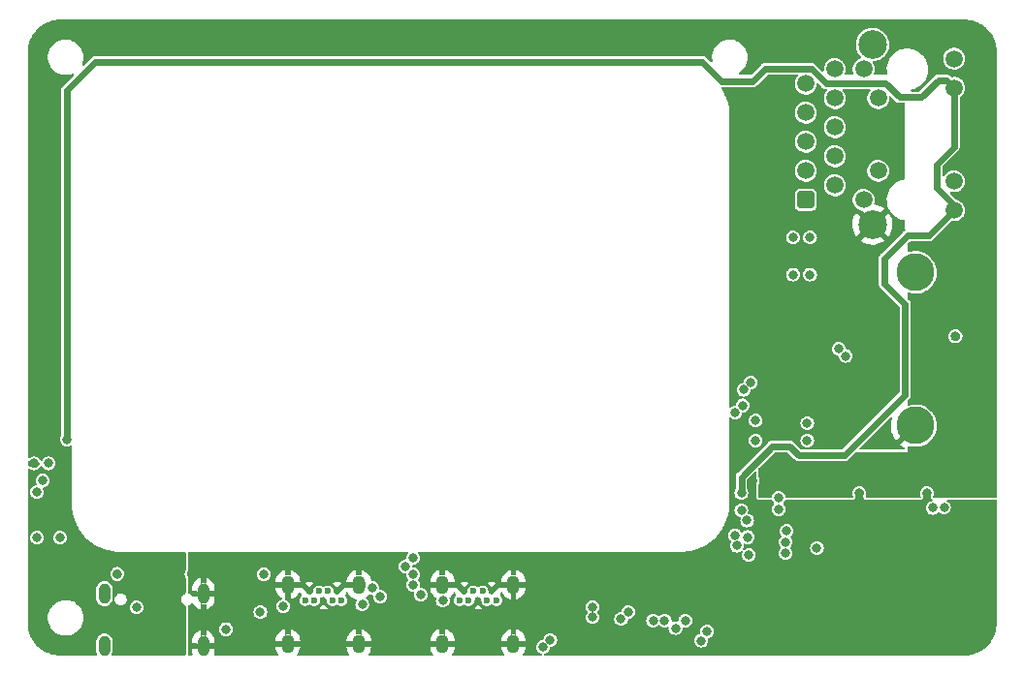
<source format=gbr>
%TF.GenerationSoftware,KiCad,Pcbnew,(5.99.0-10407-g1e8b23402c)*%
%TF.CreationDate,2021-07-06T19:16:03-06:00*%
%TF.ProjectId,mezzanine,6d657a7a-616e-4696-9e65-2e6b69636164,rev?*%
%TF.SameCoordinates,Original*%
%TF.FileFunction,Copper,L3,Inr*%
%TF.FilePolarity,Positive*%
%FSLAX46Y46*%
G04 Gerber Fmt 4.6, Leading zero omitted, Abs format (unit mm)*
G04 Created by KiCad (PCBNEW (5.99.0-10407-g1e8b23402c)) date 2021-07-06 19:16:03*
%MOMM*%
%LPD*%
G01*
G04 APERTURE LIST*
G04 Aperture macros list*
%AMRoundRect*
0 Rectangle with rounded corners*
0 $1 Rounding radius*
0 $2 $3 $4 $5 $6 $7 $8 $9 X,Y pos of 4 corners*
0 Add a 4 corners polygon primitive as box body*
4,1,4,$2,$3,$4,$5,$6,$7,$8,$9,$2,$3,0*
0 Add four circle primitives for the rounded corners*
1,1,$1+$1,$2,$3*
1,1,$1+$1,$4,$5*
1,1,$1+$1,$6,$7*
1,1,$1+$1,$8,$9*
0 Add four rect primitives between the rounded corners*
20,1,$1+$1,$2,$3,$4,$5,0*
20,1,$1+$1,$4,$5,$6,$7,0*
20,1,$1+$1,$6,$7,$8,$9,0*
20,1,$1+$1,$8,$9,$2,$3,0*%
G04 Aperture macros list end*
%TA.AperFunction,ComponentPad*%
%ADD10C,0.600000*%
%TD*%
%TA.AperFunction,ComponentPad*%
%ADD11RoundRect,0.575000X0.000000X-0.225000X0.000000X-0.225000X0.000000X0.225000X0.000000X0.225000X0*%
%TD*%
%TA.AperFunction,ComponentPad*%
%ADD12RoundRect,0.500000X0.000000X-0.400000X0.000000X-0.400000X0.000000X0.400000X0.000000X0.400000X0*%
%TD*%
%TA.AperFunction,ComponentPad*%
%ADD13RoundRect,0.250500X0.499500X-0.499500X0.499500X0.499500X-0.499500X0.499500X-0.499500X-0.499500X0*%
%TD*%
%TA.AperFunction,ComponentPad*%
%ADD14C,1.500000*%
%TD*%
%TA.AperFunction,ComponentPad*%
%ADD15C,2.500000*%
%TD*%
%TA.AperFunction,ComponentPad*%
%ADD16C,3.300000*%
%TD*%
%TA.AperFunction,ViaPad*%
%ADD17C,0.800000*%
%TD*%
%TA.AperFunction,Conductor*%
%ADD18C,0.600000*%
%TD*%
G04 APERTURE END LIST*
D10*
%TO.N,unconnected-(J3-Pad2)*%
%TO.C,J3*%
X47600000Y-70980000D03*
%TO.N,GND*%
X47200000Y-70180000D03*
%TO.N,/HDMI0_TX1_P*%
X46800000Y-70980000D03*
%TO.N,/HDMI0_TX1_N*%
X46400000Y-70180000D03*
%TO.N,GND*%
X46000000Y-70980000D03*
%TO.N,/HDMI0_CLK_P*%
X45600000Y-70180000D03*
%TO.N,/HDMI0_CLK_N*%
X45200000Y-70980000D03*
%TO.N,GND*%
X44800000Y-70180000D03*
%TO.N,/HDMI0_SDA*%
X44400000Y-70980000D03*
D11*
%TO.N,GND*%
X42900000Y-69600000D03*
X42900000Y-74775000D03*
X49100000Y-69600000D03*
X49100000Y-74775000D03*
%TD*%
D12*
%TO.N,GND*%
%TO.C,J2*%
X26880000Y-70390000D03*
X35520000Y-74970000D03*
X35520000Y-70390000D03*
X26880000Y-74970000D03*
%TD*%
D10*
%TO.N,unconnected-(J4-Pad2)*%
%TO.C,J4*%
X61100000Y-70980000D03*
%TO.N,GND*%
X60700000Y-70180000D03*
%TO.N,/HDMI1_TX1_P*%
X60300000Y-70980000D03*
%TO.N,/HDMI1_TX1_N*%
X59900000Y-70180000D03*
%TO.N,GND*%
X59500000Y-70980000D03*
%TO.N,/HDMI1_CLK_P*%
X59100000Y-70180000D03*
%TO.N,/HDMI1_CLK_N*%
X58700000Y-70980000D03*
%TO.N,GND*%
X58300000Y-70180000D03*
%TO.N,/HDMI1_SDA*%
X57900000Y-70980000D03*
D11*
%TO.N,GND*%
X56400000Y-74775000D03*
X56400000Y-69600000D03*
X62600000Y-74775000D03*
X62600000Y-69600000D03*
%TD*%
D13*
%TO.N,/TRD0_P*%
%TO.C,U5*%
X88110000Y-35965000D03*
D14*
%TO.N,/TRD0_N*%
X90650000Y-34695000D03*
%TO.N,/TRD1_P*%
X88110000Y-33425000D03*
%TO.N,Net-(C7-Pad1)*%
X90650000Y-32155000D03*
X88110000Y-30885000D03*
%TO.N,/TRD1_N*%
X90650000Y-29615000D03*
%TO.N,/TRD2_P*%
X88110000Y-28345000D03*
%TO.N,/TRD2_N*%
X90650000Y-27075000D03*
%TO.N,/TRD3_P*%
X88110000Y-25805000D03*
%TO.N,/TRD3_N*%
X90650000Y-24535000D03*
%TO.N,/TR0_TAP*%
X93170000Y-35965000D03*
%TO.N,/TR1_TAP*%
X94440000Y-33425000D03*
%TO.N,/TR2_TAP*%
X94440000Y-27075000D03*
%TO.N,/TR3_TAP*%
X93170000Y-24535000D03*
%TO.N,/+3.3v*%
X101060000Y-36880000D03*
%TO.N,Net-(R4-Pad1)*%
X101060000Y-34340000D03*
%TO.N,/+3.3v*%
X101060000Y-26160000D03*
%TO.N,Net-(R5-Pad1)*%
X101060000Y-23620000D03*
D15*
%TO.N,GND*%
X93950000Y-38125000D03*
X93950000Y-22375000D03*
%TD*%
D16*
%TO.N,GND*%
%TO.C,J1*%
X97700000Y-42300000D03*
X97700000Y-55700000D03*
%TD*%
D17*
%TO.N,GND*%
X34500000Y-68670000D03*
X100000000Y-72500000D03*
X86000000Y-70000000D03*
X51000000Y-75000000D03*
X91000000Y-44000000D03*
X90800000Y-47900000D03*
X86000000Y-71000000D03*
X83500000Y-60500000D03*
X95000000Y-67500000D03*
X92800000Y-61600000D03*
X82000000Y-56250000D03*
X67300000Y-71400000D03*
X101200000Y-47900000D03*
X98700000Y-61600000D03*
X36000000Y-68000000D03*
X97500000Y-70000000D03*
X28000000Y-68670000D03*
X90500000Y-68000000D03*
X84300000Y-28500000D03*
X41000000Y-72900000D03*
X90000000Y-39500000D03*
X20750000Y-59000000D03*
X97500000Y-65000000D03*
X91700000Y-46900000D03*
X91500000Y-38000000D03*
X92750000Y-70000000D03*
X93000000Y-29000000D03*
X97500000Y-75000000D03*
X100000000Y-67500000D03*
X102500000Y-70000000D03*
X70700000Y-72900000D03*
X87000000Y-44000000D03*
X101400000Y-62900000D03*
X90500000Y-67000000D03*
X91000000Y-75000000D03*
X92750000Y-75000000D03*
X87000000Y-26700000D03*
X86000000Y-69000000D03*
X96000000Y-31000000D03*
X37000000Y-69000000D03*
X37000000Y-71700000D03*
X102500000Y-65000000D03*
X94500000Y-35000000D03*
X81750000Y-64000000D03*
X92500000Y-65000000D03*
X91000000Y-39000000D03*
X83250000Y-58250000D03*
X54000000Y-75000000D03*
X89400000Y-34000000D03*
X91000000Y-40000000D03*
X90500000Y-66000000D03*
X89400000Y-32800000D03*
X89600000Y-48000000D03*
X95000000Y-72500000D03*
X94100000Y-57200000D03*
X103200000Y-62900000D03*
X94000000Y-44000000D03*
X95900000Y-46900000D03*
%TO.N,/+3.3v*%
X21000000Y-65500000D03*
X21000000Y-61500000D03*
X22000000Y-59000000D03*
X23600000Y-56900000D03*
X82500000Y-61600000D03*
%TO.N,/hdmi/HDMI_5v*%
X40500000Y-72000000D03*
X56430593Y-70991346D03*
X42500000Y-71500000D03*
X54500000Y-70500000D03*
%TO.N,/USB2_HOST_N*%
X91614663Y-49614663D03*
%TO.N,/USB2_HOST_P*%
X90985337Y-48985337D03*
%TO.N,/USB2_DEV_P*%
X65814663Y-74435337D03*
%TO.N,/USB2_DEV_N*%
X65185337Y-75064663D03*
%TO.N,/HDMI1_HOTPLUG*%
X86450000Y-64900000D03*
%TO.N,/HDMI1_TX2_P*%
X69500000Y-72445000D03*
%TO.N,/HDMI1_TX2_N*%
X69500000Y-71555000D03*
%TO.N,/HDMI1_TX0_P*%
X71990650Y-72619976D03*
X71990650Y-72619976D03*
%TO.N,/HDMI1_TX0_N*%
X72619976Y-71990650D03*
X72619976Y-71990650D03*
%TO.N,/HDMI1_CEC*%
X89100000Y-66400000D03*
%TO.N,/HDMI1_SCL*%
X86361755Y-66846259D03*
%TO.N,/HDMI1_SDA*%
X86370214Y-65874451D03*
%TO.N,/HDMI0_HOTPLUG*%
X74800000Y-72750000D03*
X50950000Y-70650000D03*
X81950000Y-65300000D03*
%TO.N,/HDMI0_TX2_P*%
X53841500Y-69607044D03*
%TO.N,/HDMI0_TX2_N*%
X53841500Y-68717044D03*
%TO.N,/HDMI0_TX0_P*%
X53185337Y-68000000D03*
%TO.N,/HDMI0_TX0_N*%
X53814663Y-67285337D03*
%TO.N,/HDMI0_CEC*%
X79000000Y-74500000D03*
X83050000Y-65450000D03*
X76750000Y-73400000D03*
%TO.N,/HDMI0_SCL*%
X83150000Y-67000000D03*
X79500000Y-73700000D03*
X77600000Y-72750000D03*
%TO.N,/HDMI0_SDA*%
X49400000Y-71350000D03*
X75800000Y-72750000D03*
X82100000Y-66200000D03*
%TO.N,/TRD3_P*%
X82599163Y-53935337D03*
%TO.N,/TRD3_N*%
X81969837Y-54564663D03*
%TO.N,/TRD2_N*%
X82685337Y-52564663D03*
%TO.N,/TRD2_P*%
X83314663Y-51935337D03*
%TO.N,/ETH_LEDY*%
X85750000Y-62000000D03*
X99200000Y-62900000D03*
X87000000Y-42500000D03*
%TO.N,/ETH_LEDG*%
X100199162Y-62874128D03*
X85750000Y-63000000D03*
X88500000Y-42500000D03*
%TO.N,/nPI_LED_ACTIVITY*%
X82500000Y-63100000D03*
%TO.N,/TR0_TAP*%
X83750000Y-57000000D03*
%TO.N,/TR1_TAP*%
X88250000Y-55500000D03*
%TO.N,/TR2_TAP*%
X88250000Y-57000000D03*
%TO.N,/TR3_TAP*%
X83750000Y-55250000D03*
%TO.N,/nPI_LED_PWR*%
X83000000Y-64000000D03*
%TO.N,Net-(R4-Pad1)*%
X88500000Y-39250000D03*
%TO.N,Net-(R5-Pad1)*%
X87000000Y-39250000D03*
%TO.N,Net-(R6-Pad2)*%
X21500000Y-60500000D03*
X23000000Y-65500000D03*
%TO.N,+5v*%
X31100000Y-68100000D03*
X86000000Y-59500000D03*
X30100000Y-68100000D03*
X37500000Y-73500000D03*
X50289068Y-69910932D03*
X86000000Y-60500000D03*
X32200000Y-68100000D03*
X29250000Y-68670000D03*
X86000000Y-58500000D03*
X33250000Y-68670000D03*
%TO.N,Net-(J2-PadA5)*%
X29700000Y-71600000D03*
X40800000Y-68700000D03*
%TD*%
D18*
%TO.N,/+3.3v*%
X95000000Y-43300000D02*
X96800000Y-45100000D01*
X87500000Y-58300000D02*
X86700000Y-57500000D01*
X95100000Y-25800000D02*
X89900000Y-25800000D01*
X101060000Y-36880000D02*
X98840000Y-39100000D01*
X98840000Y-39100000D02*
X97000000Y-39100000D01*
X91500000Y-58300000D02*
X90400000Y-58300000D01*
X84600000Y-24500000D02*
X83500000Y-25600000D01*
X23600000Y-26400000D02*
X23600000Y-56900000D01*
X99700000Y-25500000D02*
X98200000Y-27000000D01*
X96800000Y-45100000D02*
X96800000Y-53000000D01*
X82500000Y-60200000D02*
X82500000Y-61600000D01*
X101060000Y-36460000D02*
X101060000Y-36880000D01*
X100400000Y-25500000D02*
X99700000Y-25500000D01*
X88600000Y-24500000D02*
X84600000Y-24500000D01*
X98200000Y-27000000D02*
X96300000Y-27000000D01*
X99550000Y-32850000D02*
X99550000Y-34950000D01*
X96300000Y-27000000D02*
X95100000Y-25800000D01*
X97000000Y-39100000D02*
X95000000Y-41100000D01*
X96800000Y-53000000D02*
X91500000Y-58300000D01*
X91500000Y-58300000D02*
X87500000Y-58300000D01*
X86700000Y-57500000D02*
X85200000Y-57500000D01*
X89900000Y-25800000D02*
X88600000Y-24500000D01*
X79100000Y-23900000D02*
X26100000Y-23900000D01*
X99550000Y-34950000D02*
X101060000Y-36460000D01*
X101060000Y-31340000D02*
X99550000Y-32850000D01*
X95000000Y-41100000D02*
X95000000Y-43300000D01*
X101060000Y-26160000D02*
X100400000Y-25500000D01*
X101060000Y-26160000D02*
X101060000Y-31340000D01*
X80800000Y-25600000D02*
X79100000Y-23900000D01*
X26100000Y-23900000D02*
X23600000Y-26400000D01*
X85200000Y-57500000D02*
X82500000Y-60200000D01*
X83500000Y-25600000D02*
X80800000Y-25600000D01*
%TD*%
%TA.AperFunction,Conductor*%
%TO.N,GND*%
G36*
X87438814Y-25017813D02*
G01*
X87464124Y-25061650D01*
X87455334Y-25111500D01*
X87442093Y-25128265D01*
X87386691Y-25180657D01*
X87384543Y-25183725D01*
X87384540Y-25183729D01*
X87293708Y-25313451D01*
X87275923Y-25338850D01*
X87244153Y-25412266D01*
X87237327Y-25428041D01*
X87199226Y-25516086D01*
X87159734Y-25705123D01*
X87159060Y-25898240D01*
X87197232Y-26087549D01*
X87198696Y-26090999D01*
X87198697Y-26091001D01*
X87271070Y-26261501D01*
X87272689Y-26265316D01*
X87382350Y-26424279D01*
X87521735Y-26557944D01*
X87524902Y-26559938D01*
X87524904Y-26559940D01*
X87618412Y-26618825D01*
X87685151Y-26660853D01*
X87688659Y-26662172D01*
X87688662Y-26662173D01*
X87811531Y-26708356D01*
X87865922Y-26728800D01*
X88056663Y-26759010D01*
X88060409Y-26758840D01*
X88060410Y-26758840D01*
X88245839Y-26750420D01*
X88249582Y-26750250D01*
X88253212Y-26749331D01*
X88253215Y-26749331D01*
X88433166Y-26703796D01*
X88433170Y-26703795D01*
X88436800Y-26702876D01*
X88610669Y-26618825D01*
X88764085Y-26501530D01*
X88784691Y-26477826D01*
X88888322Y-26358611D01*
X88890782Y-26355781D01*
X88985585Y-26187534D01*
X89015191Y-26095323D01*
X89038267Y-26023446D01*
X89044620Y-26003660D01*
X89062356Y-25840396D01*
X89084704Y-25794979D01*
X89131019Y-25774552D01*
X89179628Y-25788674D01*
X89188249Y-25796063D01*
X89501043Y-26108857D01*
X89511300Y-26121695D01*
X89512228Y-26123166D01*
X89512230Y-26123169D01*
X89515042Y-26127625D01*
X89551147Y-26159512D01*
X89554141Y-26162156D01*
X89557482Y-26165296D01*
X89570781Y-26178595D01*
X89581457Y-26186596D01*
X89586036Y-26190325D01*
X89622469Y-26222501D01*
X89627241Y-26224741D01*
X89627245Y-26224744D01*
X89634062Y-26227944D01*
X89646990Y-26235710D01*
X89657247Y-26243398D01*
X89697636Y-26258539D01*
X89702751Y-26260457D01*
X89708222Y-26262763D01*
X89740836Y-26278074D01*
X89752206Y-26283412D01*
X89757410Y-26284222D01*
X89757412Y-26284223D01*
X89764863Y-26285383D01*
X89779453Y-26289211D01*
X89791452Y-26293709D01*
X89831882Y-26296713D01*
X89839920Y-26297310D01*
X89845824Y-26297988D01*
X89861955Y-26300500D01*
X89880098Y-26300500D01*
X89885580Y-26300703D01*
X89891415Y-26301136D01*
X89903591Y-26302041D01*
X89949744Y-26322830D01*
X89971736Y-26368422D01*
X89959278Y-26417484D01*
X89948954Y-26429604D01*
X89926691Y-26450657D01*
X89815923Y-26608850D01*
X89810901Y-26620456D01*
X89754622Y-26750509D01*
X89739226Y-26786086D01*
X89699734Y-26975123D01*
X89699060Y-27168240D01*
X89737232Y-27357549D01*
X89738696Y-27360999D01*
X89738697Y-27361001D01*
X89807586Y-27523293D01*
X89812689Y-27535316D01*
X89922350Y-27694279D01*
X90061735Y-27827944D01*
X90064902Y-27829938D01*
X90064904Y-27829940D01*
X90221554Y-27928588D01*
X90225151Y-27930853D01*
X90228659Y-27932172D01*
X90228662Y-27932173D01*
X90373964Y-27986788D01*
X90405922Y-27998800D01*
X90596663Y-28029010D01*
X90600409Y-28028840D01*
X90600410Y-28028840D01*
X90785839Y-28020420D01*
X90789582Y-28020250D01*
X90793212Y-28019331D01*
X90793215Y-28019331D01*
X90973166Y-27973796D01*
X90973170Y-27973795D01*
X90976800Y-27972876D01*
X91150669Y-27888825D01*
X91304085Y-27771530D01*
X91430782Y-27625781D01*
X91488343Y-27523627D01*
X91523745Y-27460800D01*
X91523746Y-27460798D01*
X91525585Y-27457534D01*
X91584620Y-27273660D01*
X91605477Y-27081671D01*
X91605500Y-27075000D01*
X91590800Y-26930277D01*
X91586363Y-26886601D01*
X91585984Y-26882870D01*
X91579292Y-26861517D01*
X91529355Y-26702165D01*
X91529354Y-26702162D01*
X91528234Y-26698589D01*
X91434608Y-26529683D01*
X91412431Y-26503808D01*
X91342875Y-26422657D01*
X91325065Y-26375275D01*
X91341879Y-26327530D01*
X91385448Y-26301763D01*
X91399061Y-26300500D01*
X93689524Y-26300500D01*
X93737090Y-26317813D01*
X93762400Y-26361650D01*
X93753610Y-26411500D01*
X93740369Y-26428266D01*
X93716691Y-26450657D01*
X93605923Y-26608850D01*
X93600901Y-26620456D01*
X93544622Y-26750509D01*
X93529226Y-26786086D01*
X93489734Y-26975123D01*
X93489060Y-27168240D01*
X93527232Y-27357549D01*
X93528696Y-27360999D01*
X93528697Y-27361001D01*
X93597586Y-27523293D01*
X93602689Y-27535316D01*
X93712350Y-27694279D01*
X93851735Y-27827944D01*
X93854902Y-27829938D01*
X93854904Y-27829940D01*
X94011554Y-27928588D01*
X94015151Y-27930853D01*
X94018659Y-27932172D01*
X94018662Y-27932173D01*
X94163964Y-27986788D01*
X94195922Y-27998800D01*
X94386663Y-28029010D01*
X94390409Y-28028840D01*
X94390410Y-28028840D01*
X94575839Y-28020420D01*
X94579582Y-28020250D01*
X94583212Y-28019331D01*
X94583215Y-28019331D01*
X94763166Y-27973796D01*
X94763170Y-27973795D01*
X94766800Y-27972876D01*
X94940669Y-27888825D01*
X95094085Y-27771530D01*
X95220782Y-27625781D01*
X95278343Y-27523627D01*
X95313745Y-27460800D01*
X95313746Y-27460798D01*
X95315585Y-27457534D01*
X95374620Y-27273660D01*
X95395477Y-27081671D01*
X95395500Y-27075000D01*
X95385784Y-26979349D01*
X95398201Y-26930277D01*
X95439256Y-26900667D01*
X95489739Y-26904374D01*
X95511731Y-26919545D01*
X95901043Y-27308857D01*
X95911300Y-27321695D01*
X95912228Y-27323166D01*
X95912230Y-27323169D01*
X95915042Y-27327625D01*
X95925986Y-27337290D01*
X95954141Y-27362156D01*
X95957482Y-27365296D01*
X95970781Y-27378595D01*
X95979175Y-27384886D01*
X95981439Y-27386583D01*
X95986044Y-27390332D01*
X96022469Y-27422501D01*
X96027242Y-27424742D01*
X96034071Y-27427949D01*
X96046999Y-27435716D01*
X96057247Y-27443397D01*
X96062184Y-27445248D01*
X96062186Y-27445249D01*
X96102750Y-27460456D01*
X96108208Y-27462756D01*
X96152206Y-27483412D01*
X96157416Y-27484223D01*
X96157419Y-27484224D01*
X96164859Y-27485382D01*
X96179453Y-27489210D01*
X96191451Y-27493708D01*
X96196707Y-27494099D01*
X96196709Y-27494099D01*
X96239914Y-27497309D01*
X96245815Y-27497987D01*
X96259135Y-27500061D01*
X96259137Y-27500061D01*
X96261955Y-27500500D01*
X96280101Y-27500500D01*
X96285585Y-27500703D01*
X96329128Y-27503939D01*
X96329130Y-27503939D01*
X96334381Y-27504329D01*
X96344685Y-27502129D01*
X96360127Y-27500500D01*
X96729037Y-27500500D01*
X96776603Y-27517813D01*
X96801913Y-27561650D01*
X96802126Y-27586075D01*
X96801827Y-27587967D01*
X96800000Y-27599500D01*
X96800000Y-34066597D01*
X96802262Y-34096591D01*
X96802469Y-34097953D01*
X96802615Y-34098917D01*
X96802591Y-34099034D01*
X96802628Y-34099357D01*
X96802524Y-34099369D01*
X96792625Y-34148540D01*
X96753075Y-34180133D01*
X96739429Y-34183329D01*
X96698867Y-34188850D01*
X96624615Y-34198955D01*
X96621987Y-34199721D01*
X96370331Y-34273071D01*
X96370326Y-34273073D01*
X96367701Y-34273838D01*
X96365216Y-34274984D01*
X96365215Y-34274984D01*
X96261329Y-34322876D01*
X96124676Y-34385874D01*
X96122382Y-34387378D01*
X95903179Y-34531094D01*
X95903176Y-34531096D01*
X95900881Y-34532601D01*
X95898833Y-34534429D01*
X95898829Y-34534432D01*
X95834939Y-34591456D01*
X95701232Y-34710794D01*
X95530114Y-34916541D01*
X95528693Y-34918883D01*
X95528690Y-34918887D01*
X95423579Y-35092106D01*
X95391288Y-35145320D01*
X95390227Y-35147849D01*
X95390226Y-35147852D01*
X95310957Y-35336887D01*
X95287802Y-35392106D01*
X95287126Y-35394769D01*
X95287125Y-35394771D01*
X95224782Y-35640250D01*
X95221930Y-35651478D01*
X95195119Y-35917738D01*
X95195251Y-35920482D01*
X95201688Y-36054490D01*
X95207958Y-36185035D01*
X95260165Y-36447499D01*
X95350594Y-36699363D01*
X95477257Y-36935094D01*
X95637372Y-37149515D01*
X95827422Y-37337913D01*
X95829633Y-37339534D01*
X96041021Y-37494531D01*
X96041025Y-37494534D01*
X96043231Y-37496151D01*
X96280059Y-37620752D01*
X96282648Y-37621656D01*
X96282650Y-37621657D01*
X96530109Y-37708074D01*
X96530115Y-37708076D01*
X96532702Y-37708979D01*
X96745682Y-37749414D01*
X96789183Y-37775295D01*
X96805872Y-37823084D01*
X96804967Y-37833687D01*
X96800000Y-37865051D01*
X96800000Y-38500500D01*
X96802462Y-38531784D01*
X96807307Y-38562377D01*
X96808312Y-38564802D01*
X96804605Y-38614684D01*
X96771875Y-38649629D01*
X96767643Y-38651879D01*
X96762682Y-38653670D01*
X96752338Y-38661227D01*
X96739318Y-38668835D01*
X96727651Y-38674140D01*
X96723658Y-38677581D01*
X96723656Y-38677582D01*
X96690840Y-38705859D01*
X96686187Y-38709553D01*
X96675302Y-38717505D01*
X96675297Y-38717509D01*
X96672995Y-38719191D01*
X96660164Y-38732022D01*
X96656142Y-38735756D01*
X96623067Y-38764255D01*
X96623062Y-38764261D01*
X96619074Y-38767697D01*
X96616208Y-38772119D01*
X96616207Y-38772120D01*
X96613345Y-38776535D01*
X96603575Y-38788611D01*
X94691143Y-40701043D01*
X94678305Y-40711300D01*
X94676834Y-40712228D01*
X94676831Y-40712230D01*
X94672375Y-40715042D01*
X94655126Y-40734573D01*
X94637844Y-40754141D01*
X94634704Y-40757482D01*
X94621405Y-40770781D01*
X94613404Y-40781457D01*
X94609675Y-40786036D01*
X94577499Y-40822469D01*
X94575259Y-40827241D01*
X94575256Y-40827245D01*
X94572056Y-40834062D01*
X94564290Y-40846990D01*
X94556602Y-40857247D01*
X94554752Y-40862183D01*
X94554751Y-40862184D01*
X94539544Y-40902749D01*
X94537238Y-40908222D01*
X94516588Y-40952206D01*
X94515777Y-40957416D01*
X94514618Y-40964860D01*
X94510791Y-40979450D01*
X94506292Y-40991451D01*
X94505901Y-40996707D01*
X94505901Y-40996709D01*
X94502691Y-41039914D01*
X94502013Y-41045815D01*
X94499500Y-41061955D01*
X94499500Y-41080102D01*
X94499297Y-41085586D01*
X94495671Y-41134382D01*
X94496771Y-41139534D01*
X94496771Y-41139537D01*
X94497870Y-41144684D01*
X94499500Y-41160132D01*
X94499500Y-43236290D01*
X94497675Y-43252621D01*
X94496128Y-43259459D01*
X94496455Y-43264725D01*
X94499358Y-43311521D01*
X94499500Y-43316103D01*
X94499500Y-43334914D01*
X94499873Y-43337517D01*
X94499873Y-43337520D01*
X94501389Y-43348109D01*
X94501994Y-43354014D01*
X94505003Y-43402509D01*
X94509352Y-43414556D01*
X94513002Y-43429195D01*
X94514070Y-43436657D01*
X94514071Y-43436660D01*
X94514818Y-43441877D01*
X94516999Y-43446674D01*
X94517000Y-43446677D01*
X94534936Y-43486124D01*
X94537175Y-43491626D01*
X94553670Y-43537318D01*
X94561227Y-43547662D01*
X94568835Y-43560682D01*
X94574140Y-43572349D01*
X94577581Y-43576342D01*
X94577582Y-43576344D01*
X94605859Y-43609160D01*
X94609553Y-43613813D01*
X94617505Y-43624698D01*
X94617509Y-43624703D01*
X94619191Y-43627005D01*
X94632022Y-43639836D01*
X94635756Y-43643858D01*
X94664255Y-43676933D01*
X94664261Y-43676938D01*
X94667697Y-43680926D01*
X94672119Y-43683792D01*
X94672120Y-43683793D01*
X94676535Y-43686655D01*
X94688611Y-43696425D01*
X96277826Y-45285640D01*
X96299218Y-45331516D01*
X96299500Y-45337966D01*
X96299500Y-52762034D01*
X96282187Y-52809600D01*
X96277826Y-52814360D01*
X91314360Y-57777826D01*
X91268484Y-57799218D01*
X91262034Y-57799500D01*
X87737966Y-57799500D01*
X87690400Y-57782187D01*
X87685640Y-57777826D01*
X87098957Y-57191143D01*
X87088700Y-57178305D01*
X87087772Y-57176834D01*
X87087770Y-57176831D01*
X87084958Y-57172375D01*
X87045859Y-57137844D01*
X87042518Y-57134704D01*
X87029219Y-57121405D01*
X87018543Y-57113404D01*
X87013964Y-57109675D01*
X86977531Y-57077499D01*
X86972759Y-57075259D01*
X86972755Y-57075256D01*
X86965938Y-57072056D01*
X86953010Y-57064290D01*
X86942753Y-57056602D01*
X86937817Y-57054752D01*
X86937816Y-57054751D01*
X86897251Y-57039544D01*
X86891778Y-57037238D01*
X86852566Y-57018828D01*
X86852564Y-57018827D01*
X86847794Y-57016588D01*
X86835138Y-57014618D01*
X86820550Y-57010791D01*
X86808549Y-57006292D01*
X86803293Y-57005901D01*
X86803291Y-57005901D01*
X86760086Y-57002691D01*
X86754185Y-57002013D01*
X86741257Y-57000000D01*
X87644500Y-57000000D01*
X87645133Y-57004808D01*
X87662648Y-57137844D01*
X87665132Y-57156715D01*
X87725622Y-57302750D01*
X87728572Y-57306594D01*
X87728574Y-57306598D01*
X87794342Y-57392308D01*
X87821847Y-57428153D01*
X87825698Y-57431108D01*
X87943402Y-57521426D01*
X87943406Y-57521428D01*
X87947250Y-57524378D01*
X88093285Y-57584868D01*
X88098087Y-57585500D01*
X88098090Y-57585501D01*
X88245192Y-57604867D01*
X88250000Y-57605500D01*
X88254808Y-57604867D01*
X88401910Y-57585501D01*
X88401913Y-57585500D01*
X88406715Y-57584868D01*
X88552750Y-57524378D01*
X88556594Y-57521428D01*
X88556598Y-57521426D01*
X88674302Y-57431108D01*
X88678153Y-57428153D01*
X88705658Y-57392308D01*
X88771426Y-57306598D01*
X88771428Y-57306594D01*
X88774378Y-57302750D01*
X88834868Y-57156715D01*
X88837353Y-57137844D01*
X88854867Y-57004808D01*
X88855500Y-57000000D01*
X88854296Y-56990855D01*
X88835501Y-56848090D01*
X88835500Y-56848087D01*
X88834868Y-56843285D01*
X88774378Y-56697250D01*
X88771428Y-56693406D01*
X88771426Y-56693402D01*
X88681108Y-56575698D01*
X88678153Y-56571847D01*
X88627146Y-56532708D01*
X88556598Y-56478574D01*
X88556594Y-56478572D01*
X88552750Y-56475622D01*
X88406715Y-56415132D01*
X88401913Y-56414500D01*
X88401910Y-56414499D01*
X88254808Y-56395133D01*
X88250000Y-56394500D01*
X88245192Y-56395133D01*
X88098090Y-56414499D01*
X88098087Y-56414500D01*
X88093285Y-56415132D01*
X87947250Y-56475622D01*
X87943406Y-56478572D01*
X87943402Y-56478574D01*
X87872854Y-56532708D01*
X87821847Y-56571847D01*
X87818892Y-56575698D01*
X87728574Y-56693402D01*
X87728572Y-56693406D01*
X87725622Y-56697250D01*
X87665132Y-56843285D01*
X87664500Y-56848087D01*
X87664499Y-56848090D01*
X87645704Y-56990855D01*
X87644500Y-57000000D01*
X86741257Y-57000000D01*
X86740865Y-56999939D01*
X86740864Y-56999939D01*
X86738045Y-56999500D01*
X86719898Y-56999500D01*
X86714414Y-56999297D01*
X86665618Y-56995671D01*
X86660466Y-56996771D01*
X86660463Y-56996771D01*
X86655316Y-56997870D01*
X86639868Y-56999500D01*
X85263714Y-56999500D01*
X85247382Y-56997675D01*
X85247340Y-56997665D01*
X85240541Y-56996127D01*
X85189446Y-56999297D01*
X85188463Y-56999358D01*
X85183881Y-56999500D01*
X85165086Y-56999500D01*
X85153994Y-57001088D01*
X85151907Y-57001387D01*
X85146001Y-57001992D01*
X85145663Y-57002013D01*
X85097491Y-57005002D01*
X85092533Y-57006792D01*
X85092532Y-57006792D01*
X85085431Y-57009355D01*
X85070801Y-57013002D01*
X85063345Y-57014070D01*
X85063344Y-57014070D01*
X85058123Y-57014818D01*
X85013869Y-57034939D01*
X85008392Y-57037168D01*
X84962683Y-57053670D01*
X84958428Y-57056778D01*
X84958427Y-57056779D01*
X84952339Y-57061227D01*
X84939322Y-57068834D01*
X84927651Y-57074140D01*
X84923658Y-57077581D01*
X84923656Y-57077582D01*
X84890841Y-57105858D01*
X84886188Y-57109552D01*
X84875310Y-57117498D01*
X84875296Y-57117510D01*
X84872995Y-57119191D01*
X84860164Y-57132022D01*
X84856142Y-57135756D01*
X84823067Y-57164255D01*
X84823062Y-57164261D01*
X84819074Y-57167697D01*
X84816208Y-57172119D01*
X84816207Y-57172120D01*
X84813345Y-57176535D01*
X84803575Y-57188611D01*
X82191143Y-59801043D01*
X82178305Y-59811300D01*
X82176834Y-59812228D01*
X82176831Y-59812230D01*
X82172375Y-59815042D01*
X82140488Y-59851147D01*
X82137844Y-59854141D01*
X82134704Y-59857482D01*
X82121405Y-59870781D01*
X82113404Y-59881457D01*
X82109675Y-59886036D01*
X82077499Y-59922469D01*
X82075259Y-59927241D01*
X82075256Y-59927245D01*
X82072056Y-59934062D01*
X82064290Y-59946990D01*
X82056602Y-59957247D01*
X82054752Y-59962183D01*
X82054751Y-59962184D01*
X82039544Y-60002749D01*
X82037238Y-60008222D01*
X82016588Y-60052206D01*
X82015777Y-60057416D01*
X82014618Y-60064860D01*
X82010791Y-60079450D01*
X82006292Y-60091451D01*
X82005901Y-60096707D01*
X82005901Y-60096709D01*
X82002691Y-60139914D01*
X82002013Y-60145815D01*
X81999500Y-60161955D01*
X81999500Y-60180102D01*
X81999297Y-60185586D01*
X81995671Y-60234382D01*
X81996771Y-60239534D01*
X81996771Y-60239537D01*
X81997870Y-60244684D01*
X81999500Y-60260132D01*
X81999500Y-61241012D01*
X81984207Y-61286062D01*
X81975622Y-61297250D01*
X81915132Y-61443285D01*
X81914500Y-61448087D01*
X81914499Y-61448090D01*
X81895772Y-61590341D01*
X81894500Y-61600000D01*
X81915132Y-61756715D01*
X81975622Y-61902750D01*
X81978572Y-61906594D01*
X81978574Y-61906598D01*
X82047544Y-61996481D01*
X82071847Y-62028153D01*
X82075698Y-62031108D01*
X82193402Y-62121426D01*
X82193406Y-62121428D01*
X82197250Y-62124378D01*
X82343285Y-62184868D01*
X82348087Y-62185500D01*
X82348090Y-62185501D01*
X82495192Y-62204867D01*
X82500000Y-62205500D01*
X82504808Y-62204867D01*
X82651910Y-62185501D01*
X82651913Y-62185500D01*
X82656715Y-62184868D01*
X82802750Y-62124378D01*
X82806594Y-62121428D01*
X82806598Y-62121426D01*
X82924302Y-62031108D01*
X82928153Y-62028153D01*
X82952456Y-61996481D01*
X83021426Y-61906598D01*
X83021428Y-61906594D01*
X83024378Y-61902750D01*
X83084868Y-61756715D01*
X83105500Y-61600000D01*
X83104228Y-61590341D01*
X83085501Y-61448090D01*
X83085500Y-61448087D01*
X83084868Y-61443285D01*
X83024378Y-61297250D01*
X83015793Y-61286062D01*
X83000500Y-61241012D01*
X83000500Y-60437966D01*
X83017813Y-60390400D01*
X83022174Y-60385640D01*
X83673674Y-59734140D01*
X83719550Y-59712748D01*
X83768445Y-59725849D01*
X83797479Y-59767313D01*
X83800000Y-59786466D01*
X83800000Y-60131874D01*
X83800493Y-60134857D01*
X83800493Y-60134863D01*
X83804966Y-60161955D01*
X83810613Y-60196159D01*
X83811588Y-60199033D01*
X83811589Y-60199035D01*
X83821803Y-60229125D01*
X83828928Y-60250116D01*
X83830357Y-60249631D01*
X83835742Y-60259780D01*
X83838131Y-60267528D01*
X83838207Y-60268427D01*
X83839863Y-60273679D01*
X83839602Y-60273787D01*
X83840839Y-60276774D01*
X83841525Y-60278949D01*
X83842419Y-60281431D01*
X83842751Y-60282508D01*
X83842755Y-60282517D01*
X83843979Y-60286485D01*
X83846056Y-60290083D01*
X83847601Y-60293623D01*
X83848959Y-60296377D01*
X83886288Y-60386496D01*
X83891288Y-60405157D01*
X83902502Y-60490342D01*
X83902502Y-60509658D01*
X83891288Y-60594843D01*
X83886288Y-60613504D01*
X83848959Y-60703623D01*
X83845895Y-60709836D01*
X83845952Y-60709865D01*
X83845016Y-60711718D01*
X83843979Y-60713515D01*
X83826070Y-60754563D01*
X83825714Y-60759308D01*
X83825621Y-60759626D01*
X83810613Y-60803841D01*
X83800000Y-60868126D01*
X83800000Y-61901000D01*
X83802462Y-61932284D01*
X83807307Y-61962877D01*
X83843042Y-62049150D01*
X83879006Y-62098650D01*
X83902597Y-62125653D01*
X83907593Y-62128638D01*
X83962916Y-62161691D01*
X83979007Y-62171305D01*
X83982959Y-62172589D01*
X83982961Y-62172590D01*
X83997507Y-62177316D01*
X84037198Y-62190212D01*
X84040071Y-62190667D01*
X84093703Y-62199161D01*
X84099000Y-62200000D01*
X85057679Y-62200000D01*
X85075982Y-62199161D01*
X85094023Y-62197503D01*
X85097617Y-62196413D01*
X85097621Y-62196412D01*
X85108020Y-62193257D01*
X85158564Y-62196015D01*
X85195510Y-62230617D01*
X85197869Y-62235748D01*
X85225622Y-62302750D01*
X85228572Y-62306594D01*
X85228574Y-62306598D01*
X85318892Y-62424302D01*
X85321847Y-62428153D01*
X85325698Y-62431108D01*
X85338970Y-62441292D01*
X85366168Y-62483984D01*
X85359561Y-62534170D01*
X85338970Y-62558708D01*
X85321847Y-62571847D01*
X85318892Y-62575698D01*
X85228574Y-62693402D01*
X85228572Y-62693406D01*
X85225622Y-62697250D01*
X85165132Y-62843285D01*
X85144500Y-63000000D01*
X85145133Y-63004808D01*
X85164383Y-63151024D01*
X85165132Y-63156715D01*
X85225622Y-63302750D01*
X85228572Y-63306594D01*
X85228574Y-63306598D01*
X85305307Y-63406598D01*
X85321847Y-63428153D01*
X85325698Y-63431108D01*
X85443402Y-63521426D01*
X85443406Y-63521428D01*
X85447250Y-63524378D01*
X85593285Y-63584868D01*
X85598087Y-63585500D01*
X85598090Y-63585501D01*
X85745192Y-63604867D01*
X85750000Y-63605500D01*
X85754808Y-63604867D01*
X85901910Y-63585501D01*
X85901913Y-63585500D01*
X85906715Y-63584868D01*
X86052750Y-63524378D01*
X86056594Y-63521428D01*
X86056598Y-63521426D01*
X86174302Y-63431108D01*
X86178153Y-63428153D01*
X86194693Y-63406598D01*
X86271426Y-63306598D01*
X86271428Y-63306594D01*
X86274378Y-63302750D01*
X86334868Y-63156715D01*
X86335618Y-63151024D01*
X86354867Y-63004808D01*
X86355500Y-63000000D01*
X86334868Y-62843285D01*
X86274378Y-62697250D01*
X86271428Y-62693406D01*
X86271426Y-62693402D01*
X86181108Y-62575698D01*
X86178153Y-62571847D01*
X86161030Y-62558708D01*
X86133832Y-62516016D01*
X86140439Y-62465830D01*
X86161030Y-62441292D01*
X86174302Y-62431108D01*
X86178153Y-62428153D01*
X86181108Y-62424302D01*
X86271426Y-62306598D01*
X86271428Y-62306594D01*
X86274378Y-62302750D01*
X86276232Y-62298275D01*
X86276235Y-62298269D01*
X86302333Y-62235261D01*
X86336530Y-62197940D01*
X86382275Y-62190490D01*
X86435003Y-62198841D01*
X86437024Y-62199161D01*
X86442321Y-62200000D01*
X92167740Y-62200000D01*
X92172176Y-62199913D01*
X92175194Y-62199854D01*
X92175222Y-62199853D01*
X92175587Y-62199846D01*
X92183355Y-62199541D01*
X92252047Y-62184470D01*
X92255065Y-62183220D01*
X92307040Y-62161691D01*
X92307051Y-62161686D01*
X92308574Y-62161055D01*
X92310038Y-62160288D01*
X92310045Y-62160285D01*
X92335172Y-62147125D01*
X92340333Y-62144422D01*
X92402562Y-62080782D01*
X92434532Y-62028613D01*
X92450452Y-61996481D01*
X92459984Y-61931593D01*
X92462784Y-61912531D01*
X92462784Y-61912529D01*
X92463388Y-61908418D01*
X92458587Y-61847421D01*
X92447484Y-61801173D01*
X92444660Y-61789408D01*
X92444659Y-61789404D01*
X92443980Y-61786577D01*
X92413711Y-61713503D01*
X92408712Y-61694844D01*
X92397498Y-61609658D01*
X92397498Y-61590341D01*
X92408713Y-61505154D01*
X92413713Y-61486495D01*
X92446593Y-61407115D01*
X92456252Y-61390384D01*
X92508560Y-61322216D01*
X92522220Y-61308557D01*
X92590383Y-61256254D01*
X92607112Y-61246595D01*
X92654490Y-61226970D01*
X92686498Y-61213711D01*
X92705155Y-61208712D01*
X92732837Y-61205068D01*
X92790342Y-61197498D01*
X92809658Y-61197498D01*
X92867163Y-61205068D01*
X92894845Y-61208712D01*
X92913502Y-61213711D01*
X92945510Y-61226970D01*
X92992888Y-61246595D01*
X93009617Y-61256254D01*
X93048464Y-61286062D01*
X93077781Y-61308557D01*
X93077782Y-61308558D01*
X93091437Y-61322212D01*
X93143752Y-61390389D01*
X93153405Y-61407110D01*
X93166535Y-61438807D01*
X93186288Y-61486494D01*
X93191288Y-61505155D01*
X93202502Y-61590342D01*
X93202502Y-61609658D01*
X93191288Y-61694844D01*
X93186289Y-61713503D01*
X93156020Y-61786577D01*
X93153162Y-61793880D01*
X93150471Y-61801173D01*
X93149897Y-61804388D01*
X93142211Y-61847421D01*
X93138105Y-61870407D01*
X93138105Y-61931593D01*
X93141319Y-61967305D01*
X93176302Y-62049150D01*
X93178744Y-62052511D01*
X93178745Y-62052513D01*
X93211287Y-62097303D01*
X93212266Y-62098650D01*
X93235857Y-62125653D01*
X93240853Y-62128638D01*
X93296176Y-62161691D01*
X93312267Y-62171305D01*
X93316219Y-62172589D01*
X93316221Y-62172590D01*
X93330767Y-62177316D01*
X93370458Y-62190212D01*
X93373331Y-62190667D01*
X93426963Y-62199161D01*
X93432260Y-62200000D01*
X98067740Y-62200000D01*
X98072176Y-62199913D01*
X98075194Y-62199854D01*
X98075222Y-62199853D01*
X98075587Y-62199846D01*
X98083355Y-62199541D01*
X98152047Y-62184470D01*
X98155065Y-62183220D01*
X98207040Y-62161691D01*
X98207051Y-62161686D01*
X98208574Y-62161055D01*
X98210038Y-62160288D01*
X98210045Y-62160285D01*
X98235172Y-62147125D01*
X98240333Y-62144422D01*
X98302562Y-62080782D01*
X98334532Y-62028613D01*
X98350452Y-61996481D01*
X98359984Y-61931593D01*
X98362784Y-61912531D01*
X98362784Y-61912529D01*
X98363388Y-61908418D01*
X98358587Y-61847421D01*
X98347484Y-61801173D01*
X98344660Y-61789408D01*
X98344659Y-61789404D01*
X98343980Y-61786577D01*
X98313711Y-61713503D01*
X98308712Y-61694844D01*
X98297498Y-61609658D01*
X98297498Y-61590341D01*
X98308713Y-61505154D01*
X98313713Y-61486495D01*
X98346593Y-61407115D01*
X98356252Y-61390384D01*
X98408560Y-61322216D01*
X98422220Y-61308557D01*
X98490383Y-61256254D01*
X98507112Y-61246595D01*
X98554490Y-61226970D01*
X98586498Y-61213711D01*
X98605155Y-61208712D01*
X98632837Y-61205068D01*
X98690342Y-61197498D01*
X98709658Y-61197498D01*
X98767163Y-61205068D01*
X98794845Y-61208712D01*
X98813502Y-61213711D01*
X98845510Y-61226970D01*
X98892888Y-61246595D01*
X98909617Y-61256254D01*
X98948464Y-61286062D01*
X98977781Y-61308557D01*
X98977782Y-61308558D01*
X98991437Y-61322212D01*
X99043752Y-61390389D01*
X99053405Y-61407110D01*
X99066535Y-61438807D01*
X99086288Y-61486494D01*
X99091288Y-61505155D01*
X99102502Y-61590342D01*
X99102502Y-61609658D01*
X99091288Y-61694844D01*
X99086289Y-61713503D01*
X99056020Y-61786577D01*
X99053162Y-61793880D01*
X99050471Y-61801173D01*
X99049897Y-61804388D01*
X99042211Y-61847421D01*
X99038105Y-61870407D01*
X99038105Y-61931593D01*
X99041319Y-61967305D01*
X99076302Y-62049150D01*
X99078744Y-62052511D01*
X99078745Y-62052513D01*
X99111287Y-62097303D01*
X99112266Y-62098650D01*
X99135857Y-62125653D01*
X99140853Y-62128638D01*
X99140857Y-62128641D01*
X99196374Y-62161811D01*
X99228328Y-62201069D01*
X99227571Y-62251683D01*
X99194457Y-62289968D01*
X99168082Y-62298702D01*
X99108107Y-62306598D01*
X99048090Y-62314499D01*
X99048087Y-62314500D01*
X99043285Y-62315132D01*
X98897250Y-62375622D01*
X98893406Y-62378572D01*
X98893402Y-62378574D01*
X98775698Y-62468892D01*
X98771847Y-62471847D01*
X98768892Y-62475698D01*
X98678574Y-62593402D01*
X98678572Y-62593406D01*
X98675622Y-62597250D01*
X98615132Y-62743285D01*
X98614500Y-62748087D01*
X98614499Y-62748090D01*
X98602556Y-62838807D01*
X98594500Y-62900000D01*
X98615132Y-63056715D01*
X98675622Y-63202750D01*
X98678572Y-63206594D01*
X98678574Y-63206598D01*
X98754262Y-63305236D01*
X98771847Y-63328153D01*
X98775698Y-63331108D01*
X98893402Y-63421426D01*
X98893406Y-63421428D01*
X98897250Y-63424378D01*
X99043285Y-63484868D01*
X99048087Y-63485500D01*
X99048090Y-63485501D01*
X99195192Y-63504867D01*
X99200000Y-63505500D01*
X99204808Y-63504867D01*
X99351910Y-63485501D01*
X99351913Y-63485500D01*
X99356715Y-63484868D01*
X99502750Y-63424378D01*
X99506594Y-63421428D01*
X99506598Y-63421426D01*
X99624302Y-63331108D01*
X99628153Y-63328153D01*
X99650799Y-63298640D01*
X99693490Y-63271442D01*
X99743676Y-63278049D01*
X99764287Y-63295343D01*
X99764627Y-63295003D01*
X99768054Y-63298430D01*
X99771009Y-63302281D01*
X99774860Y-63305236D01*
X99892564Y-63395554D01*
X99892568Y-63395556D01*
X99896412Y-63398506D01*
X100042447Y-63458996D01*
X100047249Y-63459628D01*
X100047252Y-63459629D01*
X100194354Y-63478995D01*
X100199162Y-63479628D01*
X100203970Y-63478995D01*
X100351072Y-63459629D01*
X100351075Y-63459628D01*
X100355877Y-63458996D01*
X100501912Y-63398506D01*
X100505756Y-63395556D01*
X100505760Y-63395554D01*
X100623464Y-63305236D01*
X100627315Y-63302281D01*
X100688817Y-63222130D01*
X100720588Y-63180726D01*
X100720590Y-63180722D01*
X100723540Y-63176878D01*
X100784030Y-63030843D01*
X100804662Y-62874128D01*
X100800012Y-62838807D01*
X100784663Y-62722218D01*
X100784662Y-62722215D01*
X100784030Y-62717413D01*
X100723540Y-62571378D01*
X100720590Y-62567534D01*
X100720588Y-62567530D01*
X100630270Y-62449826D01*
X100627315Y-62445975D01*
X100599070Y-62424302D01*
X100505760Y-62352702D01*
X100505756Y-62352700D01*
X100501912Y-62349750D01*
X100484088Y-62342367D01*
X100446768Y-62308169D01*
X100440161Y-62257983D01*
X100467359Y-62215292D01*
X100512407Y-62200000D01*
X104701000Y-62200000D01*
X104720195Y-62198489D01*
X104768971Y-62212016D01*
X104797643Y-62253731D01*
X104800000Y-62272261D01*
X104800000Y-72947058D01*
X104797892Y-72964593D01*
X104796301Y-72971116D01*
X104796300Y-72971124D01*
X104795310Y-72975183D01*
X104793726Y-73095133D01*
X104793557Y-73107921D01*
X104793448Y-73111072D01*
X104793116Y-73116987D01*
X104789106Y-73188375D01*
X104788757Y-73192510D01*
X104761672Y-73432896D01*
X104761091Y-73437006D01*
X104750483Y-73499441D01*
X104749674Y-73503512D01*
X104704200Y-73702750D01*
X104695839Y-73739380D01*
X104694805Y-73743388D01*
X104677254Y-73804309D01*
X104676007Y-73808220D01*
X104596109Y-74036558D01*
X104594645Y-74040393D01*
X104580021Y-74075698D01*
X104570376Y-74098983D01*
X104568681Y-74102772D01*
X104463728Y-74320707D01*
X104461823Y-74324394D01*
X104431162Y-74379872D01*
X104429053Y-74383447D01*
X104416821Y-74402914D01*
X104300346Y-74588282D01*
X104298072Y-74591685D01*
X104261366Y-74643417D01*
X104258888Y-74646709D01*
X104167016Y-74761913D01*
X104108083Y-74835812D01*
X104105406Y-74838984D01*
X104063163Y-74886254D01*
X104060311Y-74889270D01*
X103889262Y-75060319D01*
X103886245Y-75063171D01*
X103838996Y-75105395D01*
X103835825Y-75108073D01*
X103646710Y-75258887D01*
X103643405Y-75261375D01*
X103591669Y-75298084D01*
X103588282Y-75300346D01*
X103466128Y-75377101D01*
X103383445Y-75429054D01*
X103379870Y-75431162D01*
X103324381Y-75461830D01*
X103320695Y-75463735D01*
X103125351Y-75557808D01*
X103102779Y-75568678D01*
X103098993Y-75570372D01*
X103040411Y-75594638D01*
X103036544Y-75596113D01*
X102808228Y-75676003D01*
X102804274Y-75677264D01*
X102743389Y-75694805D01*
X102739377Y-75695840D01*
X102657952Y-75714425D01*
X102503526Y-75749672D01*
X102499465Y-75750479D01*
X102436990Y-75761094D01*
X102432893Y-75761673D01*
X102356666Y-75770261D01*
X102192496Y-75788758D01*
X102188360Y-75789107D01*
X102111100Y-75793446D01*
X102107928Y-75793556D01*
X101979524Y-75795252D01*
X101979522Y-75795252D01*
X101975375Y-75795307D01*
X101964566Y-75797923D01*
X101947159Y-75800000D01*
X65328149Y-75800000D01*
X65280583Y-75782687D01*
X65255273Y-75738850D01*
X65264063Y-75689000D01*
X65302840Y-75656463D01*
X65318490Y-75652633D01*
X65337247Y-75650164D01*
X65337250Y-75650163D01*
X65342052Y-75649531D01*
X65488087Y-75589041D01*
X65491931Y-75586091D01*
X65491935Y-75586089D01*
X65609639Y-75495771D01*
X65613490Y-75492816D01*
X65629566Y-75471865D01*
X65706763Y-75371261D01*
X65706765Y-75371257D01*
X65709715Y-75367413D01*
X65770205Y-75221378D01*
X65772220Y-75206079D01*
X65785122Y-75108073D01*
X65786197Y-75099904D01*
X65809570Y-75055006D01*
X65849904Y-75036197D01*
X65897927Y-75029875D01*
X65966573Y-75020838D01*
X65966576Y-75020837D01*
X65971378Y-75020205D01*
X66117413Y-74959715D01*
X66121257Y-74956765D01*
X66121261Y-74956763D01*
X66238965Y-74866445D01*
X66242816Y-74863490D01*
X66286471Y-74806598D01*
X66336089Y-74741935D01*
X66336091Y-74741931D01*
X66339041Y-74738087D01*
X66399531Y-74592052D01*
X66402515Y-74569391D01*
X66411650Y-74500000D01*
X78394500Y-74500000D01*
X78395133Y-74504808D01*
X78407534Y-74599000D01*
X78415132Y-74656715D01*
X78475622Y-74802750D01*
X78478572Y-74806594D01*
X78478574Y-74806598D01*
X78529107Y-74872453D01*
X78571847Y-74928153D01*
X78575698Y-74931108D01*
X78693402Y-75021426D01*
X78693406Y-75021428D01*
X78697250Y-75024378D01*
X78843285Y-75084868D01*
X78848087Y-75085500D01*
X78848090Y-75085501D01*
X78995192Y-75104867D01*
X79000000Y-75105500D01*
X79004808Y-75104867D01*
X79151910Y-75085501D01*
X79151913Y-75085500D01*
X79156715Y-75084868D01*
X79302750Y-75024378D01*
X79306594Y-75021428D01*
X79306598Y-75021426D01*
X79424302Y-74931108D01*
X79428153Y-74928153D01*
X79470893Y-74872453D01*
X79521426Y-74806598D01*
X79521428Y-74806594D01*
X79524378Y-74802750D01*
X79584868Y-74656715D01*
X79592467Y-74599000D01*
X79604867Y-74504808D01*
X79605500Y-74500000D01*
X79588191Y-74368527D01*
X79599147Y-74319109D01*
X79639306Y-74288294D01*
X79651900Y-74285502D01*
X79651909Y-74285501D01*
X79651911Y-74285500D01*
X79656715Y-74284868D01*
X79802750Y-74224378D01*
X79806594Y-74221428D01*
X79806598Y-74221426D01*
X79924302Y-74131108D01*
X79928153Y-74128153D01*
X79946881Y-74103746D01*
X80021426Y-74006598D01*
X80021428Y-74006594D01*
X80024378Y-74002750D01*
X80084868Y-73856715D01*
X80085691Y-73850469D01*
X80104867Y-73704808D01*
X80105500Y-73700000D01*
X80098041Y-73643342D01*
X80085501Y-73548090D01*
X80085500Y-73548087D01*
X80084868Y-73543285D01*
X80024378Y-73397250D01*
X80021428Y-73393406D01*
X80021426Y-73393402D01*
X79931108Y-73275698D01*
X79928153Y-73271847D01*
X79924302Y-73268892D01*
X79806598Y-73178574D01*
X79806594Y-73178572D01*
X79802750Y-73175622D01*
X79656715Y-73115132D01*
X79651913Y-73114500D01*
X79651910Y-73114499D01*
X79504808Y-73095133D01*
X79500000Y-73094500D01*
X79495192Y-73095133D01*
X79348090Y-73114499D01*
X79348087Y-73114500D01*
X79343285Y-73115132D01*
X79197250Y-73175622D01*
X79193406Y-73178572D01*
X79193402Y-73178574D01*
X79075698Y-73268892D01*
X79071847Y-73271847D01*
X79068892Y-73275698D01*
X78978574Y-73393402D01*
X78978572Y-73393406D01*
X78975622Y-73397250D01*
X78915132Y-73543285D01*
X78914500Y-73548087D01*
X78914499Y-73548090D01*
X78901959Y-73643342D01*
X78894500Y-73700000D01*
X78911594Y-73829837D01*
X78911809Y-73831472D01*
X78900853Y-73880891D01*
X78860694Y-73911706D01*
X78848100Y-73914498D01*
X78848091Y-73914499D01*
X78848089Y-73914500D01*
X78843285Y-73915132D01*
X78697250Y-73975622D01*
X78693406Y-73978572D01*
X78693402Y-73978574D01*
X78602323Y-74048462D01*
X78571847Y-74071847D01*
X78568892Y-74075698D01*
X78478574Y-74193402D01*
X78478572Y-74193406D01*
X78475622Y-74197250D01*
X78415132Y-74343285D01*
X78414500Y-74348087D01*
X78414499Y-74348090D01*
X78401742Y-74444994D01*
X78394500Y-74500000D01*
X66411650Y-74500000D01*
X66419530Y-74440145D01*
X66420163Y-74435337D01*
X66417173Y-74412627D01*
X66400164Y-74283427D01*
X66400163Y-74283424D01*
X66399531Y-74278622D01*
X66339041Y-74132587D01*
X66336091Y-74128743D01*
X66336089Y-74128739D01*
X66245771Y-74011035D01*
X66242816Y-74007184D01*
X66238223Y-74003660D01*
X66121261Y-73913911D01*
X66121257Y-73913909D01*
X66117413Y-73910959D01*
X65971378Y-73850469D01*
X65966576Y-73849837D01*
X65966573Y-73849836D01*
X65819471Y-73830470D01*
X65814663Y-73829837D01*
X65809855Y-73830470D01*
X65662753Y-73849836D01*
X65662750Y-73849837D01*
X65657948Y-73850469D01*
X65511913Y-73910959D01*
X65508069Y-73913909D01*
X65508065Y-73913911D01*
X65391103Y-74003660D01*
X65386510Y-74007184D01*
X65383555Y-74011035D01*
X65293237Y-74128739D01*
X65293235Y-74128743D01*
X65290285Y-74132587D01*
X65229795Y-74278622D01*
X65229163Y-74283424D01*
X65229162Y-74283427D01*
X65226484Y-74303768D01*
X65213898Y-74399377D01*
X65213803Y-74400095D01*
X65190430Y-74444994D01*
X65150096Y-74463803D01*
X65117181Y-74468136D01*
X65033427Y-74479162D01*
X65033424Y-74479163D01*
X65028622Y-74479795D01*
X64882587Y-74540285D01*
X64878743Y-74543235D01*
X64878739Y-74543237D01*
X64786069Y-74614346D01*
X64757184Y-74636510D01*
X64754229Y-74640361D01*
X64663911Y-74758065D01*
X64663909Y-74758069D01*
X64660959Y-74761913D01*
X64600469Y-74907948D01*
X64599837Y-74912750D01*
X64599836Y-74912753D01*
X64587625Y-75005506D01*
X64579837Y-75064663D01*
X64580470Y-75069471D01*
X64599245Y-75212080D01*
X64600469Y-75221378D01*
X64660959Y-75367413D01*
X64663909Y-75371257D01*
X64663911Y-75371261D01*
X64741108Y-75471865D01*
X64757184Y-75492816D01*
X64761035Y-75495771D01*
X64878739Y-75586089D01*
X64878743Y-75586091D01*
X64882587Y-75589041D01*
X65028622Y-75649531D01*
X65033424Y-75650163D01*
X65033427Y-75650164D01*
X65052184Y-75652633D01*
X65097084Y-75676006D01*
X65116455Y-75722772D01*
X65101233Y-75771048D01*
X65058542Y-75798246D01*
X65042525Y-75800000D01*
X63491453Y-75800000D01*
X63443887Y-75782687D01*
X63418577Y-75738850D01*
X63427367Y-75689000D01*
X63435562Y-75677500D01*
X63476943Y-75629813D01*
X63481005Y-75624118D01*
X63580213Y-75452631D01*
X63583132Y-75446254D01*
X63648117Y-75259117D01*
X63649780Y-75252295D01*
X63674618Y-75080995D01*
X63675000Y-75075697D01*
X63675000Y-75038048D01*
X63671362Y-75028052D01*
X63666075Y-75025000D01*
X63199000Y-75025000D01*
X63151434Y-75007687D01*
X63126124Y-74963850D01*
X63125000Y-74951000D01*
X63125000Y-74599000D01*
X63142313Y-74551434D01*
X63186150Y-74526124D01*
X63199000Y-74525000D01*
X63661952Y-74525000D01*
X63671948Y-74521362D01*
X63675000Y-74516075D01*
X63675000Y-74499345D01*
X63674832Y-74495826D01*
X63660851Y-74349287D01*
X63659525Y-74342399D01*
X63603757Y-74152301D01*
X63601153Y-74145790D01*
X63510445Y-73969669D01*
X63506659Y-73963772D01*
X63384284Y-73807982D01*
X63379447Y-73802902D01*
X63229814Y-73673058D01*
X63224119Y-73668996D01*
X63052632Y-73569788D01*
X63046255Y-73566869D01*
X62860317Y-73502301D01*
X62852499Y-73503927D01*
X62850000Y-73507096D01*
X62850000Y-73920230D01*
X62832687Y-73967796D01*
X62788850Y-73993106D01*
X62763084Y-73993094D01*
X62762657Y-73993019D01*
X62753757Y-73990865D01*
X62735721Y-73985299D01*
X62735718Y-73985299D01*
X62727757Y-73982842D01*
X62719517Y-73984081D01*
X62711208Y-73983456D01*
X62711266Y-73982690D01*
X62703544Y-73982595D01*
X62679915Y-73978429D01*
X62672734Y-73975908D01*
X62672510Y-73976699D01*
X62664493Y-73974430D01*
X62657179Y-73970434D01*
X62648856Y-73970005D01*
X62647055Y-73969912D01*
X62629788Y-73969022D01*
X62620754Y-73967997D01*
X62614012Y-73966808D01*
X62606417Y-73967186D01*
X62603931Y-73967310D01*
X62596441Y-73967304D01*
X62590357Y-73966990D01*
X62590353Y-73966990D01*
X62586177Y-73966775D01*
X62582054Y-73967502D01*
X62582053Y-73967502D01*
X62579511Y-73967950D01*
X62570344Y-73968982D01*
X62567855Y-73969106D01*
X62543175Y-73970335D01*
X62535857Y-73974316D01*
X62527833Y-73976571D01*
X62527627Y-73975838D01*
X62520338Y-73978383D01*
X62496709Y-73982550D01*
X62489097Y-73982638D01*
X62489157Y-73983458D01*
X62480847Y-73984068D01*
X62472609Y-73982815D01*
X62446392Y-73990855D01*
X62437574Y-73992978D01*
X62436878Y-73993101D01*
X62387025Y-73984330D01*
X62354472Y-73945566D01*
X62350000Y-73920230D01*
X62350000Y-73515962D01*
X62346362Y-73505966D01*
X62344940Y-73505145D01*
X62341800Y-73505320D01*
X62202307Y-73546242D01*
X62195787Y-73548850D01*
X62019668Y-73639556D01*
X62013771Y-73643342D01*
X61857981Y-73765717D01*
X61852901Y-73770554D01*
X61723057Y-73920187D01*
X61718995Y-73925882D01*
X61619787Y-74097369D01*
X61616868Y-74103746D01*
X61551883Y-74290883D01*
X61550220Y-74297705D01*
X61525382Y-74469005D01*
X61525000Y-74474303D01*
X61525000Y-74511952D01*
X61528638Y-74521948D01*
X61533925Y-74525000D01*
X62001000Y-74525000D01*
X62048566Y-74542313D01*
X62073876Y-74586150D01*
X62075000Y-74599000D01*
X62075000Y-74951000D01*
X62057687Y-74998566D01*
X62013850Y-75023876D01*
X62001000Y-75025000D01*
X61538048Y-75025000D01*
X61528052Y-75028638D01*
X61525000Y-75033925D01*
X61525000Y-75050655D01*
X61525168Y-75054174D01*
X61539149Y-75200713D01*
X61540475Y-75207601D01*
X61596243Y-75397699D01*
X61598847Y-75404210D01*
X61689555Y-75580331D01*
X61693341Y-75586228D01*
X61767227Y-75680288D01*
X61782995Y-75728389D01*
X61764156Y-75775371D01*
X61719525Y-75799253D01*
X61709034Y-75800000D01*
X57291453Y-75800000D01*
X57243887Y-75782687D01*
X57218577Y-75738850D01*
X57227367Y-75689000D01*
X57235562Y-75677500D01*
X57276943Y-75629813D01*
X57281005Y-75624118D01*
X57380213Y-75452631D01*
X57383132Y-75446254D01*
X57448117Y-75259117D01*
X57449780Y-75252295D01*
X57474618Y-75080995D01*
X57475000Y-75075697D01*
X57475000Y-75038048D01*
X57471362Y-75028052D01*
X57466075Y-75025000D01*
X56999000Y-75025000D01*
X56951434Y-75007687D01*
X56926124Y-74963850D01*
X56925000Y-74951000D01*
X56925000Y-74599000D01*
X56942313Y-74551434D01*
X56986150Y-74526124D01*
X56999000Y-74525000D01*
X57461952Y-74525000D01*
X57471948Y-74521362D01*
X57475000Y-74516075D01*
X57475000Y-74499345D01*
X57474832Y-74495826D01*
X57460851Y-74349287D01*
X57459525Y-74342399D01*
X57403757Y-74152301D01*
X57401153Y-74145790D01*
X57310445Y-73969669D01*
X57306659Y-73963772D01*
X57184284Y-73807982D01*
X57179447Y-73802902D01*
X57029814Y-73673058D01*
X57024119Y-73668996D01*
X56852632Y-73569788D01*
X56846255Y-73566869D01*
X56660317Y-73502301D01*
X56652499Y-73503927D01*
X56650000Y-73507096D01*
X56650000Y-73920230D01*
X56632687Y-73967796D01*
X56588850Y-73993106D01*
X56563084Y-73993094D01*
X56562657Y-73993019D01*
X56553757Y-73990865D01*
X56535721Y-73985299D01*
X56535718Y-73985299D01*
X56527757Y-73982842D01*
X56519517Y-73984081D01*
X56511208Y-73983456D01*
X56511266Y-73982690D01*
X56503544Y-73982595D01*
X56479915Y-73978429D01*
X56472734Y-73975908D01*
X56472510Y-73976699D01*
X56464493Y-73974430D01*
X56457179Y-73970434D01*
X56448856Y-73970005D01*
X56447055Y-73969912D01*
X56429788Y-73969022D01*
X56420754Y-73967997D01*
X56414012Y-73966808D01*
X56406417Y-73967186D01*
X56403931Y-73967310D01*
X56396441Y-73967304D01*
X56390357Y-73966990D01*
X56390353Y-73966990D01*
X56386177Y-73966775D01*
X56382054Y-73967502D01*
X56382053Y-73967502D01*
X56379511Y-73967950D01*
X56370344Y-73968982D01*
X56367855Y-73969106D01*
X56343175Y-73970335D01*
X56335857Y-73974316D01*
X56327833Y-73976571D01*
X56327627Y-73975838D01*
X56320338Y-73978383D01*
X56296709Y-73982550D01*
X56289097Y-73982638D01*
X56289157Y-73983458D01*
X56280847Y-73984068D01*
X56272609Y-73982815D01*
X56246392Y-73990855D01*
X56237574Y-73992978D01*
X56236878Y-73993101D01*
X56187025Y-73984330D01*
X56154472Y-73945566D01*
X56150000Y-73920230D01*
X56150000Y-73515962D01*
X56146362Y-73505966D01*
X56144940Y-73505145D01*
X56141800Y-73505320D01*
X56002307Y-73546242D01*
X55995787Y-73548850D01*
X55819668Y-73639556D01*
X55813771Y-73643342D01*
X55657981Y-73765717D01*
X55652901Y-73770554D01*
X55523057Y-73920187D01*
X55518995Y-73925882D01*
X55419787Y-74097369D01*
X55416868Y-74103746D01*
X55351883Y-74290883D01*
X55350220Y-74297705D01*
X55325382Y-74469005D01*
X55325000Y-74474303D01*
X55325000Y-74511952D01*
X55328638Y-74521948D01*
X55333925Y-74525000D01*
X55801000Y-74525000D01*
X55848566Y-74542313D01*
X55873876Y-74586150D01*
X55875000Y-74599000D01*
X55875000Y-74951000D01*
X55857687Y-74998566D01*
X55813850Y-75023876D01*
X55801000Y-75025000D01*
X55338048Y-75025000D01*
X55328052Y-75028638D01*
X55325000Y-75033925D01*
X55325000Y-75050655D01*
X55325168Y-75054174D01*
X55339149Y-75200713D01*
X55340475Y-75207601D01*
X55396243Y-75397699D01*
X55398847Y-75404210D01*
X55489555Y-75580331D01*
X55493341Y-75586228D01*
X55567227Y-75680288D01*
X55582995Y-75728389D01*
X55564156Y-75775371D01*
X55519525Y-75799253D01*
X55509034Y-75800000D01*
X49991453Y-75800000D01*
X49943887Y-75782687D01*
X49918577Y-75738850D01*
X49927367Y-75689000D01*
X49935562Y-75677500D01*
X49976943Y-75629813D01*
X49981005Y-75624118D01*
X50080213Y-75452631D01*
X50083132Y-75446254D01*
X50148117Y-75259117D01*
X50149780Y-75252295D01*
X50174618Y-75080995D01*
X50175000Y-75075697D01*
X50175000Y-75038048D01*
X50171362Y-75028052D01*
X50166075Y-75025000D01*
X49699000Y-75025000D01*
X49651434Y-75007687D01*
X49626124Y-74963850D01*
X49625000Y-74951000D01*
X49625000Y-74599000D01*
X49642313Y-74551434D01*
X49686150Y-74526124D01*
X49699000Y-74525000D01*
X50161952Y-74525000D01*
X50171948Y-74521362D01*
X50175000Y-74516075D01*
X50175000Y-74499345D01*
X50174832Y-74495826D01*
X50160851Y-74349287D01*
X50159525Y-74342399D01*
X50103757Y-74152301D01*
X50101153Y-74145790D01*
X50010445Y-73969669D01*
X50006659Y-73963772D01*
X49884284Y-73807982D01*
X49879447Y-73802902D01*
X49729814Y-73673058D01*
X49724119Y-73668996D01*
X49552632Y-73569788D01*
X49546255Y-73566869D01*
X49360317Y-73502301D01*
X49352499Y-73503927D01*
X49350000Y-73507096D01*
X49350000Y-73920230D01*
X49332687Y-73967796D01*
X49288850Y-73993106D01*
X49263084Y-73993094D01*
X49262657Y-73993019D01*
X49253757Y-73990865D01*
X49235721Y-73985299D01*
X49235718Y-73985299D01*
X49227757Y-73982842D01*
X49219517Y-73984081D01*
X49211208Y-73983456D01*
X49211266Y-73982690D01*
X49203544Y-73982595D01*
X49179915Y-73978429D01*
X49172734Y-73975908D01*
X49172510Y-73976699D01*
X49164493Y-73974430D01*
X49157179Y-73970434D01*
X49148856Y-73970005D01*
X49147055Y-73969912D01*
X49129788Y-73969022D01*
X49120754Y-73967997D01*
X49114012Y-73966808D01*
X49106417Y-73967186D01*
X49103931Y-73967310D01*
X49096441Y-73967304D01*
X49090357Y-73966990D01*
X49090353Y-73966990D01*
X49086177Y-73966775D01*
X49082054Y-73967502D01*
X49082053Y-73967502D01*
X49079511Y-73967950D01*
X49070344Y-73968982D01*
X49067855Y-73969106D01*
X49043175Y-73970335D01*
X49035857Y-73974316D01*
X49027833Y-73976571D01*
X49027627Y-73975838D01*
X49020338Y-73978383D01*
X48996709Y-73982550D01*
X48989097Y-73982638D01*
X48989157Y-73983458D01*
X48980847Y-73984068D01*
X48972609Y-73982815D01*
X48946392Y-73990855D01*
X48937574Y-73992978D01*
X48936878Y-73993101D01*
X48887025Y-73984330D01*
X48854472Y-73945566D01*
X48850000Y-73920230D01*
X48850000Y-73515962D01*
X48846362Y-73505966D01*
X48844940Y-73505145D01*
X48841800Y-73505320D01*
X48702307Y-73546242D01*
X48695787Y-73548850D01*
X48519668Y-73639556D01*
X48513771Y-73643342D01*
X48357981Y-73765717D01*
X48352901Y-73770554D01*
X48223057Y-73920187D01*
X48218995Y-73925882D01*
X48119787Y-74097369D01*
X48116868Y-74103746D01*
X48051883Y-74290883D01*
X48050220Y-74297705D01*
X48025382Y-74469005D01*
X48025000Y-74474303D01*
X48025000Y-74511952D01*
X48028638Y-74521948D01*
X48033925Y-74525000D01*
X48501000Y-74525000D01*
X48548566Y-74542313D01*
X48573876Y-74586150D01*
X48575000Y-74599000D01*
X48575000Y-74951000D01*
X48557687Y-74998566D01*
X48513850Y-75023876D01*
X48501000Y-75025000D01*
X48038048Y-75025000D01*
X48028052Y-75028638D01*
X48025000Y-75033925D01*
X48025000Y-75050655D01*
X48025168Y-75054174D01*
X48039149Y-75200713D01*
X48040475Y-75207601D01*
X48096243Y-75397699D01*
X48098847Y-75404210D01*
X48189555Y-75580331D01*
X48193341Y-75586228D01*
X48267227Y-75680288D01*
X48282995Y-75728389D01*
X48264156Y-75775371D01*
X48219525Y-75799253D01*
X48209034Y-75800000D01*
X43791453Y-75800000D01*
X43743887Y-75782687D01*
X43718577Y-75738850D01*
X43727367Y-75689000D01*
X43735562Y-75677500D01*
X43776943Y-75629813D01*
X43781005Y-75624118D01*
X43880213Y-75452631D01*
X43883132Y-75446254D01*
X43948117Y-75259117D01*
X43949780Y-75252295D01*
X43974618Y-75080995D01*
X43975000Y-75075697D01*
X43975000Y-75038048D01*
X43971362Y-75028052D01*
X43966075Y-75025000D01*
X43499000Y-75025000D01*
X43451434Y-75007687D01*
X43426124Y-74963850D01*
X43425000Y-74951000D01*
X43425000Y-74599000D01*
X43442313Y-74551434D01*
X43486150Y-74526124D01*
X43499000Y-74525000D01*
X43961952Y-74525000D01*
X43971948Y-74521362D01*
X43975000Y-74516075D01*
X43975000Y-74499345D01*
X43974832Y-74495826D01*
X43960851Y-74349287D01*
X43959525Y-74342399D01*
X43903757Y-74152301D01*
X43901153Y-74145790D01*
X43810445Y-73969669D01*
X43806659Y-73963772D01*
X43684284Y-73807982D01*
X43679447Y-73802902D01*
X43529814Y-73673058D01*
X43524119Y-73668996D01*
X43352632Y-73569788D01*
X43346255Y-73566869D01*
X43160317Y-73502301D01*
X43152499Y-73503927D01*
X43150000Y-73507096D01*
X43150000Y-73920230D01*
X43132687Y-73967796D01*
X43088850Y-73993106D01*
X43063084Y-73993094D01*
X43062657Y-73993019D01*
X43053757Y-73990865D01*
X43035721Y-73985299D01*
X43035718Y-73985299D01*
X43027757Y-73982842D01*
X43019517Y-73984081D01*
X43011208Y-73983456D01*
X43011266Y-73982690D01*
X43003544Y-73982595D01*
X42979915Y-73978429D01*
X42972734Y-73975908D01*
X42972510Y-73976699D01*
X42964493Y-73974430D01*
X42957179Y-73970434D01*
X42948856Y-73970005D01*
X42947055Y-73969912D01*
X42929788Y-73969022D01*
X42920754Y-73967997D01*
X42914012Y-73966808D01*
X42906417Y-73967186D01*
X42903931Y-73967310D01*
X42896441Y-73967304D01*
X42890357Y-73966990D01*
X42890353Y-73966990D01*
X42886177Y-73966775D01*
X42882054Y-73967502D01*
X42882053Y-73967502D01*
X42879511Y-73967950D01*
X42870344Y-73968982D01*
X42867855Y-73969106D01*
X42843175Y-73970335D01*
X42835857Y-73974316D01*
X42827833Y-73976571D01*
X42827627Y-73975838D01*
X42820338Y-73978383D01*
X42796709Y-73982550D01*
X42789097Y-73982638D01*
X42789157Y-73983458D01*
X42780847Y-73984068D01*
X42772609Y-73982815D01*
X42746392Y-73990855D01*
X42737574Y-73992978D01*
X42736878Y-73993101D01*
X42687025Y-73984330D01*
X42654472Y-73945566D01*
X42650000Y-73920230D01*
X42650000Y-73515962D01*
X42646362Y-73505966D01*
X42644940Y-73505145D01*
X42641800Y-73505320D01*
X42502307Y-73546242D01*
X42495787Y-73548850D01*
X42319668Y-73639556D01*
X42313771Y-73643342D01*
X42157981Y-73765717D01*
X42152901Y-73770554D01*
X42023057Y-73920187D01*
X42018995Y-73925882D01*
X41919787Y-74097369D01*
X41916868Y-74103746D01*
X41851883Y-74290883D01*
X41850220Y-74297705D01*
X41825382Y-74469005D01*
X41825000Y-74474303D01*
X41825000Y-74511952D01*
X41828638Y-74521948D01*
X41833925Y-74525000D01*
X42301000Y-74525000D01*
X42348566Y-74542313D01*
X42373876Y-74586150D01*
X42375000Y-74599000D01*
X42375000Y-74951000D01*
X42357687Y-74998566D01*
X42313850Y-75023876D01*
X42301000Y-75025000D01*
X41838048Y-75025000D01*
X41828052Y-75028638D01*
X41825000Y-75033925D01*
X41825000Y-75050655D01*
X41825168Y-75054174D01*
X41839149Y-75200713D01*
X41840475Y-75207601D01*
X41896243Y-75397699D01*
X41898847Y-75404210D01*
X41989555Y-75580331D01*
X41993341Y-75586228D01*
X42067227Y-75680288D01*
X42082995Y-75728389D01*
X42064156Y-75775371D01*
X42019525Y-75799253D01*
X42009034Y-75800000D01*
X36536957Y-75800000D01*
X36489391Y-75782687D01*
X36464081Y-75738850D01*
X36465347Y-75707347D01*
X36512338Y-75526949D01*
X36513424Y-75520459D01*
X36519892Y-75436400D01*
X36520000Y-75433589D01*
X36520000Y-75233048D01*
X36516362Y-75223052D01*
X36511075Y-75220000D01*
X36094000Y-75220000D01*
X36046434Y-75202687D01*
X36021124Y-75158850D01*
X36020000Y-75146000D01*
X36020000Y-74794000D01*
X36037313Y-74746434D01*
X36081150Y-74721124D01*
X36094000Y-74720000D01*
X36506952Y-74720000D01*
X36516948Y-74716362D01*
X36520000Y-74711075D01*
X36520000Y-74522638D01*
X36519811Y-74518902D01*
X36504853Y-74371648D01*
X36503353Y-74364340D01*
X36444853Y-74177664D01*
X36441915Y-74170810D01*
X36347072Y-73999710D01*
X36342817Y-73993587D01*
X36215511Y-73845056D01*
X36210106Y-73839909D01*
X36055528Y-73720006D01*
X36049209Y-73716058D01*
X35873685Y-73629690D01*
X35866683Y-73627086D01*
X35782629Y-73605191D01*
X35772036Y-73606192D01*
X35770453Y-73607798D01*
X35770000Y-73609874D01*
X35770000Y-74015506D01*
X35752687Y-74063072D01*
X35708850Y-74088382D01*
X35680994Y-74086804D01*
X35680837Y-74087697D01*
X35674172Y-74086522D01*
X35665199Y-74084355D01*
X35647174Y-74078792D01*
X35647169Y-74078792D01*
X35639208Y-74076335D01*
X35630968Y-74077574D01*
X35622658Y-74076949D01*
X35622716Y-74076181D01*
X35614992Y-74076087D01*
X35599914Y-74073428D01*
X35592734Y-74070907D01*
X35592510Y-74071699D01*
X35584493Y-74069430D01*
X35577179Y-74065434D01*
X35568856Y-74065005D01*
X35567055Y-74064912D01*
X35549788Y-74064022D01*
X35540754Y-74062997D01*
X35534012Y-74061808D01*
X35526417Y-74062186D01*
X35523931Y-74062310D01*
X35516441Y-74062304D01*
X35510357Y-74061990D01*
X35510353Y-74061990D01*
X35506177Y-74061775D01*
X35502054Y-74062502D01*
X35502053Y-74062502D01*
X35499511Y-74062950D01*
X35490344Y-74063982D01*
X35488045Y-74064097D01*
X35463174Y-74065335D01*
X35455856Y-74069316D01*
X35447832Y-74071571D01*
X35447626Y-74070838D01*
X35440337Y-74073383D01*
X35425259Y-74076042D01*
X35417646Y-74076140D01*
X35417705Y-74076950D01*
X35409396Y-74077560D01*
X35401158Y-74076307D01*
X35393192Y-74078750D01*
X35374933Y-74084349D01*
X35366098Y-74086475D01*
X35359359Y-74087663D01*
X35359090Y-74086142D01*
X35314407Y-74083352D01*
X35277733Y-74048462D01*
X35270000Y-74015527D01*
X35270000Y-73613591D01*
X35266362Y-73603595D01*
X35265260Y-73602959D01*
X35261517Y-73603201D01*
X35127663Y-73645148D01*
X35120809Y-73648086D01*
X34949709Y-73742929D01*
X34943586Y-73747184D01*
X34795055Y-73874490D01*
X34789908Y-73879895D01*
X34670005Y-74034473D01*
X34666057Y-74040792D01*
X34579686Y-74216322D01*
X34577086Y-74223314D01*
X34527662Y-74413051D01*
X34526576Y-74419541D01*
X34520108Y-74503600D01*
X34520000Y-74506411D01*
X34520000Y-74706952D01*
X34523638Y-74716948D01*
X34528925Y-74720000D01*
X34946000Y-74720000D01*
X34993566Y-74737313D01*
X35018876Y-74781150D01*
X35020000Y-74794000D01*
X35020000Y-75146000D01*
X35002687Y-75193566D01*
X34958850Y-75218876D01*
X34946000Y-75220000D01*
X34533048Y-75220000D01*
X34523052Y-75223638D01*
X34520000Y-75228925D01*
X34520000Y-75417362D01*
X34520189Y-75421098D01*
X34535147Y-75568352D01*
X34536647Y-75575660D01*
X34576826Y-75703871D01*
X34574530Y-75754438D01*
X34540267Y-75791698D01*
X34506212Y-75800000D01*
X34270963Y-75800000D01*
X34223397Y-75782687D01*
X34198087Y-75738850D01*
X34197874Y-75714425D01*
X34199545Y-75703871D01*
X34200000Y-75701000D01*
X34200000Y-73500000D01*
X36894500Y-73500000D01*
X36895133Y-73504808D01*
X36909455Y-73613591D01*
X36915132Y-73656715D01*
X36975622Y-73802750D01*
X36978572Y-73806594D01*
X36978574Y-73806598D01*
X37059227Y-73911706D01*
X37071847Y-73928153D01*
X37075698Y-73931108D01*
X37193402Y-74021426D01*
X37193406Y-74021428D01*
X37197250Y-74024378D01*
X37343285Y-74084868D01*
X37348087Y-74085500D01*
X37348090Y-74085501D01*
X37495192Y-74104867D01*
X37500000Y-74105500D01*
X37504808Y-74104867D01*
X37651910Y-74085501D01*
X37651913Y-74085500D01*
X37656715Y-74084868D01*
X37802750Y-74024378D01*
X37806594Y-74021428D01*
X37806598Y-74021426D01*
X37924302Y-73931108D01*
X37928153Y-73928153D01*
X37940773Y-73911706D01*
X38021426Y-73806598D01*
X38021428Y-73806594D01*
X38024378Y-73802750D01*
X38084868Y-73656715D01*
X38090546Y-73613591D01*
X38104867Y-73504808D01*
X38105500Y-73500000D01*
X38092968Y-73404808D01*
X38085501Y-73348090D01*
X38085500Y-73348087D01*
X38084868Y-73343285D01*
X38024378Y-73197250D01*
X38021428Y-73193406D01*
X38021426Y-73193402D01*
X37931108Y-73075698D01*
X37928153Y-73071847D01*
X37897243Y-73048129D01*
X37806598Y-72978574D01*
X37806594Y-72978572D01*
X37802750Y-72975622D01*
X37656715Y-72915132D01*
X37651913Y-72914500D01*
X37651910Y-72914499D01*
X37504808Y-72895133D01*
X37500000Y-72894500D01*
X37495192Y-72895133D01*
X37348090Y-72914499D01*
X37348087Y-72914500D01*
X37343285Y-72915132D01*
X37197250Y-72975622D01*
X37193406Y-72978572D01*
X37193402Y-72978574D01*
X37102757Y-73048129D01*
X37071847Y-73071847D01*
X37068892Y-73075698D01*
X36978574Y-73193402D01*
X36978572Y-73193406D01*
X36975622Y-73197250D01*
X36915132Y-73343285D01*
X36914500Y-73348087D01*
X36914499Y-73348090D01*
X36907032Y-73404808D01*
X36894500Y-73500000D01*
X34200000Y-73500000D01*
X34200000Y-72000000D01*
X39894500Y-72000000D01*
X39895133Y-72004808D01*
X39914491Y-72151843D01*
X39915132Y-72156715D01*
X39975622Y-72302750D01*
X39978572Y-72306594D01*
X39978574Y-72306598D01*
X40066940Y-72421758D01*
X40071847Y-72428153D01*
X40075698Y-72431108D01*
X40193402Y-72521426D01*
X40193406Y-72521428D01*
X40197250Y-72524378D01*
X40343285Y-72584868D01*
X40348087Y-72585500D01*
X40348090Y-72585501D01*
X40495192Y-72604867D01*
X40500000Y-72605500D01*
X40504808Y-72604867D01*
X40651910Y-72585501D01*
X40651913Y-72585500D01*
X40656715Y-72584868D01*
X40802750Y-72524378D01*
X40806594Y-72521428D01*
X40806598Y-72521426D01*
X40924302Y-72431108D01*
X40928153Y-72428153D01*
X40933060Y-72421758D01*
X41021426Y-72306598D01*
X41021428Y-72306594D01*
X41024378Y-72302750D01*
X41084868Y-72156715D01*
X41085510Y-72151843D01*
X41104867Y-72004808D01*
X41105500Y-72000000D01*
X41103282Y-71983153D01*
X41085501Y-71848090D01*
X41085500Y-71848087D01*
X41084868Y-71843285D01*
X41024378Y-71697250D01*
X41021428Y-71693406D01*
X41021426Y-71693402D01*
X40931108Y-71575698D01*
X40928153Y-71571847D01*
X40915968Y-71562497D01*
X40806598Y-71478574D01*
X40806594Y-71478572D01*
X40802750Y-71475622D01*
X40656715Y-71415132D01*
X40651913Y-71414500D01*
X40651910Y-71414499D01*
X40504808Y-71395133D01*
X40500000Y-71394500D01*
X40495192Y-71395133D01*
X40348090Y-71414499D01*
X40348087Y-71414500D01*
X40343285Y-71415132D01*
X40197250Y-71475622D01*
X40193406Y-71478572D01*
X40193402Y-71478574D01*
X40084032Y-71562497D01*
X40071847Y-71571847D01*
X40068892Y-71575698D01*
X39978574Y-71693402D01*
X39978572Y-71693406D01*
X39975622Y-71697250D01*
X39915132Y-71843285D01*
X39914500Y-71848087D01*
X39914499Y-71848090D01*
X39896718Y-71983153D01*
X39894500Y-72000000D01*
X34200000Y-72000000D01*
X34200000Y-71485508D01*
X34198568Y-71476905D01*
X34207836Y-71427142D01*
X34242174Y-71396842D01*
X34364813Y-71343771D01*
X34428934Y-71291847D01*
X34472799Y-71256326D01*
X34472801Y-71256324D01*
X34476718Y-71253152D01*
X34496750Y-71224964D01*
X34538417Y-71196221D01*
X34588811Y-71200986D01*
X34621791Y-71231956D01*
X34692928Y-71360290D01*
X34697183Y-71366413D01*
X34824489Y-71514944D01*
X34829894Y-71520091D01*
X34984472Y-71639994D01*
X34990791Y-71643942D01*
X35166315Y-71730310D01*
X35173317Y-71732914D01*
X35257371Y-71754809D01*
X35267964Y-71753808D01*
X35269547Y-71752202D01*
X35270000Y-71750126D01*
X35270000Y-71354494D01*
X35287313Y-71306928D01*
X35331150Y-71281618D01*
X35359014Y-71283192D01*
X35359171Y-71282304D01*
X35365837Y-71283480D01*
X35374793Y-71285643D01*
X35392827Y-71291208D01*
X35392831Y-71291208D01*
X35400792Y-71293665D01*
X35409032Y-71292426D01*
X35417342Y-71293051D01*
X35417284Y-71293819D01*
X35425008Y-71293913D01*
X35440086Y-71296572D01*
X35447266Y-71299093D01*
X35447490Y-71298301D01*
X35455507Y-71300570D01*
X35462821Y-71304566D01*
X35471144Y-71304995D01*
X35472775Y-71305079D01*
X35490212Y-71305978D01*
X35499246Y-71307003D01*
X35505988Y-71308192D01*
X35513583Y-71307814D01*
X35516069Y-71307690D01*
X35523559Y-71307696D01*
X35529643Y-71308010D01*
X35529647Y-71308010D01*
X35533823Y-71308225D01*
X35537946Y-71307498D01*
X35537947Y-71307498D01*
X35540489Y-71307050D01*
X35549656Y-71306018D01*
X35551955Y-71305903D01*
X35576826Y-71304665D01*
X35584144Y-71300684D01*
X35592168Y-71298429D01*
X35592374Y-71299162D01*
X35599663Y-71296617D01*
X35614741Y-71293958D01*
X35622354Y-71293860D01*
X35622295Y-71293050D01*
X35630604Y-71292440D01*
X35638842Y-71293693D01*
X35652133Y-71289617D01*
X35665067Y-71285651D01*
X35673902Y-71283525D01*
X35680641Y-71282337D01*
X35680910Y-71283858D01*
X35725593Y-71286648D01*
X35762267Y-71321538D01*
X35770000Y-71354473D01*
X35770000Y-71746409D01*
X35773638Y-71756405D01*
X35774740Y-71757041D01*
X35778483Y-71756799D01*
X35912337Y-71714852D01*
X35919191Y-71711914D01*
X36090291Y-71617071D01*
X36096414Y-71612816D01*
X36244947Y-71485508D01*
X36250092Y-71480105D01*
X36369995Y-71325527D01*
X36373943Y-71319208D01*
X36460314Y-71143678D01*
X36462914Y-71136686D01*
X36512338Y-70946949D01*
X36513424Y-70940459D01*
X36519892Y-70856400D01*
X36520000Y-70853589D01*
X36520000Y-70653048D01*
X36516362Y-70643052D01*
X36511075Y-70640000D01*
X36094000Y-70640000D01*
X36046434Y-70622687D01*
X36021124Y-70578850D01*
X36020000Y-70566000D01*
X36020000Y-70214000D01*
X36037313Y-70166434D01*
X36081150Y-70141124D01*
X36094000Y-70140000D01*
X36506952Y-70140000D01*
X36516948Y-70136362D01*
X36520000Y-70131075D01*
X36520000Y-69942638D01*
X36519811Y-69938902D01*
X36504853Y-69791648D01*
X36503353Y-69784340D01*
X36444853Y-69597664D01*
X36441915Y-69590810D01*
X36347072Y-69419710D01*
X36342817Y-69413587D01*
X36215511Y-69265056D01*
X36210106Y-69259909D01*
X36055528Y-69140006D01*
X36049209Y-69136058D01*
X35873685Y-69049690D01*
X35866683Y-69047086D01*
X35782629Y-69025191D01*
X35772036Y-69026192D01*
X35770453Y-69027798D01*
X35770000Y-69029874D01*
X35770000Y-69435506D01*
X35752687Y-69483072D01*
X35708850Y-69508382D01*
X35680994Y-69506804D01*
X35680837Y-69507697D01*
X35674172Y-69506522D01*
X35665199Y-69504355D01*
X35647174Y-69498792D01*
X35647169Y-69498792D01*
X35639208Y-69496335D01*
X35630968Y-69497574D01*
X35622658Y-69496949D01*
X35622716Y-69496181D01*
X35614992Y-69496087D01*
X35599914Y-69493428D01*
X35592734Y-69490907D01*
X35592510Y-69491699D01*
X35584493Y-69489430D01*
X35577179Y-69485434D01*
X35568856Y-69485005D01*
X35567055Y-69484912D01*
X35549788Y-69484022D01*
X35540754Y-69482997D01*
X35534012Y-69481808D01*
X35526417Y-69482186D01*
X35523931Y-69482310D01*
X35516441Y-69482304D01*
X35510357Y-69481990D01*
X35510353Y-69481990D01*
X35506177Y-69481775D01*
X35502054Y-69482502D01*
X35502053Y-69482502D01*
X35499511Y-69482950D01*
X35490344Y-69483982D01*
X35488045Y-69484097D01*
X35463174Y-69485335D01*
X35455856Y-69489316D01*
X35447832Y-69491571D01*
X35447626Y-69490838D01*
X35440337Y-69493383D01*
X35425259Y-69496042D01*
X35417646Y-69496140D01*
X35417705Y-69496950D01*
X35409396Y-69497560D01*
X35401158Y-69496307D01*
X35393192Y-69498750D01*
X35374933Y-69504349D01*
X35366098Y-69506475D01*
X35359359Y-69507663D01*
X35359090Y-69506142D01*
X35314407Y-69503352D01*
X35277733Y-69468462D01*
X35270000Y-69435527D01*
X35270000Y-69033591D01*
X35266362Y-69023595D01*
X35265260Y-69022959D01*
X35261517Y-69023201D01*
X35127663Y-69065148D01*
X35120809Y-69068086D01*
X34949709Y-69162929D01*
X34943586Y-69167184D01*
X34795055Y-69294490D01*
X34789908Y-69299895D01*
X34670005Y-69454473D01*
X34666057Y-69460792D01*
X34579686Y-69636322D01*
X34577086Y-69643314D01*
X34527662Y-69833051D01*
X34526576Y-69839541D01*
X34520108Y-69923600D01*
X34520000Y-69926411D01*
X34520000Y-70126952D01*
X34523638Y-70136948D01*
X34528925Y-70140000D01*
X34946000Y-70140000D01*
X34993566Y-70157313D01*
X35018876Y-70201150D01*
X35020000Y-70214000D01*
X35020000Y-70566000D01*
X35002687Y-70613566D01*
X34958850Y-70638876D01*
X34946000Y-70640000D01*
X34597852Y-70640000D01*
X34550286Y-70622687D01*
X34531918Y-70599596D01*
X34527911Y-70591732D01*
X34527910Y-70591731D01*
X34525620Y-70587236D01*
X34508788Y-70568931D01*
X34435762Y-70489518D01*
X34428153Y-70481243D01*
X34305774Y-70405364D01*
X34284426Y-70399162D01*
X34250020Y-70389166D01*
X34209172Y-70359270D01*
X34197576Y-70306529D01*
X34199545Y-70294097D01*
X34199545Y-70294093D01*
X34200000Y-70291222D01*
X34200000Y-69038126D01*
X34199252Y-69033591D01*
X34189881Y-68976833D01*
X34189387Y-68973841D01*
X34188411Y-68970965D01*
X34174068Y-68928709D01*
X34174067Y-68928707D01*
X34171072Y-68919884D01*
X34169643Y-68920369D01*
X34164258Y-68910220D01*
X34161869Y-68902472D01*
X34161793Y-68901573D01*
X34160137Y-68896321D01*
X34160398Y-68896213D01*
X34159161Y-68893226D01*
X34158475Y-68891051D01*
X34157581Y-68888569D01*
X34157249Y-68887492D01*
X34157245Y-68887483D01*
X34156021Y-68883515D01*
X34153944Y-68879917D01*
X34152399Y-68876377D01*
X34151041Y-68873623D01*
X34132456Y-68828756D01*
X34113711Y-68783502D01*
X34108712Y-68764843D01*
X34105450Y-68740060D01*
X34105068Y-68737163D01*
X34100176Y-68700000D01*
X40194500Y-68700000D01*
X40195133Y-68704808D01*
X40214438Y-68851442D01*
X40215132Y-68856715D01*
X40275622Y-69002750D01*
X40278572Y-69006594D01*
X40278574Y-69006598D01*
X40357443Y-69109381D01*
X40371847Y-69128153D01*
X40375698Y-69131108D01*
X40493402Y-69221426D01*
X40493406Y-69221428D01*
X40497250Y-69224378D01*
X40643285Y-69284868D01*
X40648087Y-69285500D01*
X40648090Y-69285501D01*
X40795192Y-69304867D01*
X40800000Y-69305500D01*
X40804808Y-69304867D01*
X40847072Y-69299303D01*
X41825000Y-69299303D01*
X41825000Y-69336952D01*
X41828638Y-69346948D01*
X41833925Y-69350000D01*
X42296000Y-69350000D01*
X42343566Y-69367313D01*
X42368876Y-69411150D01*
X42370000Y-69424000D01*
X42370000Y-69776000D01*
X42352687Y-69823566D01*
X42308850Y-69848876D01*
X42296000Y-69850000D01*
X41838048Y-69850000D01*
X41828052Y-69853638D01*
X41825000Y-69858925D01*
X41825000Y-69875655D01*
X41825168Y-69879174D01*
X41839149Y-70025713D01*
X41840475Y-70032601D01*
X41896243Y-70222699D01*
X41898847Y-70229210D01*
X41989555Y-70405331D01*
X41993341Y-70411228D01*
X42115716Y-70567018D01*
X42120553Y-70572098D01*
X42270186Y-70701942D01*
X42275881Y-70706004D01*
X42394427Y-70774585D01*
X42426930Y-70813390D01*
X42426886Y-70864009D01*
X42394315Y-70902757D01*
X42367030Y-70912006D01*
X42363282Y-70912499D01*
X42348090Y-70914499D01*
X42348087Y-70914500D01*
X42343285Y-70915132D01*
X42197250Y-70975622D01*
X42193406Y-70978572D01*
X42193402Y-70978574D01*
X42103902Y-71047250D01*
X42071847Y-71071847D01*
X42068892Y-71075698D01*
X41978574Y-71193402D01*
X41978572Y-71193406D01*
X41975622Y-71197250D01*
X41915132Y-71343285D01*
X41914500Y-71348087D01*
X41914499Y-71348090D01*
X41897472Y-71477424D01*
X41894500Y-71500000D01*
X41895133Y-71504808D01*
X41912931Y-71639994D01*
X41915132Y-71656715D01*
X41975622Y-71802750D01*
X41978572Y-71806594D01*
X41978574Y-71806598D01*
X42028319Y-71871426D01*
X42071847Y-71928153D01*
X42075698Y-71931108D01*
X42193402Y-72021426D01*
X42193406Y-72021428D01*
X42197250Y-72024378D01*
X42343285Y-72084868D01*
X42348087Y-72085500D01*
X42348090Y-72085501D01*
X42495192Y-72104867D01*
X42500000Y-72105500D01*
X42504808Y-72104867D01*
X42651910Y-72085501D01*
X42651913Y-72085500D01*
X42656715Y-72084868D01*
X42802750Y-72024378D01*
X42806594Y-72021428D01*
X42806598Y-72021426D01*
X42924302Y-71931108D01*
X42928153Y-71928153D01*
X42971681Y-71871426D01*
X43021426Y-71806598D01*
X43021428Y-71806594D01*
X43024378Y-71802750D01*
X43067707Y-71698145D01*
X45640552Y-71698145D01*
X45641056Y-71700024D01*
X45801375Y-71759646D01*
X45809354Y-71761635D01*
X45979038Y-71784276D01*
X45987266Y-71784448D01*
X46157742Y-71768933D01*
X46165807Y-71767278D01*
X46328612Y-71714379D01*
X46336102Y-71710982D01*
X46350787Y-71702228D01*
X46357509Y-71693986D01*
X46357475Y-71691589D01*
X46356448Y-71690001D01*
X46009226Y-71342779D01*
X45999587Y-71338284D01*
X45993688Y-71339865D01*
X45645047Y-71688506D01*
X45640552Y-71698145D01*
X43067707Y-71698145D01*
X43084868Y-71656715D01*
X43087070Y-71639994D01*
X43104867Y-71504808D01*
X43105500Y-71500000D01*
X43102528Y-71477424D01*
X43085501Y-71348090D01*
X43085500Y-71348087D01*
X43084868Y-71343285D01*
X43024378Y-71197250D01*
X43021428Y-71193406D01*
X43021426Y-71193402D01*
X42931108Y-71075698D01*
X42928153Y-71071847D01*
X42896098Y-71047250D01*
X42806598Y-70978574D01*
X42806594Y-70978572D01*
X42802750Y-70975622D01*
X42743474Y-70951069D01*
X42695681Y-70931272D01*
X42658361Y-70897074D01*
X42650000Y-70862905D01*
X42650000Y-70459941D01*
X42667313Y-70412375D01*
X42711150Y-70387065D01*
X42745819Y-70389231D01*
X42770532Y-70396857D01*
X42778774Y-70395618D01*
X42787083Y-70396242D01*
X42787026Y-70397003D01*
X42794747Y-70397104D01*
X42820082Y-70401571D01*
X42827265Y-70404093D01*
X42827489Y-70403301D01*
X42835506Y-70405570D01*
X42842820Y-70409566D01*
X42851143Y-70409995D01*
X42852793Y-70410080D01*
X42870211Y-70410978D01*
X42879246Y-70412003D01*
X42885988Y-70413192D01*
X42893583Y-70412814D01*
X42896069Y-70412690D01*
X42903560Y-70412696D01*
X42909643Y-70413010D01*
X42909647Y-70413010D01*
X42913822Y-70413225D01*
X42917945Y-70412498D01*
X42917946Y-70412498D01*
X42920488Y-70412050D01*
X42929656Y-70411018D01*
X42948500Y-70410080D01*
X42948502Y-70410079D01*
X42956826Y-70409665D01*
X42964147Y-70405682D01*
X42972169Y-70403427D01*
X42972376Y-70404163D01*
X42979664Y-70401616D01*
X43005003Y-70397148D01*
X43012614Y-70397055D01*
X43012554Y-70396241D01*
X43020865Y-70395631D01*
X43029102Y-70396884D01*
X43037068Y-70394441D01*
X43037069Y-70394441D01*
X43054302Y-70389156D01*
X43104854Y-70391760D01*
X43141905Y-70426250D01*
X43150000Y-70459903D01*
X43150000Y-70859038D01*
X43153638Y-70869034D01*
X43155060Y-70869855D01*
X43158200Y-70869680D01*
X43297693Y-70828758D01*
X43304213Y-70826150D01*
X43480332Y-70735444D01*
X43486229Y-70731658D01*
X43642019Y-70609283D01*
X43647099Y-70604446D01*
X43776943Y-70454813D01*
X43781005Y-70449118D01*
X43872316Y-70291281D01*
X43911121Y-70258778D01*
X43961740Y-70258822D01*
X44000488Y-70291393D01*
X44010017Y-70321116D01*
X44012187Y-70343253D01*
X44013896Y-70351293D01*
X44067934Y-70513736D01*
X44073117Y-70524953D01*
X44071433Y-70525731D01*
X44079966Y-70568767D01*
X44062300Y-70606450D01*
X43998427Y-70678773D01*
X43977499Y-70702469D01*
X43916588Y-70832206D01*
X43894538Y-70973824D01*
X43895221Y-70979048D01*
X43895221Y-70979050D01*
X43898322Y-71002766D01*
X43913121Y-71115939D01*
X43970845Y-71247126D01*
X43978917Y-71256729D01*
X44059678Y-71352806D01*
X44059681Y-71352809D01*
X44063068Y-71356838D01*
X44081235Y-71368931D01*
X44177988Y-71433336D01*
X44177991Y-71433337D01*
X44182377Y-71436257D01*
X44319180Y-71478997D01*
X44324448Y-71479094D01*
X44324451Y-71479094D01*
X44384874Y-71480201D01*
X44462481Y-71481624D01*
X44467564Y-71480238D01*
X44467566Y-71480238D01*
X44595668Y-71445313D01*
X44595670Y-71445312D01*
X44600758Y-71443925D01*
X44722897Y-71368931D01*
X44743919Y-71345706D01*
X44788675Y-71322059D01*
X44838160Y-71332712D01*
X44855428Y-71347750D01*
X44859675Y-71352803D01*
X44859680Y-71352807D01*
X44863068Y-71356838D01*
X44881235Y-71368931D01*
X44977988Y-71433336D01*
X44977991Y-71433337D01*
X44982377Y-71436257D01*
X45119180Y-71478997D01*
X45124448Y-71479094D01*
X45124451Y-71479094D01*
X45184874Y-71480201D01*
X45262481Y-71481624D01*
X45267564Y-71480238D01*
X45267566Y-71480238D01*
X45395668Y-71445313D01*
X45395670Y-71445312D01*
X45400758Y-71443925D01*
X45522897Y-71368931D01*
X45619078Y-71262672D01*
X45681570Y-71133689D01*
X45699222Y-71028767D01*
X45704874Y-70995174D01*
X45704874Y-70995173D01*
X45705349Y-70992350D01*
X45705500Y-70980000D01*
X45704608Y-70973767D01*
X45703350Y-70964986D01*
X45713745Y-70915446D01*
X45724277Y-70902170D01*
X45947674Y-70678773D01*
X45993550Y-70657381D01*
X46042445Y-70670482D01*
X46052326Y-70678773D01*
X46275082Y-70901529D01*
X46296474Y-70947405D01*
X46295874Y-70965243D01*
X46294538Y-70973824D01*
X46295221Y-70979048D01*
X46295221Y-70979050D01*
X46298322Y-71002766D01*
X46313121Y-71115939D01*
X46370845Y-71247126D01*
X46378917Y-71256729D01*
X46459678Y-71352806D01*
X46459681Y-71352809D01*
X46463068Y-71356838D01*
X46481235Y-71368931D01*
X46577988Y-71433336D01*
X46577991Y-71433337D01*
X46582377Y-71436257D01*
X46719180Y-71478997D01*
X46724448Y-71479094D01*
X46724451Y-71479094D01*
X46784874Y-71480201D01*
X46862481Y-71481624D01*
X46867564Y-71480238D01*
X46867566Y-71480238D01*
X46995668Y-71445313D01*
X46995670Y-71445312D01*
X47000758Y-71443925D01*
X47122897Y-71368931D01*
X47143919Y-71345706D01*
X47188675Y-71322059D01*
X47238160Y-71332712D01*
X47255428Y-71347750D01*
X47259675Y-71352803D01*
X47259680Y-71352807D01*
X47263068Y-71356838D01*
X47281235Y-71368931D01*
X47377988Y-71433336D01*
X47377991Y-71433337D01*
X47382377Y-71436257D01*
X47519180Y-71478997D01*
X47524448Y-71479094D01*
X47524451Y-71479094D01*
X47584874Y-71480201D01*
X47662481Y-71481624D01*
X47667564Y-71480238D01*
X47667566Y-71480238D01*
X47795668Y-71445313D01*
X47795670Y-71445312D01*
X47800758Y-71443925D01*
X47922897Y-71368931D01*
X48019078Y-71262672D01*
X48081570Y-71133689D01*
X48099222Y-71028767D01*
X48104874Y-70995174D01*
X48104874Y-70995173D01*
X48105349Y-70992350D01*
X48105500Y-70980000D01*
X48098075Y-70928153D01*
X48085929Y-70843338D01*
X48085929Y-70843337D01*
X48085182Y-70838123D01*
X48082492Y-70832206D01*
X48028043Y-70712451D01*
X48028041Y-70712448D01*
X48025860Y-70707651D01*
X48022420Y-70703659D01*
X48022417Y-70703654D01*
X47936267Y-70603674D01*
X47918332Y-70556338D01*
X47923149Y-70529091D01*
X47978240Y-70384063D01*
X47980285Y-70376099D01*
X47989503Y-70310505D01*
X48013267Y-70265811D01*
X48060200Y-70246849D01*
X48108342Y-70262491D01*
X48128570Y-70286921D01*
X48189555Y-70405331D01*
X48193341Y-70411228D01*
X48315716Y-70567018D01*
X48320553Y-70572098D01*
X48470186Y-70701942D01*
X48475881Y-70706004D01*
X48647368Y-70805212D01*
X48653745Y-70808131D01*
X48840882Y-70873116D01*
X48847703Y-70874779D01*
X48866971Y-70877573D01*
X48911560Y-70901533D01*
X48930317Y-70948549D01*
X48915060Y-70995854D01*
X48875622Y-71047250D01*
X48815132Y-71193285D01*
X48814500Y-71198087D01*
X48814499Y-71198090D01*
X48797722Y-71325527D01*
X48794500Y-71350000D01*
X48795133Y-71354808D01*
X48811829Y-71481624D01*
X48815132Y-71506715D01*
X48875622Y-71652750D01*
X48878572Y-71656594D01*
X48878574Y-71656598D01*
X48955647Y-71757041D01*
X48971847Y-71778153D01*
X48975698Y-71781108D01*
X49093402Y-71871426D01*
X49093406Y-71871428D01*
X49097250Y-71874378D01*
X49243285Y-71934868D01*
X49248087Y-71935500D01*
X49248090Y-71935501D01*
X49395192Y-71954867D01*
X49400000Y-71955500D01*
X49404808Y-71954867D01*
X49551910Y-71935501D01*
X49551913Y-71935500D01*
X49556715Y-71934868D01*
X49702750Y-71874378D01*
X49706594Y-71871428D01*
X49706598Y-71871426D01*
X49824302Y-71781108D01*
X49828153Y-71778153D01*
X49844353Y-71757041D01*
X49889546Y-71698145D01*
X59140552Y-71698145D01*
X59141056Y-71700024D01*
X59301375Y-71759646D01*
X59309354Y-71761635D01*
X59479038Y-71784276D01*
X59487266Y-71784448D01*
X59657742Y-71768933D01*
X59665807Y-71767278D01*
X59828612Y-71714379D01*
X59836102Y-71710982D01*
X59850787Y-71702228D01*
X59857509Y-71693986D01*
X59857475Y-71691589D01*
X59856448Y-71690001D01*
X59721447Y-71555000D01*
X68894500Y-71555000D01*
X68895133Y-71559808D01*
X68913593Y-71700024D01*
X68915132Y-71711715D01*
X68975622Y-71857750D01*
X69050143Y-71954867D01*
X69050208Y-71954952D01*
X69065430Y-72003228D01*
X69050208Y-72045047D01*
X68975622Y-72142250D01*
X68915132Y-72288285D01*
X68914500Y-72293087D01*
X68914499Y-72293090D01*
X68911102Y-72318892D01*
X68894500Y-72445000D01*
X68895133Y-72449808D01*
X68913924Y-72592538D01*
X68915132Y-72601715D01*
X68975622Y-72747750D01*
X68978572Y-72751594D01*
X68978574Y-72751598D01*
X69028749Y-72816987D01*
X69071847Y-72873153D01*
X69075698Y-72876108D01*
X69193402Y-72966426D01*
X69193406Y-72966428D01*
X69197250Y-72969378D01*
X69343285Y-73029868D01*
X69348087Y-73030500D01*
X69348090Y-73030501D01*
X69495192Y-73049867D01*
X69500000Y-73050500D01*
X69504808Y-73049867D01*
X69651910Y-73030501D01*
X69651913Y-73030500D01*
X69656715Y-73029868D01*
X69802750Y-72969378D01*
X69806594Y-72966428D01*
X69806598Y-72966426D01*
X69924302Y-72876108D01*
X69928153Y-72873153D01*
X69971251Y-72816987D01*
X70021426Y-72751598D01*
X70021428Y-72751594D01*
X70024378Y-72747750D01*
X70077304Y-72619976D01*
X71385150Y-72619976D01*
X71385783Y-72624784D01*
X71402901Y-72754806D01*
X71405782Y-72776691D01*
X71466272Y-72922726D01*
X71469222Y-72926570D01*
X71469224Y-72926574D01*
X71559542Y-73044278D01*
X71562497Y-73048129D01*
X71566348Y-73051084D01*
X71684052Y-73141402D01*
X71684056Y-73141404D01*
X71687900Y-73144354D01*
X71833935Y-73204844D01*
X71838737Y-73205476D01*
X71838740Y-73205477D01*
X71985842Y-73224843D01*
X71990650Y-73225476D01*
X71995458Y-73224843D01*
X72142560Y-73205477D01*
X72142563Y-73205476D01*
X72147365Y-73204844D01*
X72293400Y-73144354D01*
X72297244Y-73141404D01*
X72297248Y-73141402D01*
X72414952Y-73051084D01*
X72418803Y-73048129D01*
X72421758Y-73044278D01*
X72512076Y-72926574D01*
X72512078Y-72926570D01*
X72515028Y-72922726D01*
X72575518Y-72776691D01*
X72578400Y-72754806D01*
X72579033Y-72750000D01*
X74194500Y-72750000D01*
X74195133Y-72754806D01*
X74195133Y-72754808D01*
X74213524Y-72894500D01*
X74215132Y-72906715D01*
X74275622Y-73052750D01*
X74278572Y-73056594D01*
X74278574Y-73056598D01*
X74368892Y-73174302D01*
X74371847Y-73178153D01*
X74375698Y-73181108D01*
X74493402Y-73271426D01*
X74493406Y-73271428D01*
X74497250Y-73274378D01*
X74643285Y-73334868D01*
X74648087Y-73335500D01*
X74648090Y-73335501D01*
X74795192Y-73354867D01*
X74800000Y-73355500D01*
X74804808Y-73354867D01*
X74951910Y-73335501D01*
X74951913Y-73335500D01*
X74956715Y-73334868D01*
X75102750Y-73274378D01*
X75106594Y-73271428D01*
X75106598Y-73271426D01*
X75224302Y-73181108D01*
X75228153Y-73178153D01*
X75231108Y-73174302D01*
X75241292Y-73161030D01*
X75283984Y-73133832D01*
X75334170Y-73140439D01*
X75358708Y-73161030D01*
X75368892Y-73174302D01*
X75371847Y-73178153D01*
X75375698Y-73181108D01*
X75493402Y-73271426D01*
X75493406Y-73271428D01*
X75497250Y-73274378D01*
X75643285Y-73334868D01*
X75648087Y-73335500D01*
X75648090Y-73335501D01*
X75795192Y-73354867D01*
X75800000Y-73355500D01*
X75804808Y-73354867D01*
X75951910Y-73335501D01*
X75951913Y-73335500D01*
X75956715Y-73334868D01*
X76045985Y-73297891D01*
X76096556Y-73295683D01*
X76136715Y-73326498D01*
X76147671Y-73375916D01*
X76144500Y-73400000D01*
X76145133Y-73404808D01*
X76164097Y-73548850D01*
X76165132Y-73556715D01*
X76225622Y-73702750D01*
X76228572Y-73706594D01*
X76228574Y-73706598D01*
X76302471Y-73802902D01*
X76321847Y-73828153D01*
X76325698Y-73831108D01*
X76443402Y-73921426D01*
X76443406Y-73921428D01*
X76447250Y-73924378D01*
X76593285Y-73984868D01*
X76598087Y-73985500D01*
X76598090Y-73985501D01*
X76745192Y-74004867D01*
X76750000Y-74005500D01*
X76754808Y-74004867D01*
X76901910Y-73985501D01*
X76901913Y-73985500D01*
X76906715Y-73984868D01*
X77052750Y-73924378D01*
X77056594Y-73921428D01*
X77056598Y-73921426D01*
X77174302Y-73831108D01*
X77178153Y-73828153D01*
X77197529Y-73802902D01*
X77271426Y-73706598D01*
X77271428Y-73706594D01*
X77274378Y-73702750D01*
X77334868Y-73556715D01*
X77335904Y-73548850D01*
X77355500Y-73400000D01*
X77357313Y-73400239D01*
X77372180Y-73359394D01*
X77416017Y-73334084D01*
X77443232Y-73335272D01*
X77443285Y-73334868D01*
X77448087Y-73335500D01*
X77448090Y-73335501D01*
X77595192Y-73354867D01*
X77600000Y-73355500D01*
X77604808Y-73354867D01*
X77751910Y-73335501D01*
X77751913Y-73335500D01*
X77756715Y-73334868D01*
X77902750Y-73274378D01*
X77906594Y-73271428D01*
X77906598Y-73271426D01*
X78024302Y-73181108D01*
X78028153Y-73178153D01*
X78031108Y-73174302D01*
X78121426Y-73056598D01*
X78121428Y-73056594D01*
X78124378Y-73052750D01*
X78184868Y-72906715D01*
X78186477Y-72894500D01*
X78204867Y-72754808D01*
X78204867Y-72754806D01*
X78205500Y-72750000D01*
X78187111Y-72610319D01*
X78185501Y-72598090D01*
X78185500Y-72598087D01*
X78184868Y-72593285D01*
X78124378Y-72447250D01*
X78121428Y-72443406D01*
X78121426Y-72443402D01*
X78031108Y-72325698D01*
X78028153Y-72321847D01*
X77984414Y-72288285D01*
X77906598Y-72228574D01*
X77906594Y-72228572D01*
X77902750Y-72225622D01*
X77756715Y-72165132D01*
X77751913Y-72164500D01*
X77751910Y-72164499D01*
X77604808Y-72145133D01*
X77600000Y-72144500D01*
X77595192Y-72145133D01*
X77448090Y-72164499D01*
X77448087Y-72164500D01*
X77443285Y-72165132D01*
X77297250Y-72225622D01*
X77293406Y-72228572D01*
X77293402Y-72228574D01*
X77215586Y-72288285D01*
X77171847Y-72321847D01*
X77168892Y-72325698D01*
X77078574Y-72443402D01*
X77078572Y-72443406D01*
X77075622Y-72447250D01*
X77015132Y-72593285D01*
X77014500Y-72598087D01*
X77014499Y-72598090D01*
X77012889Y-72610319D01*
X76994500Y-72750000D01*
X76992687Y-72749761D01*
X76977820Y-72790606D01*
X76933983Y-72815916D01*
X76906768Y-72814728D01*
X76906715Y-72815132D01*
X76901913Y-72814500D01*
X76901910Y-72814499D01*
X76754808Y-72795133D01*
X76750000Y-72794500D01*
X76745192Y-72795133D01*
X76598090Y-72814499D01*
X76598087Y-72814500D01*
X76593285Y-72815132D01*
X76588806Y-72816987D01*
X76588807Y-72816987D01*
X76504015Y-72852109D01*
X76453444Y-72854317D01*
X76413285Y-72823502D01*
X76402329Y-72774084D01*
X76405500Y-72750000D01*
X76387111Y-72610319D01*
X76385501Y-72598090D01*
X76385500Y-72598087D01*
X76384868Y-72593285D01*
X76324378Y-72447250D01*
X76321428Y-72443406D01*
X76321426Y-72443402D01*
X76231108Y-72325698D01*
X76228153Y-72321847D01*
X76184414Y-72288285D01*
X76106598Y-72228574D01*
X76106594Y-72228572D01*
X76102750Y-72225622D01*
X75956715Y-72165132D01*
X75951913Y-72164500D01*
X75951910Y-72164499D01*
X75804808Y-72145133D01*
X75800000Y-72144500D01*
X75795192Y-72145133D01*
X75648090Y-72164499D01*
X75648087Y-72164500D01*
X75643285Y-72165132D01*
X75497250Y-72225622D01*
X75493406Y-72228572D01*
X75493402Y-72228574D01*
X75415586Y-72288285D01*
X75371847Y-72321847D01*
X75368892Y-72325698D01*
X75358708Y-72338970D01*
X75316016Y-72366168D01*
X75265830Y-72359561D01*
X75241292Y-72338970D01*
X75231108Y-72325698D01*
X75228153Y-72321847D01*
X75184414Y-72288285D01*
X75106598Y-72228574D01*
X75106594Y-72228572D01*
X75102750Y-72225622D01*
X74956715Y-72165132D01*
X74951913Y-72164500D01*
X74951910Y-72164499D01*
X74804808Y-72145133D01*
X74800000Y-72144500D01*
X74795192Y-72145133D01*
X74648090Y-72164499D01*
X74648087Y-72164500D01*
X74643285Y-72165132D01*
X74497250Y-72225622D01*
X74493406Y-72228572D01*
X74493402Y-72228574D01*
X74415586Y-72288285D01*
X74371847Y-72321847D01*
X74368892Y-72325698D01*
X74278574Y-72443402D01*
X74278572Y-72443406D01*
X74275622Y-72447250D01*
X74215132Y-72593285D01*
X74214500Y-72598087D01*
X74214499Y-72598090D01*
X74212889Y-72610319D01*
X74194500Y-72750000D01*
X72579033Y-72750000D01*
X72591510Y-72655218D01*
X72614883Y-72610319D01*
X72655217Y-72591510D01*
X72705671Y-72584868D01*
X72771886Y-72576151D01*
X72771889Y-72576150D01*
X72776691Y-72575518D01*
X72922726Y-72515028D01*
X72926570Y-72512078D01*
X72926574Y-72512076D01*
X73044278Y-72421758D01*
X73048129Y-72418803D01*
X73051084Y-72414952D01*
X73141402Y-72297248D01*
X73141404Y-72297244D01*
X73144354Y-72293400D01*
X73204844Y-72147365D01*
X73205518Y-72142250D01*
X73224843Y-71995458D01*
X73225476Y-71990650D01*
X73220765Y-71954867D01*
X73205477Y-71838740D01*
X73205476Y-71838737D01*
X73204844Y-71833935D01*
X73144354Y-71687900D01*
X73141404Y-71684056D01*
X73141402Y-71684052D01*
X73051084Y-71566348D01*
X73048129Y-71562497D01*
X73032093Y-71550192D01*
X72926574Y-71469224D01*
X72926570Y-71469222D01*
X72922726Y-71466272D01*
X72776691Y-71405782D01*
X72771889Y-71405150D01*
X72771886Y-71405149D01*
X72624784Y-71385783D01*
X72619976Y-71385150D01*
X72615168Y-71385783D01*
X72468066Y-71405149D01*
X72468063Y-71405150D01*
X72463261Y-71405782D01*
X72317226Y-71466272D01*
X72313382Y-71469222D01*
X72313378Y-71469224D01*
X72207859Y-71550192D01*
X72191823Y-71562497D01*
X72188868Y-71566348D01*
X72098550Y-71684052D01*
X72098548Y-71684056D01*
X72095598Y-71687900D01*
X72035108Y-71833935D01*
X72034476Y-71838737D01*
X72034475Y-71838740D01*
X72019116Y-71955408D01*
X71995743Y-72000307D01*
X71955409Y-72019116D01*
X71915437Y-72024378D01*
X71838740Y-72034475D01*
X71838737Y-72034476D01*
X71833935Y-72035108D01*
X71687900Y-72095598D01*
X71684056Y-72098548D01*
X71684052Y-72098550D01*
X71602415Y-72161193D01*
X71562497Y-72191823D01*
X71559542Y-72195674D01*
X71469224Y-72313378D01*
X71469222Y-72313382D01*
X71466272Y-72317226D01*
X71405782Y-72463261D01*
X71405150Y-72468063D01*
X71405149Y-72468066D01*
X71391247Y-72573663D01*
X71385150Y-72619976D01*
X70077304Y-72619976D01*
X70084868Y-72601715D01*
X70086077Y-72592538D01*
X70104867Y-72449808D01*
X70105500Y-72445000D01*
X70088898Y-72318892D01*
X70085501Y-72293090D01*
X70085500Y-72293087D01*
X70084868Y-72288285D01*
X70024378Y-72142250D01*
X69949792Y-72045047D01*
X69934570Y-71996772D01*
X69949792Y-71954952D01*
X69949858Y-71954867D01*
X70024378Y-71857750D01*
X70084868Y-71711715D01*
X70086408Y-71700024D01*
X70104867Y-71559808D01*
X70105500Y-71555000D01*
X70096351Y-71485508D01*
X70085501Y-71403090D01*
X70085500Y-71403087D01*
X70084868Y-71398285D01*
X70024378Y-71252250D01*
X70021428Y-71248406D01*
X70021426Y-71248402D01*
X69931108Y-71130698D01*
X69928153Y-71126847D01*
X69920224Y-71120763D01*
X69806598Y-71033574D01*
X69806594Y-71033572D01*
X69802750Y-71030622D01*
X69656715Y-70970132D01*
X69651913Y-70969500D01*
X69651910Y-70969499D01*
X69504808Y-70950133D01*
X69500000Y-70949500D01*
X69495192Y-70950133D01*
X69348090Y-70969499D01*
X69348087Y-70969500D01*
X69343285Y-70970132D01*
X69197250Y-71030622D01*
X69193406Y-71033572D01*
X69193402Y-71033574D01*
X69079776Y-71120763D01*
X69071847Y-71126847D01*
X69068892Y-71130698D01*
X68978574Y-71248402D01*
X68978572Y-71248406D01*
X68975622Y-71252250D01*
X68915132Y-71398285D01*
X68914500Y-71403087D01*
X68914499Y-71403090D01*
X68903649Y-71485508D01*
X68894500Y-71555000D01*
X59721447Y-71555000D01*
X59509226Y-71342779D01*
X59499587Y-71338284D01*
X59493688Y-71339865D01*
X59145047Y-71688506D01*
X59140552Y-71698145D01*
X49889546Y-71698145D01*
X49921426Y-71656598D01*
X49921428Y-71656594D01*
X49924378Y-71652750D01*
X49984868Y-71506715D01*
X49988172Y-71481624D01*
X50004867Y-71354808D01*
X50005500Y-71350000D01*
X50002278Y-71325527D01*
X49985501Y-71198090D01*
X49985500Y-71198087D01*
X49984868Y-71193285D01*
X49924378Y-71047250D01*
X49921428Y-71043406D01*
X49921426Y-71043402D01*
X49831108Y-70925698D01*
X49828153Y-70921847D01*
X49709499Y-70830800D01*
X49682301Y-70788110D01*
X49688908Y-70737924D01*
X49708836Y-70713900D01*
X49842014Y-70609287D01*
X49847099Y-70604446D01*
X49956924Y-70477883D01*
X50001175Y-70453304D01*
X50041133Y-70458016D01*
X50115470Y-70488807D01*
X50132353Y-70495800D01*
X50137155Y-70496432D01*
X50137158Y-70496433D01*
X50247989Y-70511024D01*
X50287474Y-70516222D01*
X50332374Y-70539595D01*
X50351745Y-70586361D01*
X50351182Y-70599246D01*
X50344500Y-70650000D01*
X50345133Y-70654808D01*
X50363124Y-70791459D01*
X50365132Y-70806715D01*
X50425622Y-70952750D01*
X50428572Y-70956594D01*
X50428574Y-70956598D01*
X50495185Y-71043407D01*
X50521847Y-71078153D01*
X50525698Y-71081108D01*
X50643402Y-71171426D01*
X50643406Y-71171428D01*
X50647250Y-71174378D01*
X50793285Y-71234868D01*
X50798087Y-71235500D01*
X50798090Y-71235501D01*
X50900954Y-71249043D01*
X50944638Y-71254794D01*
X50945192Y-71254867D01*
X50950000Y-71255500D01*
X50954808Y-71254867D01*
X50955363Y-71254794D01*
X50999046Y-71249043D01*
X51101910Y-71235501D01*
X51101913Y-71235500D01*
X51106715Y-71234868D01*
X51252750Y-71174378D01*
X51256594Y-71171428D01*
X51256598Y-71171426D01*
X51374302Y-71081108D01*
X51378153Y-71078153D01*
X51404815Y-71043407D01*
X51471426Y-70956598D01*
X51471428Y-70956594D01*
X51474378Y-70952750D01*
X51534868Y-70806715D01*
X51536877Y-70791459D01*
X51554867Y-70654808D01*
X51555500Y-70650000D01*
X51550140Y-70609287D01*
X51535501Y-70498090D01*
X51535500Y-70498087D01*
X51534868Y-70493285D01*
X51474378Y-70347250D01*
X51471428Y-70343406D01*
X51471426Y-70343402D01*
X51381108Y-70225698D01*
X51378153Y-70221847D01*
X51365204Y-70211911D01*
X51256598Y-70128574D01*
X51256594Y-70128572D01*
X51252750Y-70125622D01*
X51106715Y-70065132D01*
X51101913Y-70064500D01*
X51101910Y-70064499D01*
X50991079Y-70049908D01*
X50951594Y-70044710D01*
X50906694Y-70021337D01*
X50887323Y-69974571D01*
X50887886Y-69961684D01*
X50890886Y-69938902D01*
X50894568Y-69910932D01*
X50883929Y-69830119D01*
X50874569Y-69759022D01*
X50874568Y-69759019D01*
X50873936Y-69754217D01*
X50813446Y-69608182D01*
X50810496Y-69604338D01*
X50810494Y-69604334D01*
X50720176Y-69486630D01*
X50717221Y-69482779D01*
X50683620Y-69456996D01*
X50595666Y-69389506D01*
X50595662Y-69389504D01*
X50591818Y-69386554D01*
X50445783Y-69326064D01*
X50440981Y-69325432D01*
X50440978Y-69325431D01*
X50293876Y-69306065D01*
X50289068Y-69305432D01*
X50284260Y-69306065D01*
X50250838Y-69310465D01*
X50201419Y-69299509D01*
X50170604Y-69259350D01*
X50167514Y-69244126D01*
X50160851Y-69174288D01*
X50159525Y-69167397D01*
X50103757Y-68977301D01*
X50101153Y-68970790D01*
X50010445Y-68794669D01*
X50006659Y-68788772D01*
X49884284Y-68632982D01*
X49879447Y-68627902D01*
X49729814Y-68498058D01*
X49724119Y-68493996D01*
X49552632Y-68394788D01*
X49546255Y-68391869D01*
X49360317Y-68327301D01*
X49352499Y-68328927D01*
X49350000Y-68332096D01*
X49350000Y-68745230D01*
X49332687Y-68792796D01*
X49288850Y-68818106D01*
X49263084Y-68818094D01*
X49262657Y-68818019D01*
X49253757Y-68815865D01*
X49235721Y-68810299D01*
X49235718Y-68810299D01*
X49227757Y-68807842D01*
X49219517Y-68809081D01*
X49211208Y-68808456D01*
X49211266Y-68807690D01*
X49203544Y-68807595D01*
X49179915Y-68803429D01*
X49172734Y-68800908D01*
X49172510Y-68801699D01*
X49164493Y-68799430D01*
X49157179Y-68795434D01*
X49148856Y-68795005D01*
X49147055Y-68794912D01*
X49129788Y-68794022D01*
X49120754Y-68792997D01*
X49114012Y-68791808D01*
X49106417Y-68792186D01*
X49103931Y-68792310D01*
X49096441Y-68792304D01*
X49090357Y-68791990D01*
X49090353Y-68791990D01*
X49086177Y-68791775D01*
X49082054Y-68792502D01*
X49082053Y-68792502D01*
X49079511Y-68792950D01*
X49070344Y-68793982D01*
X49067855Y-68794106D01*
X49043175Y-68795335D01*
X49035857Y-68799316D01*
X49027833Y-68801571D01*
X49027627Y-68800838D01*
X49020338Y-68803383D01*
X48996709Y-68807550D01*
X48989097Y-68807638D01*
X48989157Y-68808458D01*
X48980847Y-68809068D01*
X48972609Y-68807815D01*
X48950902Y-68814472D01*
X48946392Y-68815855D01*
X48937574Y-68817978D01*
X48936878Y-68818101D01*
X48887025Y-68809330D01*
X48854472Y-68770566D01*
X48850000Y-68745230D01*
X48850000Y-68340962D01*
X48846362Y-68330966D01*
X48844940Y-68330145D01*
X48841800Y-68330320D01*
X48702307Y-68371242D01*
X48695787Y-68373850D01*
X48519668Y-68464556D01*
X48513771Y-68468342D01*
X48357981Y-68590717D01*
X48352901Y-68595554D01*
X48223057Y-68745187D01*
X48218995Y-68750882D01*
X48119787Y-68922369D01*
X48116868Y-68928746D01*
X48051883Y-69115883D01*
X48050220Y-69122705D01*
X48025382Y-69294005D01*
X48025000Y-69299303D01*
X48025000Y-69336952D01*
X48028638Y-69346948D01*
X48033925Y-69350000D01*
X48501000Y-69350000D01*
X48548566Y-69367313D01*
X48573876Y-69411150D01*
X48575000Y-69424000D01*
X48575000Y-69776000D01*
X48557687Y-69823566D01*
X48513850Y-69848876D01*
X48501000Y-69850000D01*
X48038047Y-69850000D01*
X48012127Y-69859434D01*
X47961508Y-69859434D01*
X47924063Y-69829113D01*
X47923430Y-69828099D01*
X47915050Y-69821553D01*
X47912235Y-69821651D01*
X47911249Y-69822304D01*
X47252326Y-70481227D01*
X47206450Y-70502619D01*
X47157555Y-70489518D01*
X47147674Y-70481227D01*
X46925623Y-70259176D01*
X46904231Y-70213300D01*
X46904837Y-70198036D01*
X46904619Y-70198016D01*
X46904874Y-70195174D01*
X46905349Y-70192350D01*
X46905500Y-70180000D01*
X46898809Y-70133277D01*
X46885929Y-70043338D01*
X46885929Y-70043337D01*
X46885182Y-70038123D01*
X46862002Y-69987141D01*
X46828043Y-69912451D01*
X46828041Y-69912448D01*
X46825860Y-69907651D01*
X46822422Y-69903661D01*
X46822420Y-69903658D01*
X46735741Y-69803064D01*
X46732303Y-69799074D01*
X46635621Y-69736407D01*
X46616455Y-69723984D01*
X46616454Y-69723983D01*
X46612033Y-69721118D01*
X46606985Y-69719608D01*
X46606982Y-69719607D01*
X46479771Y-69681563D01*
X46479770Y-69681563D01*
X46474718Y-69680052D01*
X46401912Y-69679608D01*
X46336666Y-69679209D01*
X46336665Y-69679209D01*
X46331396Y-69679177D01*
X46193589Y-69718562D01*
X46072375Y-69795042D01*
X46068888Y-69798990D01*
X46068887Y-69798991D01*
X46055870Y-69813730D01*
X46011406Y-69837922D01*
X45961795Y-69827873D01*
X45944346Y-69813049D01*
X45935745Y-69803068D01*
X45935743Y-69803066D01*
X45932303Y-69799074D01*
X45835621Y-69736407D01*
X45816455Y-69723984D01*
X45816454Y-69723983D01*
X45812033Y-69721118D01*
X45806985Y-69719608D01*
X45806982Y-69719607D01*
X45679771Y-69681563D01*
X45679770Y-69681563D01*
X45674718Y-69680052D01*
X45601912Y-69679608D01*
X45536666Y-69679209D01*
X45536665Y-69679209D01*
X45531396Y-69679177D01*
X45393589Y-69718562D01*
X45272375Y-69795042D01*
X45220625Y-69853638D01*
X45181774Y-69897629D01*
X45177499Y-69902469D01*
X45116588Y-70032206D01*
X45094538Y-70173824D01*
X45095221Y-70179048D01*
X45095221Y-70179051D01*
X45097350Y-70195332D01*
X45086351Y-70244742D01*
X45076301Y-70257252D01*
X44852326Y-70481227D01*
X44806450Y-70502619D01*
X44757555Y-70489518D01*
X44747674Y-70481227D01*
X44091926Y-69825479D01*
X44082287Y-69820984D01*
X44079655Y-69821690D01*
X44078471Y-69824075D01*
X44041816Y-69858985D01*
X43991297Y-69862165D01*
X43975187Y-69855261D01*
X43966075Y-69850000D01*
X43504000Y-69850000D01*
X43456434Y-69832687D01*
X43431124Y-69788850D01*
X43430000Y-69776000D01*
X43430000Y-69465333D01*
X44441892Y-69465333D01*
X44441967Y-69468007D01*
X44442745Y-69469192D01*
X44790774Y-69817221D01*
X44800413Y-69821716D01*
X44806312Y-69820135D01*
X45154116Y-69472331D01*
X45157379Y-69465333D01*
X46841892Y-69465333D01*
X46841967Y-69468007D01*
X46842745Y-69469192D01*
X47190774Y-69817221D01*
X47200413Y-69821716D01*
X47206312Y-69820135D01*
X47554116Y-69472331D01*
X47558611Y-69462692D01*
X47557845Y-69459836D01*
X47557161Y-69459182D01*
X47556384Y-69458689D01*
X47548988Y-69455082D01*
X47387724Y-69397658D01*
X47379709Y-69395779D01*
X47209729Y-69375510D01*
X47201508Y-69375452D01*
X47031247Y-69393347D01*
X47023226Y-69395111D01*
X46861159Y-69450282D01*
X46853729Y-69453779D01*
X46848500Y-69456996D01*
X46841892Y-69465333D01*
X45157379Y-69465333D01*
X45158611Y-69462692D01*
X45157845Y-69459836D01*
X45157161Y-69459182D01*
X45156384Y-69458689D01*
X45148988Y-69455082D01*
X44987724Y-69397658D01*
X44979709Y-69395779D01*
X44809729Y-69375510D01*
X44801508Y-69375452D01*
X44631247Y-69393347D01*
X44623226Y-69395111D01*
X44461159Y-69450282D01*
X44453729Y-69453779D01*
X44448500Y-69456996D01*
X44441892Y-69465333D01*
X43430000Y-69465333D01*
X43430000Y-69424000D01*
X43447313Y-69376434D01*
X43491150Y-69351124D01*
X43504000Y-69350000D01*
X43961952Y-69350000D01*
X43971948Y-69346362D01*
X43975000Y-69341075D01*
X43975000Y-69324345D01*
X43974832Y-69320826D01*
X43960851Y-69174287D01*
X43959525Y-69167399D01*
X43903757Y-68977301D01*
X43901153Y-68970790D01*
X43810445Y-68794669D01*
X43806659Y-68788772D01*
X43684284Y-68632982D01*
X43679447Y-68627902D01*
X43529814Y-68498058D01*
X43524119Y-68493996D01*
X43352632Y-68394788D01*
X43346255Y-68391869D01*
X43160317Y-68327301D01*
X43152499Y-68328927D01*
X43150000Y-68332096D01*
X43150000Y-68740060D01*
X43132687Y-68787626D01*
X43088850Y-68812936D01*
X43054179Y-68810769D01*
X43047812Y-68808804D01*
X43037434Y-68805601D01*
X43037432Y-68805601D01*
X43029468Y-68803143D01*
X43021225Y-68804383D01*
X43012916Y-68803758D01*
X43012974Y-68802990D01*
X43005249Y-68802896D01*
X42979914Y-68798428D01*
X42972734Y-68795907D01*
X42972510Y-68796699D01*
X42964493Y-68794430D01*
X42957179Y-68790434D01*
X42948856Y-68790005D01*
X42946286Y-68789873D01*
X42929788Y-68789022D01*
X42920753Y-68787997D01*
X42914011Y-68786808D01*
X42906416Y-68787186D01*
X42903930Y-68787310D01*
X42896439Y-68787304D01*
X42890356Y-68786990D01*
X42890352Y-68786990D01*
X42886177Y-68786775D01*
X42879690Y-68787919D01*
X42879512Y-68787950D01*
X42870344Y-68788982D01*
X42843174Y-68790335D01*
X42835855Y-68794317D01*
X42827830Y-68796573D01*
X42827622Y-68795833D01*
X42820333Y-68798385D01*
X42794996Y-68802852D01*
X42787387Y-68802949D01*
X42787446Y-68803759D01*
X42779135Y-68804369D01*
X42770898Y-68803116D01*
X42762933Y-68805559D01*
X42762931Y-68805559D01*
X42745698Y-68810844D01*
X42695146Y-68808240D01*
X42658095Y-68773750D01*
X42650000Y-68740097D01*
X42650000Y-68340962D01*
X42646362Y-68330966D01*
X42644940Y-68330145D01*
X42641800Y-68330320D01*
X42502307Y-68371242D01*
X42495787Y-68373850D01*
X42319668Y-68464556D01*
X42313771Y-68468342D01*
X42157981Y-68590717D01*
X42152901Y-68595554D01*
X42023057Y-68745187D01*
X42018995Y-68750882D01*
X41919787Y-68922369D01*
X41916868Y-68928746D01*
X41851883Y-69115883D01*
X41850220Y-69122705D01*
X41825382Y-69294005D01*
X41825000Y-69299303D01*
X40847072Y-69299303D01*
X40951910Y-69285501D01*
X40951913Y-69285500D01*
X40956715Y-69284868D01*
X41102750Y-69224378D01*
X41106594Y-69221428D01*
X41106598Y-69221426D01*
X41224302Y-69131108D01*
X41228153Y-69128153D01*
X41242557Y-69109381D01*
X41321426Y-69006598D01*
X41321428Y-69006594D01*
X41324378Y-69002750D01*
X41384868Y-68856715D01*
X41385563Y-68851442D01*
X41404867Y-68704808D01*
X41405500Y-68700000D01*
X41391906Y-68596745D01*
X41385501Y-68548090D01*
X41385500Y-68548087D01*
X41384868Y-68543285D01*
X41324378Y-68397250D01*
X41321428Y-68393406D01*
X41321426Y-68393402D01*
X41231108Y-68275698D01*
X41228153Y-68271847D01*
X41220828Y-68266226D01*
X41106598Y-68178574D01*
X41106594Y-68178572D01*
X41102750Y-68175622D01*
X40956715Y-68115132D01*
X40951913Y-68114500D01*
X40951910Y-68114499D01*
X40804808Y-68095133D01*
X40800000Y-68094500D01*
X40795192Y-68095133D01*
X40648090Y-68114499D01*
X40648087Y-68114500D01*
X40643285Y-68115132D01*
X40497250Y-68175622D01*
X40493406Y-68178572D01*
X40493402Y-68178574D01*
X40379172Y-68266226D01*
X40371847Y-68271847D01*
X40368892Y-68275698D01*
X40278574Y-68393402D01*
X40278572Y-68393406D01*
X40275622Y-68397250D01*
X40215132Y-68543285D01*
X40214500Y-68548087D01*
X40214499Y-68548090D01*
X40208094Y-68596745D01*
X40194500Y-68700000D01*
X34100176Y-68700000D01*
X34097498Y-68679658D01*
X34097498Y-68660342D01*
X34108712Y-68575157D01*
X34113712Y-68556496D01*
X34113980Y-68555851D01*
X34151041Y-68466377D01*
X34154105Y-68460164D01*
X34154048Y-68460135D01*
X34154984Y-68458282D01*
X34156021Y-68456485D01*
X34173930Y-68415437D01*
X34174286Y-68410692D01*
X34174379Y-68410374D01*
X34188411Y-68369035D01*
X34188412Y-68369033D01*
X34189387Y-68366159D01*
X34195975Y-68326254D01*
X34199507Y-68304863D01*
X34199507Y-68304857D01*
X34200000Y-68301874D01*
X34200000Y-66829000D01*
X34198489Y-66809805D01*
X34212016Y-66761029D01*
X34253731Y-66732357D01*
X34272261Y-66730000D01*
X53335938Y-66730000D01*
X53383504Y-66747313D01*
X53408814Y-66791150D01*
X53400024Y-66841000D01*
X53389174Y-66855140D01*
X53386510Y-66857184D01*
X53383555Y-66861035D01*
X53293237Y-66978739D01*
X53293235Y-66978743D01*
X53290285Y-66982587D01*
X53229795Y-67128622D01*
X53229163Y-67133424D01*
X53229162Y-67133427D01*
X53227111Y-67149009D01*
X53209163Y-67285337D01*
X53211456Y-67302750D01*
X53213225Y-67316190D01*
X53202269Y-67365609D01*
X53162111Y-67396424D01*
X53149519Y-67399216D01*
X53112655Y-67404069D01*
X53033427Y-67414499D01*
X53033424Y-67414500D01*
X53028622Y-67415132D01*
X52882587Y-67475622D01*
X52878743Y-67478572D01*
X52878739Y-67478574D01*
X52816629Y-67526233D01*
X52757184Y-67571847D01*
X52754229Y-67575698D01*
X52663911Y-67693402D01*
X52663909Y-67693406D01*
X52660959Y-67697250D01*
X52600469Y-67843285D01*
X52599837Y-67848087D01*
X52599836Y-67848090D01*
X52590405Y-67919728D01*
X52579837Y-68000000D01*
X52580470Y-68004807D01*
X52580470Y-68004808D01*
X52597483Y-68134031D01*
X52600469Y-68156715D01*
X52660959Y-68302750D01*
X52663909Y-68306594D01*
X52663911Y-68306598D01*
X52731582Y-68394788D01*
X52757184Y-68428153D01*
X52761035Y-68431108D01*
X52878739Y-68521426D01*
X52878743Y-68521428D01*
X52882587Y-68524378D01*
X53028622Y-68584868D01*
X53033424Y-68585500D01*
X53033427Y-68585501D01*
X53176205Y-68604298D01*
X53221105Y-68627671D01*
X53240476Y-68674437D01*
X53239913Y-68687321D01*
X53236000Y-68717044D01*
X53236633Y-68721852D01*
X53255201Y-68862888D01*
X53256632Y-68873759D01*
X53317122Y-69019794D01*
X53385865Y-69109381D01*
X53391708Y-69116996D01*
X53406930Y-69165272D01*
X53391708Y-69207091D01*
X53317122Y-69304294D01*
X53256632Y-69450329D01*
X53256000Y-69455131D01*
X53255999Y-69455134D01*
X53241308Y-69566726D01*
X53236000Y-69607044D01*
X53237204Y-69616189D01*
X53255376Y-69754217D01*
X53256632Y-69763759D01*
X53317122Y-69909794D01*
X53320072Y-69913638D01*
X53320074Y-69913642D01*
X53384887Y-69998107D01*
X53413347Y-70035197D01*
X53417198Y-70038152D01*
X53534902Y-70128470D01*
X53534906Y-70128472D01*
X53538750Y-70131422D01*
X53684785Y-70191912D01*
X53689587Y-70192544D01*
X53689590Y-70192545D01*
X53836692Y-70211911D01*
X53841500Y-70212544D01*
X53846308Y-70211911D01*
X53849582Y-70211480D01*
X53899001Y-70222436D01*
X53929816Y-70262595D01*
X53927608Y-70313165D01*
X53915132Y-70343285D01*
X53914500Y-70348087D01*
X53914499Y-70348090D01*
X53896969Y-70481243D01*
X53894500Y-70500000D01*
X53895133Y-70504808D01*
X53912439Y-70636257D01*
X53915132Y-70656715D01*
X53975622Y-70802750D01*
X53978572Y-70806594D01*
X53978574Y-70806598D01*
X54052360Y-70902757D01*
X54071847Y-70928153D01*
X54075698Y-70931108D01*
X54193402Y-71021426D01*
X54193406Y-71021428D01*
X54197250Y-71024378D01*
X54343285Y-71084868D01*
X54348087Y-71085500D01*
X54348090Y-71085501D01*
X54495192Y-71104867D01*
X54500000Y-71105500D01*
X54504808Y-71104867D01*
X54651910Y-71085501D01*
X54651913Y-71085500D01*
X54656715Y-71084868D01*
X54802750Y-71024378D01*
X54806594Y-71021428D01*
X54806598Y-71021426D01*
X54924302Y-70931108D01*
X54928153Y-70928153D01*
X54947640Y-70902757D01*
X55021426Y-70806598D01*
X55021428Y-70806594D01*
X55024378Y-70802750D01*
X55084868Y-70656715D01*
X55087562Y-70636257D01*
X55104867Y-70504808D01*
X55105500Y-70500000D01*
X55103031Y-70481243D01*
X55085501Y-70348090D01*
X55085500Y-70348087D01*
X55084868Y-70343285D01*
X55024378Y-70197250D01*
X55021428Y-70193406D01*
X55021426Y-70193402D01*
X54931108Y-70075698D01*
X54928153Y-70071847D01*
X54905262Y-70054282D01*
X54806598Y-69978574D01*
X54806594Y-69978572D01*
X54802750Y-69975622D01*
X54656715Y-69915132D01*
X54651913Y-69914500D01*
X54651910Y-69914499D01*
X54504808Y-69895133D01*
X54500000Y-69894500D01*
X54491918Y-69895564D01*
X54442499Y-69884608D01*
X54411684Y-69844449D01*
X54413892Y-69793878D01*
X54421298Y-69776000D01*
X54426368Y-69763759D01*
X54427625Y-69754217D01*
X54445796Y-69616189D01*
X54447000Y-69607044D01*
X54441692Y-69566726D01*
X54427001Y-69455134D01*
X54427000Y-69455131D01*
X54426368Y-69450329D01*
X54365878Y-69304294D01*
X54362048Y-69299303D01*
X55325000Y-69299303D01*
X55325000Y-69336952D01*
X55328638Y-69346948D01*
X55333925Y-69350000D01*
X55796000Y-69350000D01*
X55843566Y-69367313D01*
X55868876Y-69411150D01*
X55870000Y-69424000D01*
X55870000Y-69776000D01*
X55852687Y-69823566D01*
X55808850Y-69848876D01*
X55796000Y-69850000D01*
X55338048Y-69850000D01*
X55328052Y-69853638D01*
X55325000Y-69858925D01*
X55325000Y-69875655D01*
X55325168Y-69879174D01*
X55339149Y-70025713D01*
X55340475Y-70032601D01*
X55396243Y-70222699D01*
X55398847Y-70229210D01*
X55489555Y-70405331D01*
X55493341Y-70411228D01*
X55615716Y-70567018D01*
X55620553Y-70572098D01*
X55770186Y-70701942D01*
X55775881Y-70706004D01*
X55819079Y-70730995D01*
X55851582Y-70769800D01*
X55850391Y-70823366D01*
X55845725Y-70834631D01*
X55845093Y-70839433D01*
X55845092Y-70839436D01*
X55830353Y-70951393D01*
X55825093Y-70991346D01*
X55825726Y-70996154D01*
X55844458Y-71138436D01*
X55845725Y-71148061D01*
X55906215Y-71294096D01*
X55909165Y-71297940D01*
X55909167Y-71297944D01*
X55983743Y-71395133D01*
X56002440Y-71419499D01*
X56006291Y-71422454D01*
X56123995Y-71512772D01*
X56123999Y-71512774D01*
X56127843Y-71515724D01*
X56273878Y-71576214D01*
X56278680Y-71576846D01*
X56278683Y-71576847D01*
X56425785Y-71596213D01*
X56430593Y-71596846D01*
X56435401Y-71596213D01*
X56582503Y-71576847D01*
X56582506Y-71576846D01*
X56587308Y-71576214D01*
X56733343Y-71515724D01*
X56737187Y-71512774D01*
X56737191Y-71512772D01*
X56854895Y-71422454D01*
X56858746Y-71419499D01*
X56877443Y-71395133D01*
X56952019Y-71297944D01*
X56952021Y-71297940D01*
X56954971Y-71294096D01*
X57015461Y-71148061D01*
X57016729Y-71138436D01*
X57035460Y-70996154D01*
X57036093Y-70991346D01*
X57030833Y-70951393D01*
X57016094Y-70839436D01*
X57016093Y-70839433D01*
X57015461Y-70834631D01*
X56997578Y-70791458D01*
X56995370Y-70740889D01*
X57020233Y-70704947D01*
X57142019Y-70609283D01*
X57147099Y-70604446D01*
X57276943Y-70454813D01*
X57281005Y-70449118D01*
X57372316Y-70291281D01*
X57411121Y-70258778D01*
X57461740Y-70258822D01*
X57500488Y-70291393D01*
X57510017Y-70321116D01*
X57512187Y-70343253D01*
X57513896Y-70351293D01*
X57567934Y-70513736D01*
X57573117Y-70524953D01*
X57571433Y-70525731D01*
X57579966Y-70568767D01*
X57562300Y-70606450D01*
X57498427Y-70678773D01*
X57477499Y-70702469D01*
X57416588Y-70832206D01*
X57394538Y-70973824D01*
X57395221Y-70979048D01*
X57395221Y-70979050D01*
X57398322Y-71002766D01*
X57413121Y-71115939D01*
X57470845Y-71247126D01*
X57478917Y-71256729D01*
X57559678Y-71352806D01*
X57559681Y-71352809D01*
X57563068Y-71356838D01*
X57581235Y-71368931D01*
X57677988Y-71433336D01*
X57677991Y-71433337D01*
X57682377Y-71436257D01*
X57819180Y-71478997D01*
X57824448Y-71479094D01*
X57824451Y-71479094D01*
X57884874Y-71480201D01*
X57962481Y-71481624D01*
X57967564Y-71480238D01*
X57967566Y-71480238D01*
X58095668Y-71445313D01*
X58095670Y-71445312D01*
X58100758Y-71443925D01*
X58222897Y-71368931D01*
X58243919Y-71345706D01*
X58288675Y-71322059D01*
X58338160Y-71332712D01*
X58355428Y-71347750D01*
X58359675Y-71352803D01*
X58359680Y-71352807D01*
X58363068Y-71356838D01*
X58381235Y-71368931D01*
X58477988Y-71433336D01*
X58477991Y-71433337D01*
X58482377Y-71436257D01*
X58619180Y-71478997D01*
X58624448Y-71479094D01*
X58624451Y-71479094D01*
X58684874Y-71480201D01*
X58762481Y-71481624D01*
X58767564Y-71480238D01*
X58767566Y-71480238D01*
X58895668Y-71445313D01*
X58895670Y-71445312D01*
X58900758Y-71443925D01*
X59022897Y-71368931D01*
X59119078Y-71262672D01*
X59181570Y-71133689D01*
X59199222Y-71028767D01*
X59204874Y-70995174D01*
X59204874Y-70995173D01*
X59205349Y-70992350D01*
X59205500Y-70980000D01*
X59204608Y-70973767D01*
X59203350Y-70964986D01*
X59213745Y-70915446D01*
X59224277Y-70902170D01*
X59447674Y-70678773D01*
X59493550Y-70657381D01*
X59542445Y-70670482D01*
X59552326Y-70678773D01*
X59775082Y-70901529D01*
X59796474Y-70947405D01*
X59795874Y-70965243D01*
X59794538Y-70973824D01*
X59795221Y-70979048D01*
X59795221Y-70979050D01*
X59798322Y-71002766D01*
X59813121Y-71115939D01*
X59870845Y-71247126D01*
X59878917Y-71256729D01*
X59959678Y-71352806D01*
X59959681Y-71352809D01*
X59963068Y-71356838D01*
X59981235Y-71368931D01*
X60077988Y-71433336D01*
X60077991Y-71433337D01*
X60082377Y-71436257D01*
X60219180Y-71478997D01*
X60224448Y-71479094D01*
X60224451Y-71479094D01*
X60284874Y-71480201D01*
X60362481Y-71481624D01*
X60367564Y-71480238D01*
X60367566Y-71480238D01*
X60495668Y-71445313D01*
X60495670Y-71445312D01*
X60500758Y-71443925D01*
X60622897Y-71368931D01*
X60643919Y-71345706D01*
X60688675Y-71322059D01*
X60738160Y-71332712D01*
X60755428Y-71347750D01*
X60759675Y-71352803D01*
X60759680Y-71352807D01*
X60763068Y-71356838D01*
X60781235Y-71368931D01*
X60877988Y-71433336D01*
X60877991Y-71433337D01*
X60882377Y-71436257D01*
X61019180Y-71478997D01*
X61024448Y-71479094D01*
X61024451Y-71479094D01*
X61084874Y-71480201D01*
X61162481Y-71481624D01*
X61167564Y-71480238D01*
X61167566Y-71480238D01*
X61295668Y-71445313D01*
X61295670Y-71445312D01*
X61300758Y-71443925D01*
X61422897Y-71368931D01*
X61519078Y-71262672D01*
X61581570Y-71133689D01*
X61599222Y-71028767D01*
X61604874Y-70995174D01*
X61604874Y-70995173D01*
X61605349Y-70992350D01*
X61605500Y-70980000D01*
X61598075Y-70928153D01*
X61585929Y-70843338D01*
X61585929Y-70843337D01*
X61585182Y-70838123D01*
X61582492Y-70832206D01*
X61528043Y-70712451D01*
X61528041Y-70712448D01*
X61525860Y-70707651D01*
X61522420Y-70703659D01*
X61522417Y-70703654D01*
X61436267Y-70603674D01*
X61418332Y-70556338D01*
X61423149Y-70529091D01*
X61478240Y-70384063D01*
X61480285Y-70376099D01*
X61489503Y-70310505D01*
X61513267Y-70265811D01*
X61560200Y-70246849D01*
X61608342Y-70262491D01*
X61628570Y-70286921D01*
X61689555Y-70405331D01*
X61693341Y-70411228D01*
X61815716Y-70567018D01*
X61820553Y-70572098D01*
X61970186Y-70701942D01*
X61975881Y-70706004D01*
X62147368Y-70805212D01*
X62153745Y-70808131D01*
X62339683Y-70872699D01*
X62347501Y-70871073D01*
X62350000Y-70867904D01*
X62350000Y-70454770D01*
X62367313Y-70407204D01*
X62411150Y-70381894D01*
X62436916Y-70381906D01*
X62437342Y-70381981D01*
X62446243Y-70384135D01*
X62464279Y-70389701D01*
X62464282Y-70389701D01*
X62472243Y-70392158D01*
X62480483Y-70390919D01*
X62488792Y-70391544D01*
X62488734Y-70392310D01*
X62496456Y-70392405D01*
X62520085Y-70396571D01*
X62527266Y-70399092D01*
X62527490Y-70398301D01*
X62535507Y-70400570D01*
X62542821Y-70404566D01*
X62551144Y-70404995D01*
X62552775Y-70405079D01*
X62570212Y-70405978D01*
X62579246Y-70407003D01*
X62585988Y-70408192D01*
X62593583Y-70407814D01*
X62596069Y-70407690D01*
X62603559Y-70407696D01*
X62609643Y-70408010D01*
X62609647Y-70408010D01*
X62613823Y-70408225D01*
X62617946Y-70407498D01*
X62617947Y-70407498D01*
X62620489Y-70407050D01*
X62629656Y-70406018D01*
X62632145Y-70405894D01*
X62656825Y-70404665D01*
X62664143Y-70400684D01*
X62672167Y-70398429D01*
X62672373Y-70399162D01*
X62679662Y-70396617D01*
X62703291Y-70392450D01*
X62710903Y-70392362D01*
X62710843Y-70391542D01*
X62719153Y-70390932D01*
X62727391Y-70392185D01*
X62753609Y-70384145D01*
X62762426Y-70382022D01*
X62762809Y-70381954D01*
X62763122Y-70381899D01*
X62812975Y-70390670D01*
X62845528Y-70429434D01*
X62850000Y-70454770D01*
X62850000Y-70859038D01*
X62853638Y-70869034D01*
X62855060Y-70869855D01*
X62858200Y-70869680D01*
X62997693Y-70828758D01*
X63004213Y-70826150D01*
X63180332Y-70735444D01*
X63186229Y-70731658D01*
X63342019Y-70609283D01*
X63347099Y-70604446D01*
X63476943Y-70454813D01*
X63481005Y-70449118D01*
X63580213Y-70277631D01*
X63583132Y-70271254D01*
X63648117Y-70084117D01*
X63649780Y-70077295D01*
X63674618Y-69905995D01*
X63675000Y-69900697D01*
X63675000Y-69863048D01*
X63671362Y-69853052D01*
X63666075Y-69850000D01*
X63199000Y-69850000D01*
X63151434Y-69832687D01*
X63126124Y-69788850D01*
X63125000Y-69776000D01*
X63125000Y-69424000D01*
X63142313Y-69376434D01*
X63186150Y-69351124D01*
X63199000Y-69350000D01*
X63661952Y-69350000D01*
X63671948Y-69346362D01*
X63675000Y-69341075D01*
X63675000Y-69324345D01*
X63674832Y-69320826D01*
X63660851Y-69174287D01*
X63659525Y-69167399D01*
X63603757Y-68977301D01*
X63601153Y-68970790D01*
X63510445Y-68794669D01*
X63506659Y-68788772D01*
X63384284Y-68632982D01*
X63379447Y-68627902D01*
X63229814Y-68498058D01*
X63224119Y-68493996D01*
X63052632Y-68394788D01*
X63046255Y-68391869D01*
X62860317Y-68327301D01*
X62852499Y-68328927D01*
X62850000Y-68332096D01*
X62850000Y-68745230D01*
X62832687Y-68792796D01*
X62788850Y-68818106D01*
X62763084Y-68818094D01*
X62762657Y-68818019D01*
X62753757Y-68815865D01*
X62735721Y-68810299D01*
X62735718Y-68810299D01*
X62727757Y-68807842D01*
X62719517Y-68809081D01*
X62711208Y-68808456D01*
X62711266Y-68807690D01*
X62703544Y-68807595D01*
X62679915Y-68803429D01*
X62672734Y-68800908D01*
X62672510Y-68801699D01*
X62664493Y-68799430D01*
X62657179Y-68795434D01*
X62648856Y-68795005D01*
X62647055Y-68794912D01*
X62629788Y-68794022D01*
X62620754Y-68792997D01*
X62614012Y-68791808D01*
X62606417Y-68792186D01*
X62603931Y-68792310D01*
X62596441Y-68792304D01*
X62590357Y-68791990D01*
X62590353Y-68791990D01*
X62586177Y-68791775D01*
X62582054Y-68792502D01*
X62582053Y-68792502D01*
X62579511Y-68792950D01*
X62570344Y-68793982D01*
X62567855Y-68794106D01*
X62543175Y-68795335D01*
X62535857Y-68799316D01*
X62527833Y-68801571D01*
X62527627Y-68800838D01*
X62520338Y-68803383D01*
X62496709Y-68807550D01*
X62489097Y-68807638D01*
X62489157Y-68808458D01*
X62480847Y-68809068D01*
X62472609Y-68807815D01*
X62450902Y-68814472D01*
X62446392Y-68815855D01*
X62437574Y-68817978D01*
X62436878Y-68818101D01*
X62387025Y-68809330D01*
X62354472Y-68770566D01*
X62350000Y-68745230D01*
X62350000Y-68340962D01*
X62346362Y-68330966D01*
X62344940Y-68330145D01*
X62341800Y-68330320D01*
X62202307Y-68371242D01*
X62195787Y-68373850D01*
X62019668Y-68464556D01*
X62013771Y-68468342D01*
X61857981Y-68590717D01*
X61852901Y-68595554D01*
X61723057Y-68745187D01*
X61718995Y-68750882D01*
X61619787Y-68922369D01*
X61616868Y-68928746D01*
X61551883Y-69115883D01*
X61550220Y-69122705D01*
X61525382Y-69294005D01*
X61525000Y-69299303D01*
X61525000Y-69336952D01*
X61528638Y-69346948D01*
X61533925Y-69350000D01*
X62001000Y-69350000D01*
X62048566Y-69367313D01*
X62073876Y-69411150D01*
X62075000Y-69424000D01*
X62075000Y-69776000D01*
X62057687Y-69823566D01*
X62013850Y-69848876D01*
X62001000Y-69850000D01*
X61538047Y-69850000D01*
X61512127Y-69859434D01*
X61461508Y-69859434D01*
X61424063Y-69829113D01*
X61423430Y-69828099D01*
X61415050Y-69821553D01*
X61412235Y-69821651D01*
X61411249Y-69822304D01*
X60752326Y-70481227D01*
X60706450Y-70502619D01*
X60657555Y-70489518D01*
X60647674Y-70481227D01*
X60425623Y-70259176D01*
X60404231Y-70213300D01*
X60404837Y-70198036D01*
X60404619Y-70198016D01*
X60404874Y-70195174D01*
X60405349Y-70192350D01*
X60405500Y-70180000D01*
X60398809Y-70133277D01*
X60385929Y-70043338D01*
X60385929Y-70043337D01*
X60385182Y-70038123D01*
X60362002Y-69987141D01*
X60328043Y-69912451D01*
X60328041Y-69912448D01*
X60325860Y-69907651D01*
X60322422Y-69903661D01*
X60322420Y-69903658D01*
X60235741Y-69803064D01*
X60232303Y-69799074D01*
X60135621Y-69736407D01*
X60116455Y-69723984D01*
X60116454Y-69723983D01*
X60112033Y-69721118D01*
X60106985Y-69719608D01*
X60106982Y-69719607D01*
X59979771Y-69681563D01*
X59979770Y-69681563D01*
X59974718Y-69680052D01*
X59901912Y-69679608D01*
X59836666Y-69679209D01*
X59836665Y-69679209D01*
X59831396Y-69679177D01*
X59693589Y-69718562D01*
X59572375Y-69795042D01*
X59568888Y-69798990D01*
X59568887Y-69798991D01*
X59555870Y-69813730D01*
X59511406Y-69837922D01*
X59461795Y-69827873D01*
X59444346Y-69813049D01*
X59435745Y-69803068D01*
X59435743Y-69803066D01*
X59432303Y-69799074D01*
X59335621Y-69736407D01*
X59316455Y-69723984D01*
X59316454Y-69723983D01*
X59312033Y-69721118D01*
X59306985Y-69719608D01*
X59306982Y-69719607D01*
X59179771Y-69681563D01*
X59179770Y-69681563D01*
X59174718Y-69680052D01*
X59101912Y-69679608D01*
X59036666Y-69679209D01*
X59036665Y-69679209D01*
X59031396Y-69679177D01*
X58893589Y-69718562D01*
X58772375Y-69795042D01*
X58720625Y-69853638D01*
X58681774Y-69897629D01*
X58677499Y-69902469D01*
X58616588Y-70032206D01*
X58594538Y-70173824D01*
X58595221Y-70179048D01*
X58595221Y-70179051D01*
X58597350Y-70195332D01*
X58586351Y-70244742D01*
X58576301Y-70257252D01*
X58352326Y-70481227D01*
X58306450Y-70502619D01*
X58257555Y-70489518D01*
X58247674Y-70481227D01*
X57591926Y-69825479D01*
X57582287Y-69820984D01*
X57579655Y-69821690D01*
X57578471Y-69824075D01*
X57541816Y-69858985D01*
X57491297Y-69862165D01*
X57475187Y-69855261D01*
X57466075Y-69850000D01*
X57004000Y-69850000D01*
X56956434Y-69832687D01*
X56931124Y-69788850D01*
X56930000Y-69776000D01*
X56930000Y-69465333D01*
X57941892Y-69465333D01*
X57941967Y-69468007D01*
X57942745Y-69469192D01*
X58290774Y-69817221D01*
X58300413Y-69821716D01*
X58306312Y-69820135D01*
X58654116Y-69472331D01*
X58657379Y-69465333D01*
X60341892Y-69465333D01*
X60341967Y-69468007D01*
X60342745Y-69469192D01*
X60690774Y-69817221D01*
X60700413Y-69821716D01*
X60706312Y-69820135D01*
X61054116Y-69472331D01*
X61058611Y-69462692D01*
X61057845Y-69459836D01*
X61057161Y-69459182D01*
X61056384Y-69458689D01*
X61048988Y-69455082D01*
X60887724Y-69397658D01*
X60879709Y-69395779D01*
X60709729Y-69375510D01*
X60701508Y-69375452D01*
X60531247Y-69393347D01*
X60523226Y-69395111D01*
X60361159Y-69450282D01*
X60353729Y-69453779D01*
X60348500Y-69456996D01*
X60341892Y-69465333D01*
X58657379Y-69465333D01*
X58658611Y-69462692D01*
X58657845Y-69459836D01*
X58657161Y-69459182D01*
X58656384Y-69458689D01*
X58648988Y-69455082D01*
X58487724Y-69397658D01*
X58479709Y-69395779D01*
X58309729Y-69375510D01*
X58301508Y-69375452D01*
X58131247Y-69393347D01*
X58123226Y-69395111D01*
X57961159Y-69450282D01*
X57953729Y-69453779D01*
X57948500Y-69456996D01*
X57941892Y-69465333D01*
X56930000Y-69465333D01*
X56930000Y-69424000D01*
X56947313Y-69376434D01*
X56991150Y-69351124D01*
X57004000Y-69350000D01*
X57461952Y-69350000D01*
X57471948Y-69346362D01*
X57475000Y-69341075D01*
X57475000Y-69324345D01*
X57474832Y-69320826D01*
X57460851Y-69174287D01*
X57459525Y-69167399D01*
X57403757Y-68977301D01*
X57401153Y-68970790D01*
X57310445Y-68794669D01*
X57306659Y-68788772D01*
X57184284Y-68632982D01*
X57179447Y-68627902D01*
X57029814Y-68498058D01*
X57024119Y-68493996D01*
X56852632Y-68394788D01*
X56846255Y-68391869D01*
X56660317Y-68327301D01*
X56652499Y-68328927D01*
X56650000Y-68332096D01*
X56650000Y-68740060D01*
X56632687Y-68787626D01*
X56588850Y-68812936D01*
X56554179Y-68810769D01*
X56547812Y-68808804D01*
X56537434Y-68805601D01*
X56537432Y-68805601D01*
X56529468Y-68803143D01*
X56521225Y-68804383D01*
X56512916Y-68803758D01*
X56512974Y-68802990D01*
X56505249Y-68802896D01*
X56479914Y-68798428D01*
X56472734Y-68795907D01*
X56472510Y-68796699D01*
X56464493Y-68794430D01*
X56457179Y-68790434D01*
X56448856Y-68790005D01*
X56446286Y-68789873D01*
X56429788Y-68789022D01*
X56420753Y-68787997D01*
X56414011Y-68786808D01*
X56406416Y-68787186D01*
X56403930Y-68787310D01*
X56396439Y-68787304D01*
X56390356Y-68786990D01*
X56390352Y-68786990D01*
X56386177Y-68786775D01*
X56379690Y-68787919D01*
X56379512Y-68787950D01*
X56370344Y-68788982D01*
X56343174Y-68790335D01*
X56335855Y-68794317D01*
X56327830Y-68796573D01*
X56327622Y-68795833D01*
X56320333Y-68798385D01*
X56294996Y-68802852D01*
X56287387Y-68802949D01*
X56287446Y-68803759D01*
X56279135Y-68804369D01*
X56270898Y-68803116D01*
X56262933Y-68805559D01*
X56262931Y-68805559D01*
X56245698Y-68810844D01*
X56195146Y-68808240D01*
X56158095Y-68773750D01*
X56150000Y-68740097D01*
X56150000Y-68340962D01*
X56146362Y-68330966D01*
X56144940Y-68330145D01*
X56141800Y-68330320D01*
X56002307Y-68371242D01*
X55995787Y-68373850D01*
X55819668Y-68464556D01*
X55813771Y-68468342D01*
X55657981Y-68590717D01*
X55652901Y-68595554D01*
X55523057Y-68745187D01*
X55518995Y-68750882D01*
X55419787Y-68922369D01*
X55416868Y-68928746D01*
X55351883Y-69115883D01*
X55350220Y-69122705D01*
X55325382Y-69294005D01*
X55325000Y-69299303D01*
X54362048Y-69299303D01*
X54291292Y-69207091D01*
X54276070Y-69158816D01*
X54291292Y-69116996D01*
X54297136Y-69109381D01*
X54365878Y-69019794D01*
X54426368Y-68873759D01*
X54427800Y-68862888D01*
X54446367Y-68721852D01*
X54447000Y-68717044D01*
X54432157Y-68604298D01*
X54427001Y-68565134D01*
X54427000Y-68565131D01*
X54426368Y-68560329D01*
X54365878Y-68414294D01*
X54362928Y-68410450D01*
X54362926Y-68410446D01*
X54272608Y-68292742D01*
X54269653Y-68288891D01*
X54258045Y-68279984D01*
X54148098Y-68195618D01*
X54148094Y-68195616D01*
X54144250Y-68192666D01*
X53998215Y-68132176D01*
X53993413Y-68131544D01*
X53993410Y-68131543D01*
X53850632Y-68112746D01*
X53805732Y-68089373D01*
X53786361Y-68042607D01*
X53786924Y-68029719D01*
X53790204Y-68004807D01*
X53790837Y-68000000D01*
X53786775Y-67969146D01*
X53797731Y-67919728D01*
X53837889Y-67888913D01*
X53850481Y-67886121D01*
X53887345Y-67881268D01*
X53966573Y-67870838D01*
X53966576Y-67870837D01*
X53971378Y-67870205D01*
X54117413Y-67809715D01*
X54121257Y-67806765D01*
X54121261Y-67806763D01*
X54238965Y-67716445D01*
X54242816Y-67713490D01*
X54325680Y-67605500D01*
X54336089Y-67591935D01*
X54336091Y-67591931D01*
X54339041Y-67588087D01*
X54399531Y-67442052D01*
X54400970Y-67431127D01*
X54419530Y-67290145D01*
X54420163Y-67285337D01*
X54402215Y-67149009D01*
X54400164Y-67133427D01*
X54400163Y-67133424D01*
X54399531Y-67128622D01*
X54339041Y-66982587D01*
X54336091Y-66978743D01*
X54336089Y-66978739D01*
X54245771Y-66861035D01*
X54242816Y-66857184D01*
X54240708Y-66855566D01*
X54219670Y-66810450D01*
X54232771Y-66761555D01*
X54274235Y-66732521D01*
X54293388Y-66730000D01*
X77188237Y-66730000D01*
X77203967Y-66731691D01*
X77220313Y-66735247D01*
X77224489Y-66735198D01*
X77224493Y-66735198D01*
X77351394Y-66733698D01*
X77421164Y-66732873D01*
X77428461Y-66733297D01*
X77430327Y-66733325D01*
X77434482Y-66733859D01*
X77444489Y-66732873D01*
X77450854Y-66732522D01*
X77456148Y-66732460D01*
X77456578Y-66732455D01*
X77460733Y-66732406D01*
X77464778Y-66731433D01*
X77466468Y-66731222D01*
X77473782Y-66729988D01*
X77704294Y-66707284D01*
X77831630Y-66694743D01*
X77841078Y-66694420D01*
X77841406Y-66694430D01*
X77841410Y-66694430D01*
X77845596Y-66694554D01*
X77849702Y-66693737D01*
X77849706Y-66693737D01*
X77853860Y-66692911D01*
X77861036Y-66691847D01*
X77861607Y-66691791D01*
X77869196Y-66691043D01*
X77873518Y-66689599D01*
X77882534Y-66687206D01*
X78123765Y-66639222D01*
X78236997Y-66616699D01*
X78246372Y-66615450D01*
X78246441Y-66615445D01*
X78250877Y-66615141D01*
X78254879Y-66613927D01*
X78254884Y-66613926D01*
X78258911Y-66612704D01*
X78265953Y-66610940D01*
X78269943Y-66610146D01*
X78269946Y-66610145D01*
X78274019Y-66609335D01*
X78277808Y-66607640D01*
X78277811Y-66607639D01*
X78278186Y-66607471D01*
X78286919Y-66604208D01*
X78632768Y-66499296D01*
X78641972Y-66497136D01*
X78642288Y-66497083D01*
X78642289Y-66497083D01*
X78646424Y-66496387D01*
X78650293Y-66494784D01*
X78650301Y-66494782D01*
X78654191Y-66493170D01*
X78661028Y-66490723D01*
X78668885Y-66488340D01*
X78672847Y-66486078D01*
X78681209Y-66481979D01*
X79015124Y-66343666D01*
X79024057Y-66340619D01*
X79028425Y-66339434D01*
X79035838Y-66335472D01*
X79042402Y-66332367D01*
X79046152Y-66330814D01*
X79046154Y-66330813D01*
X79049990Y-66329224D01*
X79053712Y-66326584D01*
X79061644Y-66321678D01*
X79380381Y-66151310D01*
X79388967Y-66147403D01*
X79393203Y-66145794D01*
X79400188Y-66141126D01*
X79406410Y-66137398D01*
X79409994Y-66135482D01*
X79410000Y-66135478D01*
X79413663Y-66133520D01*
X79417108Y-66130528D01*
X79424517Y-66124871D01*
X79725016Y-65924083D01*
X79733198Y-65919343D01*
X79733493Y-65919197D01*
X79733500Y-65919193D01*
X79737244Y-65917332D01*
X79740478Y-65914678D01*
X79740481Y-65914676D01*
X79743741Y-65912000D01*
X79749573Y-65907675D01*
X79756403Y-65903111D01*
X79759539Y-65899795D01*
X79766357Y-65893440D01*
X79783637Y-65879259D01*
X80045737Y-65664160D01*
X80053403Y-65658649D01*
X80057237Y-65656249D01*
X80063182Y-65650304D01*
X80068563Y-65645427D01*
X80071696Y-65642856D01*
X80071697Y-65642855D01*
X80074909Y-65640219D01*
X80077705Y-65636612D01*
X80083864Y-65629622D01*
X80339421Y-65374064D01*
X80346521Y-65367819D01*
X80346783Y-65367616D01*
X80350097Y-65365057D01*
X80352754Y-65361820D01*
X80355428Y-65358562D01*
X80360305Y-65353180D01*
X80366113Y-65347372D01*
X80368316Y-65343867D01*
X80368320Y-65343862D01*
X80368540Y-65343511D01*
X80373991Y-65335942D01*
X80377958Y-65331108D01*
X80403488Y-65300000D01*
X81344500Y-65300000D01*
X81345133Y-65304808D01*
X81364268Y-65450149D01*
X81365132Y-65456715D01*
X81425622Y-65602750D01*
X81428572Y-65606594D01*
X81428574Y-65606598D01*
X81466673Y-65656249D01*
X81521847Y-65728153D01*
X81525698Y-65731108D01*
X81578653Y-65771742D01*
X81605851Y-65814434D01*
X81599244Y-65864620D01*
X81592317Y-65875492D01*
X81575622Y-65897250D01*
X81515132Y-66043285D01*
X81514500Y-66048087D01*
X81514499Y-66048090D01*
X81501942Y-66143470D01*
X81494500Y-66200000D01*
X81495133Y-66204808D01*
X81514263Y-66350112D01*
X81515132Y-66356715D01*
X81575622Y-66502750D01*
X81578572Y-66506594D01*
X81578574Y-66506598D01*
X81662082Y-66615427D01*
X81671847Y-66628153D01*
X81675698Y-66631108D01*
X81793402Y-66721426D01*
X81793406Y-66721428D01*
X81797250Y-66724378D01*
X81943285Y-66784868D01*
X81948087Y-66785500D01*
X81948090Y-66785501D01*
X82095192Y-66804867D01*
X82100000Y-66805500D01*
X82104808Y-66804867D01*
X82251910Y-66785501D01*
X82251913Y-66785500D01*
X82256715Y-66784868D01*
X82402750Y-66724378D01*
X82406594Y-66721428D01*
X82406598Y-66721426D01*
X82493890Y-66654444D01*
X82542166Y-66639222D01*
X82588932Y-66658594D01*
X82612305Y-66703493D01*
X82607305Y-66741471D01*
X82565132Y-66843285D01*
X82564500Y-66848087D01*
X82564499Y-66848090D01*
X82547299Y-66978739D01*
X82544500Y-67000000D01*
X82545133Y-67004808D01*
X82563528Y-67144530D01*
X82565132Y-67156715D01*
X82625622Y-67302750D01*
X82628572Y-67306594D01*
X82628574Y-67306598D01*
X82699643Y-67399216D01*
X82721847Y-67428153D01*
X82725698Y-67431108D01*
X82843402Y-67521426D01*
X82843406Y-67521428D01*
X82847250Y-67524378D01*
X82993285Y-67584868D01*
X82998087Y-67585500D01*
X82998090Y-67585501D01*
X83145192Y-67604867D01*
X83150000Y-67605500D01*
X83154808Y-67604867D01*
X83301910Y-67585501D01*
X83301913Y-67585500D01*
X83306715Y-67584868D01*
X83452750Y-67524378D01*
X83456594Y-67521428D01*
X83456598Y-67521426D01*
X83574302Y-67431108D01*
X83578153Y-67428153D01*
X83600357Y-67399216D01*
X83671426Y-67306598D01*
X83671428Y-67306594D01*
X83674378Y-67302750D01*
X83734868Y-67156715D01*
X83736473Y-67144530D01*
X83754867Y-67004808D01*
X83755500Y-67000000D01*
X83752701Y-66978739D01*
X83735501Y-66848090D01*
X83735500Y-66848087D01*
X83735259Y-66846259D01*
X85756255Y-66846259D01*
X85756888Y-66851067D01*
X85774793Y-66987066D01*
X85776887Y-67002974D01*
X85837377Y-67149009D01*
X85840327Y-67152853D01*
X85840329Y-67152857D01*
X85930647Y-67270561D01*
X85933602Y-67274412D01*
X85937453Y-67277367D01*
X86055157Y-67367685D01*
X86055161Y-67367687D01*
X86059005Y-67370637D01*
X86205040Y-67431127D01*
X86209842Y-67431759D01*
X86209845Y-67431760D01*
X86356947Y-67451126D01*
X86361755Y-67451759D01*
X86366563Y-67451126D01*
X86513665Y-67431760D01*
X86513668Y-67431759D01*
X86518470Y-67431127D01*
X86664505Y-67370637D01*
X86668349Y-67367687D01*
X86668353Y-67367685D01*
X86786057Y-67277367D01*
X86789908Y-67274412D01*
X86792863Y-67270561D01*
X86883181Y-67152857D01*
X86883183Y-67152853D01*
X86886133Y-67149009D01*
X86946623Y-67002974D01*
X86948718Y-66987066D01*
X86966622Y-66851067D01*
X86967255Y-66846259D01*
X86959173Y-66784868D01*
X86947256Y-66694349D01*
X86947255Y-66694346D01*
X86946623Y-66689544D01*
X86886133Y-66543509D01*
X86883183Y-66539665D01*
X86883181Y-66539661D01*
X86792862Y-66421955D01*
X86792860Y-66421953D01*
X86789908Y-66418106D01*
X86787160Y-66415997D01*
X86779701Y-66400000D01*
X88494500Y-66400000D01*
X88495133Y-66404808D01*
X88513663Y-66545556D01*
X88515132Y-66556715D01*
X88575622Y-66702750D01*
X88578572Y-66706594D01*
X88578574Y-66706598D01*
X88648492Y-66797716D01*
X88671847Y-66828153D01*
X88675698Y-66831108D01*
X88793402Y-66921426D01*
X88793406Y-66921428D01*
X88797250Y-66924378D01*
X88943285Y-66984868D01*
X88948087Y-66985500D01*
X88948090Y-66985501D01*
X89095192Y-67004867D01*
X89100000Y-67005500D01*
X89104808Y-67004867D01*
X89251910Y-66985501D01*
X89251913Y-66985500D01*
X89256715Y-66984868D01*
X89402750Y-66924378D01*
X89406594Y-66921428D01*
X89406598Y-66921426D01*
X89524302Y-66831108D01*
X89528153Y-66828153D01*
X89551508Y-66797716D01*
X89621426Y-66706598D01*
X89621428Y-66706594D01*
X89624378Y-66702750D01*
X89684868Y-66556715D01*
X89686338Y-66545556D01*
X89704867Y-66404808D01*
X89705500Y-66400000D01*
X89697682Y-66340614D01*
X89685501Y-66248090D01*
X89685500Y-66248087D01*
X89684868Y-66243285D01*
X89624378Y-66097250D01*
X89621428Y-66093406D01*
X89621426Y-66093402D01*
X89531108Y-65975698D01*
X89528153Y-65971847D01*
X89462476Y-65921451D01*
X89406598Y-65878574D01*
X89406594Y-65878572D01*
X89402750Y-65875622D01*
X89256715Y-65815132D01*
X89251913Y-65814500D01*
X89251910Y-65814499D01*
X89104808Y-65795133D01*
X89100000Y-65794500D01*
X89095192Y-65795133D01*
X88948090Y-65814499D01*
X88948087Y-65814500D01*
X88943285Y-65815132D01*
X88797250Y-65875622D01*
X88793406Y-65878572D01*
X88793402Y-65878574D01*
X88737524Y-65921451D01*
X88671847Y-65971847D01*
X88668892Y-65975698D01*
X88578574Y-66093402D01*
X88578572Y-66093406D01*
X88575622Y-66097250D01*
X88515132Y-66243285D01*
X88514500Y-66248087D01*
X88514499Y-66248090D01*
X88502318Y-66340614D01*
X88494500Y-66400000D01*
X86779701Y-66400000D01*
X86765993Y-66370598D01*
X86779097Y-66321705D01*
X86791184Y-66309081D01*
X86791089Y-66308986D01*
X86794516Y-66305559D01*
X86798367Y-66302604D01*
X86847320Y-66238807D01*
X86891640Y-66181049D01*
X86891642Y-66181045D01*
X86894592Y-66177201D01*
X86955082Y-66031166D01*
X86962559Y-65974378D01*
X86975081Y-65879259D01*
X86975714Y-65874451D01*
X86968123Y-65816790D01*
X86955715Y-65722541D01*
X86955714Y-65722538D01*
X86955082Y-65717736D01*
X86894592Y-65571701D01*
X86815923Y-65469177D01*
X86800701Y-65420902D01*
X86820072Y-65374136D01*
X86829583Y-65365422D01*
X86874302Y-65331108D01*
X86878153Y-65328153D01*
X86881108Y-65324302D01*
X86971426Y-65206598D01*
X86971428Y-65206594D01*
X86974378Y-65202750D01*
X87034868Y-65056715D01*
X87037124Y-65039583D01*
X87054867Y-64904808D01*
X87055500Y-64900000D01*
X87039514Y-64778574D01*
X87035501Y-64748090D01*
X87035500Y-64748087D01*
X87034868Y-64743285D01*
X86974378Y-64597250D01*
X86971428Y-64593406D01*
X86971426Y-64593402D01*
X86881108Y-64475698D01*
X86878153Y-64471847D01*
X86821210Y-64428153D01*
X86756598Y-64378574D01*
X86756594Y-64378572D01*
X86752750Y-64375622D01*
X86606715Y-64315132D01*
X86601913Y-64314500D01*
X86601910Y-64314499D01*
X86454808Y-64295133D01*
X86450000Y-64294500D01*
X86445192Y-64295133D01*
X86298090Y-64314499D01*
X86298087Y-64314500D01*
X86293285Y-64315132D01*
X86147250Y-64375622D01*
X86143406Y-64378572D01*
X86143402Y-64378574D01*
X86078790Y-64428153D01*
X86021847Y-64471847D01*
X86018892Y-64475698D01*
X85928574Y-64593402D01*
X85928572Y-64593406D01*
X85925622Y-64597250D01*
X85865132Y-64743285D01*
X85864500Y-64748087D01*
X85864499Y-64748090D01*
X85860486Y-64778574D01*
X85844500Y-64900000D01*
X85845133Y-64904808D01*
X85862877Y-65039583D01*
X85865132Y-65056715D01*
X85925622Y-65202750D01*
X86000245Y-65300000D01*
X86004291Y-65305273D01*
X86019513Y-65353549D01*
X86000142Y-65400315D01*
X85990631Y-65409029D01*
X85975158Y-65420902D01*
X85942061Y-65446298D01*
X85939106Y-65450149D01*
X85848788Y-65567853D01*
X85848786Y-65567857D01*
X85845836Y-65571701D01*
X85785346Y-65717736D01*
X85784714Y-65722538D01*
X85784713Y-65722541D01*
X85772305Y-65816790D01*
X85764714Y-65874451D01*
X85765347Y-65879259D01*
X85777870Y-65974378D01*
X85785346Y-66031166D01*
X85845836Y-66177201D01*
X85848786Y-66181045D01*
X85848788Y-66181049D01*
X85939107Y-66298755D01*
X85939109Y-66298757D01*
X85942061Y-66302604D01*
X85944809Y-66304713D01*
X85965976Y-66350112D01*
X85952872Y-66399005D01*
X85940785Y-66411629D01*
X85940880Y-66411724D01*
X85937453Y-66415151D01*
X85933602Y-66418106D01*
X85930649Y-66421955D01*
X85930647Y-66421957D01*
X85840329Y-66539661D01*
X85840327Y-66539665D01*
X85837377Y-66543509D01*
X85776887Y-66689544D01*
X85776255Y-66694346D01*
X85776254Y-66694349D01*
X85764337Y-66784868D01*
X85756255Y-66846259D01*
X83735259Y-66846259D01*
X83734868Y-66843285D01*
X83674378Y-66697250D01*
X83671428Y-66693406D01*
X83671426Y-66693402D01*
X83581108Y-66575698D01*
X83578153Y-66571847D01*
X83574302Y-66568892D01*
X83456598Y-66478574D01*
X83456594Y-66478572D01*
X83452750Y-66475622D01*
X83306715Y-66415132D01*
X83301913Y-66414500D01*
X83301910Y-66414499D01*
X83154808Y-66395133D01*
X83150000Y-66394500D01*
X83145192Y-66395133D01*
X82998090Y-66414499D01*
X82998087Y-66414500D01*
X82993285Y-66415132D01*
X82847250Y-66475622D01*
X82843406Y-66478572D01*
X82843402Y-66478574D01*
X82756110Y-66545556D01*
X82707834Y-66560778D01*
X82661068Y-66541406D01*
X82637695Y-66496507D01*
X82642695Y-66458529D01*
X82657844Y-66421957D01*
X82684868Y-66356715D01*
X82685738Y-66350112D01*
X82704867Y-66204808D01*
X82705500Y-66200000D01*
X82698058Y-66143470D01*
X82688405Y-66070149D01*
X82699361Y-66020730D01*
X82739520Y-65989915D01*
X82790090Y-65992123D01*
X82893285Y-66034868D01*
X82898087Y-66035500D01*
X82898090Y-66035501D01*
X83045192Y-66054867D01*
X83050000Y-66055500D01*
X83054808Y-66054867D01*
X83201910Y-66035501D01*
X83201913Y-66035500D01*
X83206715Y-66034868D01*
X83352750Y-65974378D01*
X83356594Y-65971428D01*
X83356598Y-65971426D01*
X83474302Y-65881108D01*
X83478153Y-65878153D01*
X83481108Y-65874302D01*
X83571426Y-65756598D01*
X83571428Y-65756594D01*
X83574378Y-65752750D01*
X83634868Y-65606715D01*
X83639985Y-65567853D01*
X83654867Y-65454808D01*
X83655500Y-65450000D01*
X83642802Y-65353549D01*
X83635501Y-65298090D01*
X83635500Y-65298087D01*
X83634868Y-65293285D01*
X83574378Y-65147250D01*
X83571428Y-65143406D01*
X83571426Y-65143402D01*
X83481108Y-65025698D01*
X83478153Y-65021847D01*
X83474302Y-65018892D01*
X83356598Y-64928574D01*
X83356594Y-64928572D01*
X83352750Y-64925622D01*
X83206715Y-64865132D01*
X83201913Y-64864500D01*
X83201910Y-64864499D01*
X83054808Y-64845133D01*
X83050000Y-64844500D01*
X83045192Y-64845133D01*
X82898090Y-64864499D01*
X82898087Y-64864500D01*
X82893285Y-64865132D01*
X82747250Y-64925622D01*
X82743406Y-64928572D01*
X82743402Y-64928574D01*
X82625698Y-65018892D01*
X82621847Y-65021847D01*
X82610718Y-65036351D01*
X82568027Y-65063547D01*
X82517841Y-65056939D01*
X82483644Y-65019620D01*
X82476233Y-65001729D01*
X82474378Y-64997250D01*
X82471428Y-64993406D01*
X82471426Y-64993402D01*
X82381108Y-64875698D01*
X82378153Y-64871847D01*
X82342514Y-64844500D01*
X82256598Y-64778574D01*
X82256594Y-64778572D01*
X82252750Y-64775622D01*
X82106715Y-64715132D01*
X82101913Y-64714500D01*
X82101910Y-64714499D01*
X81954808Y-64695133D01*
X81950000Y-64694500D01*
X81945192Y-64695133D01*
X81798090Y-64714499D01*
X81798087Y-64714500D01*
X81793285Y-64715132D01*
X81647250Y-64775622D01*
X81643406Y-64778572D01*
X81643402Y-64778574D01*
X81557486Y-64844500D01*
X81521847Y-64871847D01*
X81518892Y-64875698D01*
X81428574Y-64993402D01*
X81428572Y-64993406D01*
X81425622Y-64997250D01*
X81365132Y-65143285D01*
X81364500Y-65148087D01*
X81364499Y-65148090D01*
X81345974Y-65288807D01*
X81344500Y-65300000D01*
X80403488Y-65300000D01*
X80603269Y-65056567D01*
X80609721Y-65049658D01*
X80609780Y-65049602D01*
X80613005Y-65046563D01*
X80617678Y-65039569D01*
X80621999Y-65033744D01*
X80624579Y-65030601D01*
X80624581Y-65030597D01*
X80627211Y-65027393D01*
X80629062Y-65023684D01*
X80629068Y-65023675D01*
X80629255Y-65023300D01*
X80633933Y-65015243D01*
X80834717Y-64714749D01*
X80840458Y-64707243D01*
X80840678Y-64706991D01*
X80840683Y-64706984D01*
X80843430Y-64703832D01*
X80847392Y-64696420D01*
X80851128Y-64690187D01*
X80853379Y-64686819D01*
X80853380Y-64686817D01*
X80855688Y-64683363D01*
X80857318Y-64679094D01*
X80861187Y-64670610D01*
X81031546Y-64351892D01*
X81036523Y-64343859D01*
X81036722Y-64343579D01*
X81036724Y-64343576D01*
X81039151Y-64340167D01*
X81042365Y-64332408D01*
X81045469Y-64325845D01*
X81047385Y-64322260D01*
X81047386Y-64322257D01*
X81049344Y-64318594D01*
X81050548Y-64314185D01*
X81053565Y-64305368D01*
X81054650Y-64302750D01*
X81191869Y-63971473D01*
X81196036Y-63962990D01*
X81198284Y-63959069D01*
X81200720Y-63951038D01*
X81203170Y-63944189D01*
X81204724Y-63940439D01*
X81204725Y-63940436D01*
X81206313Y-63936602D01*
X81207010Y-63932503D01*
X81207079Y-63932100D01*
X81209217Y-63923029D01*
X81305730Y-63604867D01*
X81314129Y-63577180D01*
X81317442Y-63568336D01*
X81319297Y-63564208D01*
X81320113Y-63560108D01*
X81320114Y-63560104D01*
X81320939Y-63555955D01*
X81322703Y-63548913D01*
X81325085Y-63541061D01*
X81325405Y-63536513D01*
X81326644Y-63527273D01*
X81370539Y-63306598D01*
X81397152Y-63172805D01*
X81399586Y-63163667D01*
X81401025Y-63159387D01*
X81401849Y-63151024D01*
X81402913Y-63143844D01*
X81403707Y-63139853D01*
X81404516Y-63135785D01*
X81404389Y-63131227D01*
X81404716Y-63121911D01*
X81406874Y-63100000D01*
X81894500Y-63100000D01*
X81895133Y-63104808D01*
X81910579Y-63222130D01*
X81915132Y-63256715D01*
X81975622Y-63402750D01*
X81978572Y-63406594D01*
X81978574Y-63406598D01*
X82034127Y-63478995D01*
X82071847Y-63528153D01*
X82075698Y-63531108D01*
X82193402Y-63621426D01*
X82193406Y-63621428D01*
X82197250Y-63624378D01*
X82343285Y-63684868D01*
X82348087Y-63685500D01*
X82348090Y-63685501D01*
X82378028Y-63689442D01*
X82422928Y-63712815D01*
X82442299Y-63759581D01*
X82436736Y-63791127D01*
X82416988Y-63838804D01*
X82415132Y-63843285D01*
X82414500Y-63848087D01*
X82414499Y-63848090D01*
X82402341Y-63940439D01*
X82394500Y-64000000D01*
X82415132Y-64156715D01*
X82475622Y-64302750D01*
X82478572Y-64306594D01*
X82478574Y-64306598D01*
X82568892Y-64424302D01*
X82571847Y-64428153D01*
X82575698Y-64431108D01*
X82693402Y-64521426D01*
X82693406Y-64521428D01*
X82697250Y-64524378D01*
X82843285Y-64584868D01*
X82848087Y-64585500D01*
X82848090Y-64585501D01*
X82995192Y-64604867D01*
X83000000Y-64605500D01*
X83004808Y-64604867D01*
X83151910Y-64585501D01*
X83151913Y-64585500D01*
X83156715Y-64584868D01*
X83302750Y-64524378D01*
X83306594Y-64521428D01*
X83306598Y-64521426D01*
X83424302Y-64431108D01*
X83428153Y-64428153D01*
X83431108Y-64424302D01*
X83521426Y-64306598D01*
X83521428Y-64306594D01*
X83524378Y-64302750D01*
X83584868Y-64156715D01*
X83605500Y-64000000D01*
X83597659Y-63940439D01*
X83585501Y-63848090D01*
X83585500Y-63848087D01*
X83584868Y-63843285D01*
X83524378Y-63697250D01*
X83521428Y-63693406D01*
X83521426Y-63693402D01*
X83431108Y-63575698D01*
X83428153Y-63571847D01*
X83388032Y-63541061D01*
X83306598Y-63478574D01*
X83306594Y-63478572D01*
X83302750Y-63475622D01*
X83156715Y-63415132D01*
X83151913Y-63414500D01*
X83151910Y-63414499D01*
X83121972Y-63410558D01*
X83077072Y-63387185D01*
X83057701Y-63340419D01*
X83063264Y-63308873D01*
X83083012Y-63261196D01*
X83083013Y-63261193D01*
X83084868Y-63256715D01*
X83089422Y-63222130D01*
X83104867Y-63104808D01*
X83105500Y-63100000D01*
X83084868Y-62943285D01*
X83024378Y-62797250D01*
X83021428Y-62793406D01*
X83021426Y-62793402D01*
X82931108Y-62675698D01*
X82928153Y-62671847D01*
X82924302Y-62668892D01*
X82806598Y-62578574D01*
X82806594Y-62578572D01*
X82802750Y-62575622D01*
X82656715Y-62515132D01*
X82651913Y-62514500D01*
X82651910Y-62514499D01*
X82504808Y-62495133D01*
X82500000Y-62494500D01*
X82495192Y-62495133D01*
X82348090Y-62514499D01*
X82348087Y-62514500D01*
X82343285Y-62515132D01*
X82197250Y-62575622D01*
X82193406Y-62578572D01*
X82193402Y-62578574D01*
X82075698Y-62668892D01*
X82071847Y-62671847D01*
X82068892Y-62675698D01*
X81978574Y-62793402D01*
X81978572Y-62793406D01*
X81975622Y-62797250D01*
X81915132Y-62943285D01*
X81894500Y-63100000D01*
X81406874Y-63100000D01*
X81439962Y-62764055D01*
X81441188Y-62756825D01*
X81441419Y-62754986D01*
X81442403Y-62750925D01*
X81442522Y-62740866D01*
X81442873Y-62734491D01*
X81443433Y-62728807D01*
X81443840Y-62724674D01*
X81443317Y-62720550D01*
X81443293Y-62718837D01*
X81442869Y-62711433D01*
X81443083Y-62693402D01*
X81445245Y-62510505D01*
X81441664Y-62493903D01*
X81440000Y-62478301D01*
X81440000Y-57000000D01*
X83144500Y-57000000D01*
X83145133Y-57004808D01*
X83162648Y-57137844D01*
X83165132Y-57156715D01*
X83225622Y-57302750D01*
X83228572Y-57306594D01*
X83228574Y-57306598D01*
X83294342Y-57392308D01*
X83321847Y-57428153D01*
X83325698Y-57431108D01*
X83443402Y-57521426D01*
X83443406Y-57521428D01*
X83447250Y-57524378D01*
X83593285Y-57584868D01*
X83598087Y-57585500D01*
X83598090Y-57585501D01*
X83745192Y-57604867D01*
X83750000Y-57605500D01*
X83754808Y-57604867D01*
X83901910Y-57585501D01*
X83901913Y-57585500D01*
X83906715Y-57584868D01*
X84052750Y-57524378D01*
X84056594Y-57521428D01*
X84056598Y-57521426D01*
X84174302Y-57431108D01*
X84178153Y-57428153D01*
X84205658Y-57392308D01*
X84271426Y-57306598D01*
X84271428Y-57306594D01*
X84274378Y-57302750D01*
X84334868Y-57156715D01*
X84337353Y-57137844D01*
X84354867Y-57004808D01*
X84355500Y-57000000D01*
X84354296Y-56990855D01*
X84335501Y-56848090D01*
X84335500Y-56848087D01*
X84334868Y-56843285D01*
X84274378Y-56697250D01*
X84271428Y-56693406D01*
X84271426Y-56693402D01*
X84181108Y-56575698D01*
X84178153Y-56571847D01*
X84127146Y-56532708D01*
X84056598Y-56478574D01*
X84056594Y-56478572D01*
X84052750Y-56475622D01*
X83906715Y-56415132D01*
X83901913Y-56414500D01*
X83901910Y-56414499D01*
X83754808Y-56395133D01*
X83750000Y-56394500D01*
X83745192Y-56395133D01*
X83598090Y-56414499D01*
X83598087Y-56414500D01*
X83593285Y-56415132D01*
X83447250Y-56475622D01*
X83443406Y-56478572D01*
X83443402Y-56478574D01*
X83372854Y-56532708D01*
X83321847Y-56571847D01*
X83318892Y-56575698D01*
X83228574Y-56693402D01*
X83228572Y-56693406D01*
X83225622Y-56697250D01*
X83165132Y-56843285D01*
X83164500Y-56848087D01*
X83164499Y-56848090D01*
X83145704Y-56990855D01*
X83144500Y-57000000D01*
X81440000Y-57000000D01*
X81440000Y-55250000D01*
X83144500Y-55250000D01*
X83145133Y-55254808D01*
X83162630Y-55387709D01*
X83165132Y-55406715D01*
X83225622Y-55552750D01*
X83228572Y-55556594D01*
X83228574Y-55556598D01*
X83301710Y-55651910D01*
X83321847Y-55678153D01*
X83325698Y-55681108D01*
X83443402Y-55771426D01*
X83443406Y-55771428D01*
X83447250Y-55774378D01*
X83593285Y-55834868D01*
X83598087Y-55835500D01*
X83598090Y-55835501D01*
X83745192Y-55854867D01*
X83750000Y-55855500D01*
X83754808Y-55854867D01*
X83901910Y-55835501D01*
X83901913Y-55835500D01*
X83906715Y-55834868D01*
X84052750Y-55774378D01*
X84056594Y-55771428D01*
X84056598Y-55771426D01*
X84174302Y-55681108D01*
X84178153Y-55678153D01*
X84198290Y-55651910D01*
X84271426Y-55556598D01*
X84271428Y-55556594D01*
X84274378Y-55552750D01*
X84296228Y-55500000D01*
X87644500Y-55500000D01*
X87645133Y-55504808D01*
X87663942Y-55647674D01*
X87665132Y-55656715D01*
X87725622Y-55802750D01*
X87728572Y-55806594D01*
X87728574Y-55806598D01*
X87766098Y-55855500D01*
X87821847Y-55928153D01*
X87825698Y-55931108D01*
X87943402Y-56021426D01*
X87943406Y-56021428D01*
X87947250Y-56024378D01*
X88093285Y-56084868D01*
X88098087Y-56085500D01*
X88098090Y-56085501D01*
X88245192Y-56104867D01*
X88250000Y-56105500D01*
X88254808Y-56104867D01*
X88401910Y-56085501D01*
X88401913Y-56085500D01*
X88406715Y-56084868D01*
X88552750Y-56024378D01*
X88556594Y-56021428D01*
X88556598Y-56021426D01*
X88674302Y-55931108D01*
X88678153Y-55928153D01*
X88733902Y-55855500D01*
X88771426Y-55806598D01*
X88771428Y-55806594D01*
X88774378Y-55802750D01*
X88834868Y-55656715D01*
X88836059Y-55647674D01*
X88854867Y-55504808D01*
X88855500Y-55500000D01*
X88850378Y-55461091D01*
X88835501Y-55348090D01*
X88835500Y-55348087D01*
X88834868Y-55343285D01*
X88774378Y-55197250D01*
X88771428Y-55193406D01*
X88771426Y-55193402D01*
X88681108Y-55075698D01*
X88678153Y-55071847D01*
X88668127Y-55064154D01*
X88556598Y-54978574D01*
X88556594Y-54978572D01*
X88552750Y-54975622D01*
X88406715Y-54915132D01*
X88401913Y-54914500D01*
X88401910Y-54914499D01*
X88254808Y-54895133D01*
X88250000Y-54894500D01*
X88245192Y-54895133D01*
X88098090Y-54914499D01*
X88098087Y-54914500D01*
X88093285Y-54915132D01*
X87947250Y-54975622D01*
X87943406Y-54978572D01*
X87943402Y-54978574D01*
X87831873Y-55064154D01*
X87821847Y-55071847D01*
X87818892Y-55075698D01*
X87728574Y-55193402D01*
X87728572Y-55193406D01*
X87725622Y-55197250D01*
X87665132Y-55343285D01*
X87664500Y-55348087D01*
X87664499Y-55348090D01*
X87649622Y-55461091D01*
X87644500Y-55500000D01*
X84296228Y-55500000D01*
X84334868Y-55406715D01*
X84337371Y-55387709D01*
X84354867Y-55254808D01*
X84355500Y-55250000D01*
X84344197Y-55164144D01*
X84335501Y-55098090D01*
X84335500Y-55098087D01*
X84334868Y-55093285D01*
X84274378Y-54947250D01*
X84271428Y-54943406D01*
X84271426Y-54943402D01*
X84181108Y-54825698D01*
X84178153Y-54821847D01*
X84132044Y-54786466D01*
X84056598Y-54728574D01*
X84056594Y-54728572D01*
X84052750Y-54725622D01*
X83906715Y-54665132D01*
X83901913Y-54664500D01*
X83901910Y-54664499D01*
X83754808Y-54645133D01*
X83750000Y-54644500D01*
X83745192Y-54645133D01*
X83598090Y-54664499D01*
X83598087Y-54664500D01*
X83593285Y-54665132D01*
X83447250Y-54725622D01*
X83443406Y-54728572D01*
X83443402Y-54728574D01*
X83367956Y-54786466D01*
X83321847Y-54821847D01*
X83318892Y-54825698D01*
X83228574Y-54943402D01*
X83228572Y-54943406D01*
X83225622Y-54947250D01*
X83165132Y-55093285D01*
X83164500Y-55098087D01*
X83164499Y-55098090D01*
X83155803Y-55164144D01*
X83144500Y-55250000D01*
X81440000Y-55250000D01*
X81440000Y-55064848D01*
X81457313Y-55017282D01*
X81501150Y-54991972D01*
X81551000Y-55000762D01*
X81559048Y-55006140D01*
X81663239Y-55086089D01*
X81663243Y-55086091D01*
X81667087Y-55089041D01*
X81813122Y-55149531D01*
X81817924Y-55150163D01*
X81817927Y-55150164D01*
X81965029Y-55169530D01*
X81969837Y-55170163D01*
X81974645Y-55169530D01*
X82121747Y-55150164D01*
X82121750Y-55150163D01*
X82126552Y-55149531D01*
X82272587Y-55089041D01*
X82276431Y-55086091D01*
X82276435Y-55086089D01*
X82394139Y-54995771D01*
X82397990Y-54992816D01*
X82400945Y-54988965D01*
X82491263Y-54871261D01*
X82491265Y-54871257D01*
X82494215Y-54867413D01*
X82554705Y-54721378D01*
X82570697Y-54599904D01*
X82594070Y-54555006D01*
X82634404Y-54536197D01*
X82682427Y-54529875D01*
X82751073Y-54520838D01*
X82751076Y-54520837D01*
X82755878Y-54520205D01*
X82901913Y-54459715D01*
X82905757Y-54456765D01*
X82905761Y-54456763D01*
X83023465Y-54366445D01*
X83027316Y-54363490D01*
X83079892Y-54294972D01*
X83120589Y-54241935D01*
X83120591Y-54241931D01*
X83123541Y-54238087D01*
X83184031Y-54092052D01*
X83187662Y-54064478D01*
X83204030Y-53940145D01*
X83204663Y-53935337D01*
X83200023Y-53900095D01*
X83184664Y-53783427D01*
X83184663Y-53783424D01*
X83184031Y-53778622D01*
X83123541Y-53632587D01*
X83120591Y-53628743D01*
X83120589Y-53628739D01*
X83030271Y-53511035D01*
X83027316Y-53507184D01*
X83023465Y-53504229D01*
X82905761Y-53413911D01*
X82905757Y-53413909D01*
X82901913Y-53410959D01*
X82755878Y-53350469D01*
X82751076Y-53349837D01*
X82751073Y-53349836D01*
X82603971Y-53330470D01*
X82599163Y-53329837D01*
X82594355Y-53330470D01*
X82447253Y-53349836D01*
X82447250Y-53349837D01*
X82442448Y-53350469D01*
X82296413Y-53410959D01*
X82292569Y-53413909D01*
X82292565Y-53413911D01*
X82174861Y-53504229D01*
X82171010Y-53507184D01*
X82168055Y-53511035D01*
X82077737Y-53628739D01*
X82077735Y-53628743D01*
X82074785Y-53632587D01*
X82014295Y-53778622D01*
X82013663Y-53783424D01*
X82013662Y-53783427D01*
X81998303Y-53900095D01*
X81974930Y-53944994D01*
X81934596Y-53963803D01*
X81886573Y-53970125D01*
X81817927Y-53979162D01*
X81817924Y-53979163D01*
X81813122Y-53979795D01*
X81667087Y-54040285D01*
X81663243Y-54043235D01*
X81663239Y-54043237D01*
X81559048Y-54123186D01*
X81510772Y-54138408D01*
X81464006Y-54119036D01*
X81440633Y-54074137D01*
X81440000Y-54064478D01*
X81440000Y-52564663D01*
X82079837Y-52564663D01*
X82100469Y-52721378D01*
X82160959Y-52867413D01*
X82163909Y-52871257D01*
X82163911Y-52871261D01*
X82254229Y-52988965D01*
X82257184Y-52992816D01*
X82261035Y-52995771D01*
X82378739Y-53086089D01*
X82378743Y-53086091D01*
X82382587Y-53089041D01*
X82528622Y-53149531D01*
X82533424Y-53150163D01*
X82533427Y-53150164D01*
X82680529Y-53169530D01*
X82685337Y-53170163D01*
X82690145Y-53169530D01*
X82837247Y-53150164D01*
X82837250Y-53150163D01*
X82842052Y-53149531D01*
X82988087Y-53089041D01*
X82991931Y-53086091D01*
X82991935Y-53086089D01*
X83109639Y-52995771D01*
X83113490Y-52992816D01*
X83116445Y-52988965D01*
X83206763Y-52871261D01*
X83206765Y-52871257D01*
X83209715Y-52867413D01*
X83270205Y-52721378D01*
X83286197Y-52599904D01*
X83309570Y-52555006D01*
X83349904Y-52536197D01*
X83397927Y-52529875D01*
X83466573Y-52520838D01*
X83466576Y-52520837D01*
X83471378Y-52520205D01*
X83617413Y-52459715D01*
X83621257Y-52456765D01*
X83621261Y-52456763D01*
X83738965Y-52366445D01*
X83742816Y-52363490D01*
X83820759Y-52261913D01*
X83836089Y-52241935D01*
X83836091Y-52241931D01*
X83839041Y-52238087D01*
X83899531Y-52092052D01*
X83906347Y-52040285D01*
X83919530Y-51940145D01*
X83920163Y-51935337D01*
X83899531Y-51778622D01*
X83839041Y-51632587D01*
X83836091Y-51628743D01*
X83836089Y-51628739D01*
X83745771Y-51511035D01*
X83742816Y-51507184D01*
X83738965Y-51504229D01*
X83621261Y-51413911D01*
X83621257Y-51413909D01*
X83617413Y-51410959D01*
X83471378Y-51350469D01*
X83466576Y-51349837D01*
X83466573Y-51349836D01*
X83319471Y-51330470D01*
X83314663Y-51329837D01*
X83309855Y-51330470D01*
X83162753Y-51349836D01*
X83162750Y-51349837D01*
X83157948Y-51350469D01*
X83011913Y-51410959D01*
X83008069Y-51413909D01*
X83008065Y-51413911D01*
X82890361Y-51504229D01*
X82886510Y-51507184D01*
X82883555Y-51511035D01*
X82793237Y-51628739D01*
X82793235Y-51628743D01*
X82790285Y-51632587D01*
X82729795Y-51778622D01*
X82729163Y-51783424D01*
X82729162Y-51783427D01*
X82713803Y-51900095D01*
X82690430Y-51944994D01*
X82650096Y-51963803D01*
X82602073Y-51970125D01*
X82533427Y-51979162D01*
X82533424Y-51979163D01*
X82528622Y-51979795D01*
X82382587Y-52040285D01*
X82378743Y-52043235D01*
X82378739Y-52043237D01*
X82309287Y-52096530D01*
X82257184Y-52136510D01*
X82254229Y-52140361D01*
X82163911Y-52258065D01*
X82163909Y-52258069D01*
X82160959Y-52261913D01*
X82100469Y-52407948D01*
X82099837Y-52412750D01*
X82099836Y-52412753D01*
X82085934Y-52518350D01*
X82079837Y-52564663D01*
X81440000Y-52564663D01*
X81440000Y-48985337D01*
X90379837Y-48985337D01*
X90380470Y-48990145D01*
X90393654Y-49090285D01*
X90400469Y-49142052D01*
X90460959Y-49288087D01*
X90463909Y-49291931D01*
X90463911Y-49291935D01*
X90479241Y-49311913D01*
X90557184Y-49413490D01*
X90561035Y-49416445D01*
X90678739Y-49506763D01*
X90678743Y-49506765D01*
X90682587Y-49509715D01*
X90828622Y-49570205D01*
X90833424Y-49570837D01*
X90833427Y-49570838D01*
X90902073Y-49579875D01*
X90950096Y-49586197D01*
X90994994Y-49609570D01*
X91013803Y-49649904D01*
X91029795Y-49771378D01*
X91090285Y-49917413D01*
X91093235Y-49921257D01*
X91093237Y-49921261D01*
X91183555Y-50038965D01*
X91186510Y-50042816D01*
X91190361Y-50045771D01*
X91308065Y-50136089D01*
X91308069Y-50136091D01*
X91311913Y-50139041D01*
X91457948Y-50199531D01*
X91462750Y-50200163D01*
X91462753Y-50200164D01*
X91609855Y-50219530D01*
X91614663Y-50220163D01*
X91619471Y-50219530D01*
X91766573Y-50200164D01*
X91766576Y-50200163D01*
X91771378Y-50199531D01*
X91917413Y-50139041D01*
X91921257Y-50136091D01*
X91921261Y-50136089D01*
X92038965Y-50045771D01*
X92042816Y-50042816D01*
X92045771Y-50038965D01*
X92136089Y-49921261D01*
X92136091Y-49921257D01*
X92139041Y-49917413D01*
X92199531Y-49771378D01*
X92220163Y-49614663D01*
X92214066Y-49568350D01*
X92200164Y-49462753D01*
X92200163Y-49462750D01*
X92199531Y-49457948D01*
X92139041Y-49311913D01*
X92136091Y-49308069D01*
X92136089Y-49308065D01*
X92045771Y-49190361D01*
X92042816Y-49186510D01*
X91990713Y-49146530D01*
X91921261Y-49093237D01*
X91921257Y-49093235D01*
X91917413Y-49090285D01*
X91771378Y-49029795D01*
X91766576Y-49029163D01*
X91766573Y-49029162D01*
X91697927Y-49020125D01*
X91649904Y-49013803D01*
X91605006Y-48990430D01*
X91586197Y-48950095D01*
X91570838Y-48833427D01*
X91570837Y-48833424D01*
X91570205Y-48828622D01*
X91509715Y-48682587D01*
X91506765Y-48678743D01*
X91506763Y-48678739D01*
X91416445Y-48561035D01*
X91413490Y-48557184D01*
X91409639Y-48554229D01*
X91291935Y-48463911D01*
X91291931Y-48463909D01*
X91288087Y-48460959D01*
X91142052Y-48400469D01*
X91137250Y-48399837D01*
X91137247Y-48399836D01*
X90990145Y-48380470D01*
X90985337Y-48379837D01*
X90980529Y-48380470D01*
X90833427Y-48399836D01*
X90833424Y-48399837D01*
X90828622Y-48400469D01*
X90682587Y-48460959D01*
X90678743Y-48463909D01*
X90678739Y-48463911D01*
X90561035Y-48554229D01*
X90557184Y-48557184D01*
X90554229Y-48561035D01*
X90463911Y-48678739D01*
X90463909Y-48678743D01*
X90460959Y-48682587D01*
X90400469Y-48828622D01*
X90379837Y-48985337D01*
X81440000Y-48985337D01*
X81440000Y-42500000D01*
X86394500Y-42500000D01*
X86415132Y-42656715D01*
X86475622Y-42802750D01*
X86478572Y-42806594D01*
X86478574Y-42806598D01*
X86517930Y-42857887D01*
X86571847Y-42928153D01*
X86575698Y-42931108D01*
X86693402Y-43021426D01*
X86693406Y-43021428D01*
X86697250Y-43024378D01*
X86843285Y-43084868D01*
X86848087Y-43085500D01*
X86848090Y-43085501D01*
X86995192Y-43104867D01*
X87000000Y-43105500D01*
X87004808Y-43104867D01*
X87151910Y-43085501D01*
X87151913Y-43085500D01*
X87156715Y-43084868D01*
X87302750Y-43024378D01*
X87306594Y-43021428D01*
X87306598Y-43021426D01*
X87424302Y-42931108D01*
X87428153Y-42928153D01*
X87482070Y-42857887D01*
X87521426Y-42806598D01*
X87521428Y-42806594D01*
X87524378Y-42802750D01*
X87584868Y-42656715D01*
X87605500Y-42500000D01*
X87894500Y-42500000D01*
X87915132Y-42656715D01*
X87975622Y-42802750D01*
X87978572Y-42806594D01*
X87978574Y-42806598D01*
X88017930Y-42857887D01*
X88071847Y-42928153D01*
X88075698Y-42931108D01*
X88193402Y-43021426D01*
X88193406Y-43021428D01*
X88197250Y-43024378D01*
X88343285Y-43084868D01*
X88348087Y-43085500D01*
X88348090Y-43085501D01*
X88495192Y-43104867D01*
X88500000Y-43105500D01*
X88504808Y-43104867D01*
X88651910Y-43085501D01*
X88651913Y-43085500D01*
X88656715Y-43084868D01*
X88802750Y-43024378D01*
X88806594Y-43021428D01*
X88806598Y-43021426D01*
X88924302Y-42931108D01*
X88928153Y-42928153D01*
X88982070Y-42857887D01*
X89021426Y-42806598D01*
X89021428Y-42806594D01*
X89024378Y-42802750D01*
X89084868Y-42656715D01*
X89105500Y-42500000D01*
X89104296Y-42490855D01*
X89085501Y-42348090D01*
X89085500Y-42348087D01*
X89084868Y-42343285D01*
X89024378Y-42197250D01*
X89021428Y-42193406D01*
X89021426Y-42193402D01*
X88931108Y-42075698D01*
X88928153Y-42071847D01*
X88924302Y-42068892D01*
X88806598Y-41978574D01*
X88806594Y-41978572D01*
X88802750Y-41975622D01*
X88656715Y-41915132D01*
X88651913Y-41914500D01*
X88651910Y-41914499D01*
X88504808Y-41895133D01*
X88500000Y-41894500D01*
X88495192Y-41895133D01*
X88348090Y-41914499D01*
X88348087Y-41914500D01*
X88343285Y-41915132D01*
X88197250Y-41975622D01*
X88193406Y-41978572D01*
X88193402Y-41978574D01*
X88075698Y-42068892D01*
X88071847Y-42071847D01*
X88068892Y-42075698D01*
X87978574Y-42193402D01*
X87978572Y-42193406D01*
X87975622Y-42197250D01*
X87915132Y-42343285D01*
X87914500Y-42348087D01*
X87914499Y-42348090D01*
X87895704Y-42490855D01*
X87894500Y-42500000D01*
X87605500Y-42500000D01*
X87604296Y-42490855D01*
X87585501Y-42348090D01*
X87585500Y-42348087D01*
X87584868Y-42343285D01*
X87524378Y-42197250D01*
X87521428Y-42193406D01*
X87521426Y-42193402D01*
X87431108Y-42075698D01*
X87428153Y-42071847D01*
X87424302Y-42068892D01*
X87306598Y-41978574D01*
X87306594Y-41978572D01*
X87302750Y-41975622D01*
X87156715Y-41915132D01*
X87151913Y-41914500D01*
X87151910Y-41914499D01*
X87004808Y-41895133D01*
X87000000Y-41894500D01*
X86995192Y-41895133D01*
X86848090Y-41914499D01*
X86848087Y-41914500D01*
X86843285Y-41915132D01*
X86697250Y-41975622D01*
X86693406Y-41978572D01*
X86693402Y-41978574D01*
X86575698Y-42068892D01*
X86571847Y-42071847D01*
X86568892Y-42075698D01*
X86478574Y-42193402D01*
X86478572Y-42193406D01*
X86475622Y-42197250D01*
X86415132Y-42343285D01*
X86414500Y-42348087D01*
X86414499Y-42348090D01*
X86395704Y-42490855D01*
X86394500Y-42500000D01*
X81440000Y-42500000D01*
X81440000Y-39250000D01*
X86394500Y-39250000D01*
X86415132Y-39406715D01*
X86475622Y-39552750D01*
X86478572Y-39556594D01*
X86478574Y-39556598D01*
X86568892Y-39674302D01*
X86571847Y-39678153D01*
X86575698Y-39681108D01*
X86693402Y-39771426D01*
X86693406Y-39771428D01*
X86697250Y-39774378D01*
X86843285Y-39834868D01*
X86848087Y-39835500D01*
X86848090Y-39835501D01*
X86995192Y-39854867D01*
X87000000Y-39855500D01*
X87004808Y-39854867D01*
X87151910Y-39835501D01*
X87151913Y-39835500D01*
X87156715Y-39834868D01*
X87302750Y-39774378D01*
X87306594Y-39771428D01*
X87306598Y-39771426D01*
X87424302Y-39681108D01*
X87428153Y-39678153D01*
X87431108Y-39674302D01*
X87521426Y-39556598D01*
X87521428Y-39556594D01*
X87524378Y-39552750D01*
X87584868Y-39406715D01*
X87605500Y-39250000D01*
X87894500Y-39250000D01*
X87915132Y-39406715D01*
X87975622Y-39552750D01*
X87978572Y-39556594D01*
X87978574Y-39556598D01*
X88068892Y-39674302D01*
X88071847Y-39678153D01*
X88075698Y-39681108D01*
X88193402Y-39771426D01*
X88193406Y-39771428D01*
X88197250Y-39774378D01*
X88343285Y-39834868D01*
X88348087Y-39835500D01*
X88348090Y-39835501D01*
X88495192Y-39854867D01*
X88500000Y-39855500D01*
X88504808Y-39854867D01*
X88651910Y-39835501D01*
X88651913Y-39835500D01*
X88656715Y-39834868D01*
X88802750Y-39774378D01*
X88806594Y-39771428D01*
X88806598Y-39771426D01*
X88924302Y-39681108D01*
X88928153Y-39678153D01*
X88931108Y-39674302D01*
X89021426Y-39556598D01*
X89021428Y-39556594D01*
X89024378Y-39552750D01*
X89034997Y-39527114D01*
X92906584Y-39527114D01*
X92907603Y-39530917D01*
X93017785Y-39611705D01*
X93022414Y-39614598D01*
X93247765Y-39733161D01*
X93252786Y-39735345D01*
X93493180Y-39819295D01*
X93498475Y-39820713D01*
X93748629Y-39868207D01*
X93754071Y-39868827D01*
X94008504Y-39878823D01*
X94013982Y-39878632D01*
X94267097Y-39850911D01*
X94272476Y-39849913D01*
X94518718Y-39785084D01*
X94523887Y-39783304D01*
X94757844Y-39682789D01*
X94762708Y-39680256D01*
X94979227Y-39546271D01*
X94983662Y-39543048D01*
X94990399Y-39537345D01*
X94995678Y-39528108D01*
X94994823Y-39523377D01*
X93959226Y-38487779D01*
X93949587Y-38483284D01*
X93943688Y-38484865D01*
X92911079Y-39517475D01*
X92906584Y-39527114D01*
X89034997Y-39527114D01*
X89084868Y-39406715D01*
X89105500Y-39250000D01*
X89094991Y-39170176D01*
X89085501Y-39098090D01*
X89085500Y-39098087D01*
X89084868Y-39093285D01*
X89024378Y-38947250D01*
X89021428Y-38943406D01*
X89021426Y-38943402D01*
X88931108Y-38825698D01*
X88928153Y-38821847D01*
X88884839Y-38788611D01*
X88806598Y-38728574D01*
X88806594Y-38728572D01*
X88802750Y-38725622D01*
X88656715Y-38665132D01*
X88651913Y-38664500D01*
X88651910Y-38664499D01*
X88504808Y-38645133D01*
X88500000Y-38644500D01*
X88495192Y-38645133D01*
X88348090Y-38664499D01*
X88348087Y-38664500D01*
X88343285Y-38665132D01*
X88197250Y-38725622D01*
X88193406Y-38728572D01*
X88193402Y-38728574D01*
X88115161Y-38788611D01*
X88071847Y-38821847D01*
X88068892Y-38825698D01*
X87978574Y-38943402D01*
X87978572Y-38943406D01*
X87975622Y-38947250D01*
X87915132Y-39093285D01*
X87914500Y-39098087D01*
X87914499Y-39098090D01*
X87905009Y-39170176D01*
X87894500Y-39250000D01*
X87605500Y-39250000D01*
X87594991Y-39170176D01*
X87585501Y-39098090D01*
X87585500Y-39098087D01*
X87584868Y-39093285D01*
X87524378Y-38947250D01*
X87521428Y-38943406D01*
X87521426Y-38943402D01*
X87431108Y-38825698D01*
X87428153Y-38821847D01*
X87384839Y-38788611D01*
X87306598Y-38728574D01*
X87306594Y-38728572D01*
X87302750Y-38725622D01*
X87156715Y-38665132D01*
X87151913Y-38664500D01*
X87151910Y-38664499D01*
X87004808Y-38645133D01*
X87000000Y-38644500D01*
X86995192Y-38645133D01*
X86848090Y-38664499D01*
X86848087Y-38664500D01*
X86843285Y-38665132D01*
X86697250Y-38725622D01*
X86693406Y-38728572D01*
X86693402Y-38728574D01*
X86615161Y-38788611D01*
X86571847Y-38821847D01*
X86568892Y-38825698D01*
X86478574Y-38943402D01*
X86478572Y-38943406D01*
X86475622Y-38947250D01*
X86415132Y-39093285D01*
X86414500Y-39098087D01*
X86414499Y-39098090D01*
X86405009Y-39170176D01*
X86394500Y-39250000D01*
X81440000Y-39250000D01*
X81440000Y-38081803D01*
X92195733Y-38081803D01*
X92207950Y-38336142D01*
X92208617Y-38341573D01*
X92258293Y-38591308D01*
X92259758Y-38596589D01*
X92345801Y-38836240D01*
X92348026Y-38841239D01*
X92468547Y-39065539D01*
X92471493Y-39070164D01*
X92540547Y-39162638D01*
X92549442Y-39168470D01*
X92553452Y-39167995D01*
X93587221Y-38134226D01*
X93591331Y-38125413D01*
X94308284Y-38125413D01*
X94309865Y-38131312D01*
X95345563Y-39167009D01*
X95355202Y-39171504D01*
X95358176Y-39170707D01*
X95358686Y-39170176D01*
X95490838Y-38964725D01*
X95493454Y-38959906D01*
X95598033Y-38727748D01*
X95599905Y-38722608D01*
X95669024Y-38477527D01*
X95670114Y-38472169D01*
X95702360Y-38218699D01*
X95702644Y-38214994D01*
X95704951Y-38126854D01*
X95704863Y-38123152D01*
X95685926Y-37868323D01*
X95685118Y-37862920D01*
X95628922Y-37614572D01*
X95627319Y-37609326D01*
X95535030Y-37372007D01*
X95532677Y-37367074D01*
X95406323Y-37145999D01*
X95403259Y-37141457D01*
X95360130Y-37086749D01*
X95351085Y-37081151D01*
X95346778Y-37081776D01*
X94312779Y-38115774D01*
X94308284Y-38125413D01*
X93591331Y-38125413D01*
X93591716Y-38124587D01*
X93590135Y-38118688D01*
X92555919Y-37084473D01*
X92546280Y-37079978D01*
X92541748Y-37081193D01*
X92522983Y-37103755D01*
X92519803Y-37108212D01*
X92387708Y-37325900D01*
X92385222Y-37330779D01*
X92286754Y-37565597D01*
X92285015Y-37570795D01*
X92222337Y-37817589D01*
X92221388Y-37822973D01*
X92195876Y-38076327D01*
X92195733Y-38081803D01*
X81440000Y-38081803D01*
X81440000Y-35414217D01*
X87159500Y-35414217D01*
X87159500Y-36497758D01*
X87159909Y-36500476D01*
X87159909Y-36500481D01*
X87162210Y-36515783D01*
X87174658Y-36598582D01*
X87177052Y-36603567D01*
X87177052Y-36603568D01*
X87188293Y-36626977D01*
X87233351Y-36720810D01*
X87237104Y-36724870D01*
X87237106Y-36724873D01*
X87321634Y-36816314D01*
X87325389Y-36820376D01*
X87442635Y-36888478D01*
X87448022Y-36889727D01*
X87448023Y-36889727D01*
X87483492Y-36897948D01*
X87559217Y-36915500D01*
X88642758Y-36915500D01*
X88645476Y-36915091D01*
X88645481Y-36915091D01*
X88704492Y-36906219D01*
X88743582Y-36900342D01*
X88748567Y-36897948D01*
X88748568Y-36897948D01*
X88821605Y-36862876D01*
X88865810Y-36841649D01*
X88869870Y-36837896D01*
X88869873Y-36837894D01*
X88961314Y-36753366D01*
X88965376Y-36749611D01*
X89033478Y-36632365D01*
X89060500Y-36515783D01*
X89060500Y-36058240D01*
X92219060Y-36058240D01*
X92257232Y-36247549D01*
X92258696Y-36250999D01*
X92258697Y-36251001D01*
X92330149Y-36419331D01*
X92332689Y-36425316D01*
X92442350Y-36584279D01*
X92581735Y-36717944D01*
X92584902Y-36719938D01*
X92584904Y-36719940D01*
X92678412Y-36778825D01*
X92745151Y-36820853D01*
X92748659Y-36822172D01*
X92748662Y-36822173D01*
X92800478Y-36841649D01*
X92925922Y-36888800D01*
X92929622Y-36889386D01*
X93070222Y-36911655D01*
X93110972Y-36932418D01*
X93940774Y-37762221D01*
X93950413Y-37766716D01*
X93956312Y-37765135D01*
X94989661Y-36731785D01*
X94994156Y-36722146D01*
X94993211Y-36718622D01*
X94842979Y-36614402D01*
X94838277Y-36611631D01*
X94609893Y-36499004D01*
X94604819Y-36496955D01*
X94362321Y-36419331D01*
X94356981Y-36418049D01*
X94124383Y-36380167D01*
X94080218Y-36355433D01*
X94062284Y-36308097D01*
X94065820Y-36284508D01*
X94103476Y-36167223D01*
X94104620Y-36163660D01*
X94125477Y-35971671D01*
X94125500Y-35965000D01*
X94105984Y-35772870D01*
X94099292Y-35751517D01*
X94049355Y-35592165D01*
X94049354Y-35592162D01*
X94048234Y-35588589D01*
X93954608Y-35419683D01*
X93946400Y-35410106D01*
X93861621Y-35311194D01*
X93828931Y-35273054D01*
X93825971Y-35270758D01*
X93825969Y-35270756D01*
X93679304Y-35156990D01*
X93679299Y-35156987D01*
X93676338Y-35154690D01*
X93670593Y-35151863D01*
X93506429Y-35071084D01*
X93506427Y-35071083D01*
X93503061Y-35069427D01*
X93316178Y-35020748D01*
X93309607Y-35020404D01*
X93127069Y-35010837D01*
X93127066Y-35010837D01*
X93123324Y-35010641D01*
X93119615Y-35011202D01*
X93119614Y-35011202D01*
X92936084Y-35038958D01*
X92936081Y-35038959D01*
X92932377Y-35039519D01*
X92751136Y-35106202D01*
X92587006Y-35207967D01*
X92446691Y-35340657D01*
X92335923Y-35498850D01*
X92330901Y-35510456D01*
X92269875Y-35651478D01*
X92259226Y-35676086D01*
X92219734Y-35865123D01*
X92219060Y-36058240D01*
X89060500Y-36058240D01*
X89060500Y-35432242D01*
X89045342Y-35331418D01*
X88986649Y-35209190D01*
X88982896Y-35205130D01*
X88982894Y-35205127D01*
X88898366Y-35113686D01*
X88894611Y-35109624D01*
X88777365Y-35041522D01*
X88771978Y-35040273D01*
X88771977Y-35040273D01*
X88716439Y-35027400D01*
X88660783Y-35014500D01*
X87577242Y-35014500D01*
X87574524Y-35014909D01*
X87574519Y-35014909D01*
X87529404Y-35021692D01*
X87476418Y-35029658D01*
X87471433Y-35032052D01*
X87471432Y-35032052D01*
X87451711Y-35041522D01*
X87354190Y-35088351D01*
X87350130Y-35092104D01*
X87350127Y-35092106D01*
X87279937Y-35156990D01*
X87254624Y-35180389D01*
X87186522Y-35297635D01*
X87159500Y-35414217D01*
X81440000Y-35414217D01*
X81440000Y-34788240D01*
X89699060Y-34788240D01*
X89737232Y-34977549D01*
X89738696Y-34980999D01*
X89738697Y-34981001D01*
X89809521Y-35147852D01*
X89812689Y-35155316D01*
X89922350Y-35314279D01*
X89947170Y-35338080D01*
X90042522Y-35429519D01*
X90061735Y-35447944D01*
X90064902Y-35449938D01*
X90064904Y-35449940D01*
X90158412Y-35508825D01*
X90225151Y-35550853D01*
X90228659Y-35552172D01*
X90228662Y-35552173D01*
X90373964Y-35606788D01*
X90405922Y-35618800D01*
X90596663Y-35649010D01*
X90600409Y-35648840D01*
X90600410Y-35648840D01*
X90785839Y-35640420D01*
X90789582Y-35640250D01*
X90793212Y-35639331D01*
X90793215Y-35639331D01*
X90973166Y-35593796D01*
X90973170Y-35593795D01*
X90976800Y-35592876D01*
X91150669Y-35508825D01*
X91304085Y-35391530D01*
X91430782Y-35245781D01*
X91507503Y-35109624D01*
X91523745Y-35080800D01*
X91523746Y-35080798D01*
X91525585Y-35077534D01*
X91584620Y-34893660D01*
X91605477Y-34701671D01*
X91605500Y-34695000D01*
X91585984Y-34502870D01*
X91564163Y-34433240D01*
X91529355Y-34322165D01*
X91529354Y-34322162D01*
X91528234Y-34318589D01*
X91434608Y-34149683D01*
X91412431Y-34123808D01*
X91311370Y-34005900D01*
X91308931Y-34003054D01*
X91305971Y-34000758D01*
X91305969Y-34000756D01*
X91159304Y-33886990D01*
X91159299Y-33886987D01*
X91156338Y-33884690D01*
X91150593Y-33881863D01*
X90986429Y-33801084D01*
X90986427Y-33801083D01*
X90983061Y-33799427D01*
X90796178Y-33750748D01*
X90789607Y-33750404D01*
X90607069Y-33740837D01*
X90607066Y-33740837D01*
X90603324Y-33740641D01*
X90599615Y-33741202D01*
X90599614Y-33741202D01*
X90416084Y-33768958D01*
X90416081Y-33768959D01*
X90412377Y-33769519D01*
X90231136Y-33836202D01*
X90067006Y-33937967D01*
X90000609Y-34000756D01*
X89929517Y-34067985D01*
X89926691Y-34070657D01*
X89815923Y-34228850D01*
X89811045Y-34240123D01*
X89747322Y-34387378D01*
X89739226Y-34406086D01*
X89738461Y-34409748D01*
X89738460Y-34409751D01*
X89712413Y-34534432D01*
X89699734Y-34595123D01*
X89699060Y-34788240D01*
X81440000Y-34788240D01*
X81440000Y-33518240D01*
X87159060Y-33518240D01*
X87197232Y-33707549D01*
X87198696Y-33710999D01*
X87198697Y-33711001D01*
X87251842Y-33836202D01*
X87272689Y-33885316D01*
X87382350Y-34044279D01*
X87521735Y-34177944D01*
X87524902Y-34179938D01*
X87524904Y-34179940D01*
X87618412Y-34238825D01*
X87685151Y-34280853D01*
X87688659Y-34282172D01*
X87688662Y-34282173D01*
X87833964Y-34336788D01*
X87865922Y-34348800D01*
X88056663Y-34379010D01*
X88060409Y-34378840D01*
X88060410Y-34378840D01*
X88245839Y-34370420D01*
X88249582Y-34370250D01*
X88253212Y-34369331D01*
X88253215Y-34369331D01*
X88433166Y-34323796D01*
X88433170Y-34323795D01*
X88436800Y-34322876D01*
X88610669Y-34238825D01*
X88764085Y-34121530D01*
X88783641Y-34099034D01*
X88888322Y-33978611D01*
X88890782Y-33975781D01*
X88943702Y-33881863D01*
X88983745Y-33810800D01*
X88983746Y-33810798D01*
X88985585Y-33807534D01*
X89044620Y-33623660D01*
X89056072Y-33518240D01*
X93489060Y-33518240D01*
X93527232Y-33707549D01*
X93528696Y-33710999D01*
X93528697Y-33711001D01*
X93581842Y-33836202D01*
X93602689Y-33885316D01*
X93712350Y-34044279D01*
X93851735Y-34177944D01*
X93854902Y-34179938D01*
X93854904Y-34179940D01*
X93948412Y-34238825D01*
X94015151Y-34280853D01*
X94018659Y-34282172D01*
X94018662Y-34282173D01*
X94163964Y-34336788D01*
X94195922Y-34348800D01*
X94386663Y-34379010D01*
X94390409Y-34378840D01*
X94390410Y-34378840D01*
X94575839Y-34370420D01*
X94579582Y-34370250D01*
X94583212Y-34369331D01*
X94583215Y-34369331D01*
X94763166Y-34323796D01*
X94763170Y-34323795D01*
X94766800Y-34322876D01*
X94940669Y-34238825D01*
X95094085Y-34121530D01*
X95113641Y-34099034D01*
X95218322Y-33978611D01*
X95220782Y-33975781D01*
X95273702Y-33881863D01*
X95313745Y-33810800D01*
X95313746Y-33810798D01*
X95315585Y-33807534D01*
X95374620Y-33623660D01*
X95395477Y-33431671D01*
X95395500Y-33425000D01*
X95375984Y-33232870D01*
X95369292Y-33211517D01*
X95319355Y-33052165D01*
X95319354Y-33052162D01*
X95318234Y-33048589D01*
X95224608Y-32879683D01*
X95202431Y-32853808D01*
X95101370Y-32735900D01*
X95098931Y-32733054D01*
X95095971Y-32730758D01*
X95095969Y-32730756D01*
X94949304Y-32616990D01*
X94949299Y-32616987D01*
X94946338Y-32614690D01*
X94940593Y-32611863D01*
X94776429Y-32531084D01*
X94776427Y-32531083D01*
X94773061Y-32529427D01*
X94586178Y-32480748D01*
X94579607Y-32480404D01*
X94397069Y-32470837D01*
X94397066Y-32470837D01*
X94393324Y-32470641D01*
X94389615Y-32471202D01*
X94389614Y-32471202D01*
X94206084Y-32498958D01*
X94206081Y-32498959D01*
X94202377Y-32499519D01*
X94021136Y-32566202D01*
X93857006Y-32667967D01*
X93716691Y-32800657D01*
X93605923Y-32958850D01*
X93600901Y-32970456D01*
X93544734Y-33100250D01*
X93529226Y-33136086D01*
X93489734Y-33325123D01*
X93489060Y-33518240D01*
X89056072Y-33518240D01*
X89065477Y-33431671D01*
X89065500Y-33425000D01*
X89045984Y-33232870D01*
X89039292Y-33211517D01*
X88989355Y-33052165D01*
X88989354Y-33052162D01*
X88988234Y-33048589D01*
X88894608Y-32879683D01*
X88872431Y-32853808D01*
X88771370Y-32735900D01*
X88768931Y-32733054D01*
X88765971Y-32730758D01*
X88765969Y-32730756D01*
X88619304Y-32616990D01*
X88619299Y-32616987D01*
X88616338Y-32614690D01*
X88610593Y-32611863D01*
X88446429Y-32531084D01*
X88446427Y-32531083D01*
X88443061Y-32529427D01*
X88256178Y-32480748D01*
X88249607Y-32480404D01*
X88067069Y-32470837D01*
X88067066Y-32470837D01*
X88063324Y-32470641D01*
X88059615Y-32471202D01*
X88059614Y-32471202D01*
X87876084Y-32498958D01*
X87876081Y-32498959D01*
X87872377Y-32499519D01*
X87691136Y-32566202D01*
X87527006Y-32667967D01*
X87386691Y-32800657D01*
X87275923Y-32958850D01*
X87270901Y-32970456D01*
X87214734Y-33100250D01*
X87199226Y-33136086D01*
X87159734Y-33325123D01*
X87159060Y-33518240D01*
X81440000Y-33518240D01*
X81440000Y-32248240D01*
X89699060Y-32248240D01*
X89737232Y-32437549D01*
X89738696Y-32440999D01*
X89738697Y-32441001D01*
X89791842Y-32566202D01*
X89812689Y-32615316D01*
X89922350Y-32774279D01*
X90061735Y-32907944D01*
X90064902Y-32909938D01*
X90064904Y-32909940D01*
X90158412Y-32968825D01*
X90225151Y-33010853D01*
X90228659Y-33012172D01*
X90228662Y-33012173D01*
X90373964Y-33066788D01*
X90405922Y-33078800D01*
X90596663Y-33109010D01*
X90600409Y-33108840D01*
X90600410Y-33108840D01*
X90785839Y-33100420D01*
X90789582Y-33100250D01*
X90793212Y-33099331D01*
X90793215Y-33099331D01*
X90973166Y-33053796D01*
X90973170Y-33053795D01*
X90976800Y-33052876D01*
X91150669Y-32968825D01*
X91304085Y-32851530D01*
X91430782Y-32705781D01*
X91483702Y-32611863D01*
X91523745Y-32540800D01*
X91523746Y-32540798D01*
X91525585Y-32537534D01*
X91584620Y-32353660D01*
X91605477Y-32161671D01*
X91605500Y-32155000D01*
X91585984Y-31962870D01*
X91579292Y-31941517D01*
X91529355Y-31782165D01*
X91529354Y-31782162D01*
X91528234Y-31778589D01*
X91434608Y-31609683D01*
X91412431Y-31583808D01*
X91311370Y-31465900D01*
X91308931Y-31463054D01*
X91305971Y-31460758D01*
X91305969Y-31460756D01*
X91159304Y-31346990D01*
X91159299Y-31346987D01*
X91156338Y-31344690D01*
X91150593Y-31341863D01*
X90986429Y-31261084D01*
X90986427Y-31261083D01*
X90983061Y-31259427D01*
X90796178Y-31210748D01*
X90789607Y-31210404D01*
X90607069Y-31200837D01*
X90607066Y-31200837D01*
X90603324Y-31200641D01*
X90599615Y-31201202D01*
X90599614Y-31201202D01*
X90416084Y-31228958D01*
X90416081Y-31228959D01*
X90412377Y-31229519D01*
X90231136Y-31296202D01*
X90067006Y-31397967D01*
X89926691Y-31530657D01*
X89815923Y-31688850D01*
X89810901Y-31700456D01*
X89754734Y-31830250D01*
X89739226Y-31866086D01*
X89699734Y-32055123D01*
X89699060Y-32248240D01*
X81440000Y-32248240D01*
X81440000Y-30978240D01*
X87159060Y-30978240D01*
X87197232Y-31167549D01*
X87198696Y-31170999D01*
X87198697Y-31171001D01*
X87251842Y-31296202D01*
X87272689Y-31345316D01*
X87382350Y-31504279D01*
X87521735Y-31637944D01*
X87524902Y-31639938D01*
X87524904Y-31639940D01*
X87618412Y-31698825D01*
X87685151Y-31740853D01*
X87688659Y-31742172D01*
X87688662Y-31742173D01*
X87833964Y-31796788D01*
X87865922Y-31808800D01*
X88056663Y-31839010D01*
X88060409Y-31838840D01*
X88060410Y-31838840D01*
X88245839Y-31830420D01*
X88249582Y-31830250D01*
X88253212Y-31829331D01*
X88253215Y-31829331D01*
X88433166Y-31783796D01*
X88433170Y-31783795D01*
X88436800Y-31782876D01*
X88610669Y-31698825D01*
X88764085Y-31581530D01*
X88890782Y-31435781D01*
X88943702Y-31341863D01*
X88983745Y-31270800D01*
X88983746Y-31270798D01*
X88985585Y-31267534D01*
X89044620Y-31083660D01*
X89065477Y-30891671D01*
X89065500Y-30885000D01*
X89045984Y-30692870D01*
X89039292Y-30671517D01*
X88989355Y-30512165D01*
X88989354Y-30512162D01*
X88988234Y-30508589D01*
X88894608Y-30339683D01*
X88872431Y-30313808D01*
X88771370Y-30195900D01*
X88768931Y-30193054D01*
X88765971Y-30190758D01*
X88765969Y-30190756D01*
X88619304Y-30076990D01*
X88619299Y-30076987D01*
X88616338Y-30074690D01*
X88610593Y-30071863D01*
X88446429Y-29991084D01*
X88446427Y-29991083D01*
X88443061Y-29989427D01*
X88256178Y-29940748D01*
X88249607Y-29940404D01*
X88067069Y-29930837D01*
X88067066Y-29930837D01*
X88063324Y-29930641D01*
X88059615Y-29931202D01*
X88059614Y-29931202D01*
X87876084Y-29958958D01*
X87876081Y-29958959D01*
X87872377Y-29959519D01*
X87691136Y-30026202D01*
X87527006Y-30127967D01*
X87386691Y-30260657D01*
X87275923Y-30418850D01*
X87270901Y-30430456D01*
X87214734Y-30560250D01*
X87199226Y-30596086D01*
X87159734Y-30785123D01*
X87159060Y-30978240D01*
X81440000Y-30978240D01*
X81440000Y-29708240D01*
X89699060Y-29708240D01*
X89737232Y-29897549D01*
X89738696Y-29900999D01*
X89738697Y-29901001D01*
X89791842Y-30026202D01*
X89812689Y-30075316D01*
X89922350Y-30234279D01*
X90061735Y-30367944D01*
X90064902Y-30369938D01*
X90064904Y-30369940D01*
X90158412Y-30428825D01*
X90225151Y-30470853D01*
X90228659Y-30472172D01*
X90228662Y-30472173D01*
X90373964Y-30526788D01*
X90405922Y-30538800D01*
X90596663Y-30569010D01*
X90600409Y-30568840D01*
X90600410Y-30568840D01*
X90785839Y-30560420D01*
X90789582Y-30560250D01*
X90793212Y-30559331D01*
X90793215Y-30559331D01*
X90973166Y-30513796D01*
X90973170Y-30513795D01*
X90976800Y-30512876D01*
X91150669Y-30428825D01*
X91304085Y-30311530D01*
X91430782Y-30165781D01*
X91483702Y-30071863D01*
X91523745Y-30000800D01*
X91523746Y-30000798D01*
X91525585Y-29997534D01*
X91584620Y-29813660D01*
X91605477Y-29621671D01*
X91605500Y-29615000D01*
X91585984Y-29422870D01*
X91579292Y-29401517D01*
X91529355Y-29242165D01*
X91529354Y-29242162D01*
X91528234Y-29238589D01*
X91434608Y-29069683D01*
X91412431Y-29043808D01*
X91311370Y-28925900D01*
X91308931Y-28923054D01*
X91305971Y-28920758D01*
X91305969Y-28920756D01*
X91159304Y-28806990D01*
X91159299Y-28806987D01*
X91156338Y-28804690D01*
X91150593Y-28801863D01*
X90986429Y-28721084D01*
X90986427Y-28721083D01*
X90983061Y-28719427D01*
X90796178Y-28670748D01*
X90789607Y-28670404D01*
X90607069Y-28660837D01*
X90607066Y-28660837D01*
X90603324Y-28660641D01*
X90599615Y-28661202D01*
X90599614Y-28661202D01*
X90416084Y-28688958D01*
X90416081Y-28688959D01*
X90412377Y-28689519D01*
X90231136Y-28756202D01*
X90067006Y-28857967D01*
X89926691Y-28990657D01*
X89815923Y-29148850D01*
X89810901Y-29160456D01*
X89754734Y-29290250D01*
X89739226Y-29326086D01*
X89699734Y-29515123D01*
X89699060Y-29708240D01*
X81440000Y-29708240D01*
X81440000Y-28581764D01*
X81441691Y-28566034D01*
X81444193Y-28554532D01*
X81445247Y-28549687D01*
X81443930Y-28438240D01*
X87159060Y-28438240D01*
X87197232Y-28627549D01*
X87198696Y-28630999D01*
X87198697Y-28631001D01*
X87251842Y-28756202D01*
X87272689Y-28805316D01*
X87382350Y-28964279D01*
X87521735Y-29097944D01*
X87524902Y-29099938D01*
X87524904Y-29099940D01*
X87618412Y-29158825D01*
X87685151Y-29200853D01*
X87688659Y-29202172D01*
X87688662Y-29202173D01*
X87833964Y-29256788D01*
X87865922Y-29268800D01*
X88056663Y-29299010D01*
X88060409Y-29298840D01*
X88060410Y-29298840D01*
X88245839Y-29290420D01*
X88249582Y-29290250D01*
X88253212Y-29289331D01*
X88253215Y-29289331D01*
X88433166Y-29243796D01*
X88433170Y-29243795D01*
X88436800Y-29242876D01*
X88610669Y-29158825D01*
X88764085Y-29041530D01*
X88890782Y-28895781D01*
X88943702Y-28801863D01*
X88983745Y-28730800D01*
X88983746Y-28730798D01*
X88985585Y-28727534D01*
X89044620Y-28543660D01*
X89065477Y-28351671D01*
X89065500Y-28345000D01*
X89065149Y-28341539D01*
X89046363Y-28156601D01*
X89045984Y-28152870D01*
X89039292Y-28131517D01*
X88989355Y-27972165D01*
X88989354Y-27972162D01*
X88988234Y-27968589D01*
X88894608Y-27799683D01*
X88872431Y-27773808D01*
X88771370Y-27655900D01*
X88768931Y-27653054D01*
X88765971Y-27650758D01*
X88765969Y-27650756D01*
X88619304Y-27536990D01*
X88619299Y-27536987D01*
X88616338Y-27534690D01*
X88603460Y-27528353D01*
X88446429Y-27451084D01*
X88446427Y-27451083D01*
X88443061Y-27449427D01*
X88256178Y-27400748D01*
X88249607Y-27400404D01*
X88067069Y-27390837D01*
X88067066Y-27390837D01*
X88063324Y-27390641D01*
X88059615Y-27391202D01*
X88059614Y-27391202D01*
X87876084Y-27418958D01*
X87876081Y-27418959D01*
X87872377Y-27419519D01*
X87691136Y-27486202D01*
X87527006Y-27587967D01*
X87386691Y-27720657D01*
X87275923Y-27878850D01*
X87253419Y-27930853D01*
X87214734Y-28020250D01*
X87199226Y-28056086D01*
X87159734Y-28245123D01*
X87159060Y-28438240D01*
X81443930Y-28438240D01*
X81442873Y-28348836D01*
X81443297Y-28341539D01*
X81443325Y-28339673D01*
X81443859Y-28335518D01*
X81442873Y-28325511D01*
X81442522Y-28319138D01*
X81442455Y-28313422D01*
X81442406Y-28309267D01*
X81441433Y-28305222D01*
X81441222Y-28303532D01*
X81439987Y-28296213D01*
X81404743Y-27938370D01*
X81404420Y-27928923D01*
X81404430Y-27928588D01*
X81404430Y-27928585D01*
X81404554Y-27924403D01*
X81402913Y-27916154D01*
X81401846Y-27908960D01*
X81401450Y-27904935D01*
X81401449Y-27904933D01*
X81401043Y-27900804D01*
X81399727Y-27896864D01*
X81399599Y-27896480D01*
X81397207Y-27887467D01*
X81327159Y-27535316D01*
X81326699Y-27533002D01*
X81325450Y-27523627D01*
X81325427Y-27523293D01*
X81325141Y-27519122D01*
X81323928Y-27515122D01*
X81323927Y-27515118D01*
X81322702Y-27511080D01*
X81320938Y-27504039D01*
X81320146Y-27500057D01*
X81320146Y-27500056D01*
X81319335Y-27495981D01*
X81317638Y-27492188D01*
X81317637Y-27492184D01*
X81317472Y-27491816D01*
X81314210Y-27483086D01*
X81209296Y-27137232D01*
X81207136Y-27128028D01*
X81207083Y-27127712D01*
X81207083Y-27127711D01*
X81206387Y-27123576D01*
X81204784Y-27119707D01*
X81204782Y-27119699D01*
X81203170Y-27115809D01*
X81200722Y-27108969D01*
X81199546Y-27105092D01*
X81198340Y-27101115D01*
X81196078Y-27097153D01*
X81191977Y-27088787D01*
X81189030Y-27081671D01*
X81053670Y-26754886D01*
X81050617Y-26745937D01*
X81050529Y-26745612D01*
X81050529Y-26745611D01*
X81049434Y-26741575D01*
X81045472Y-26734162D01*
X81042367Y-26727598D01*
X81040814Y-26723848D01*
X81040813Y-26723846D01*
X81039224Y-26720010D01*
X81036584Y-26716288D01*
X81031678Y-26708356D01*
X81026458Y-26698589D01*
X80908458Y-26477826D01*
X80861319Y-26389635D01*
X80857407Y-26381037D01*
X80857284Y-26380713D01*
X80857279Y-26380704D01*
X80855795Y-26376797D01*
X80851119Y-26369799D01*
X80847390Y-26363576D01*
X80845479Y-26360001D01*
X80845477Y-26359998D01*
X80843520Y-26356337D01*
X80840534Y-26352899D01*
X80834872Y-26345484D01*
X80749637Y-26217920D01*
X80737606Y-26168752D01*
X80759994Y-26123353D01*
X80806326Y-26102966D01*
X80816651Y-26103012D01*
X80829120Y-26103939D01*
X80829127Y-26103939D01*
X80834382Y-26104329D01*
X80839534Y-26103229D01*
X80839537Y-26103229D01*
X80844684Y-26102130D01*
X80860132Y-26100500D01*
X83436290Y-26100500D01*
X83452621Y-26102325D01*
X83454310Y-26102707D01*
X83459459Y-26103872D01*
X83511521Y-26100642D01*
X83516103Y-26100500D01*
X83534914Y-26100500D01*
X83537517Y-26100127D01*
X83537520Y-26100127D01*
X83548109Y-26098611D01*
X83554014Y-26098006D01*
X83570124Y-26097006D01*
X83602509Y-26094997D01*
X83614556Y-26090648D01*
X83629195Y-26086998D01*
X83636657Y-26085930D01*
X83636660Y-26085929D01*
X83641877Y-26085182D01*
X83646674Y-26083001D01*
X83646677Y-26083000D01*
X83686124Y-26065064D01*
X83691626Y-26062825D01*
X83732357Y-26048121D01*
X83737318Y-26046330D01*
X83747662Y-26038773D01*
X83760682Y-26031165D01*
X83772349Y-26025860D01*
X83786767Y-26013437D01*
X83809160Y-25994141D01*
X83813813Y-25990447D01*
X83824698Y-25982495D01*
X83824703Y-25982491D01*
X83827005Y-25980809D01*
X83839836Y-25967978D01*
X83843858Y-25964244D01*
X83876933Y-25935745D01*
X83876938Y-25935739D01*
X83880926Y-25932303D01*
X83886655Y-25923465D01*
X83896425Y-25911389D01*
X84785640Y-25022174D01*
X84831516Y-25000782D01*
X84837966Y-25000500D01*
X87391248Y-25000500D01*
X87438814Y-25017813D01*
G37*
%TD.AperFunction*%
%TA.AperFunction,Conductor*%
G36*
X28067163Y-68275068D02*
G01*
X28094845Y-68278712D01*
X28113502Y-68283711D01*
X28145510Y-68296970D01*
X28192888Y-68316595D01*
X28209617Y-68326254D01*
X28277782Y-68378558D01*
X28291441Y-68392217D01*
X28293414Y-68394788D01*
X28343746Y-68460383D01*
X28353405Y-68477112D01*
X28371761Y-68521426D01*
X28386021Y-68555851D01*
X28386288Y-68556496D01*
X28391288Y-68575157D01*
X28402502Y-68660342D01*
X28402502Y-68679658D01*
X28394932Y-68737163D01*
X28394551Y-68740060D01*
X28391288Y-68764843D01*
X28386289Y-68783502D01*
X28376042Y-68808240D01*
X28353405Y-68862888D01*
X28343746Y-68879617D01*
X28322317Y-68907544D01*
X28301792Y-68934294D01*
X28291442Y-68947782D01*
X28277783Y-68961441D01*
X28265599Y-68970790D01*
X28209617Y-69013746D01*
X28192888Y-69023405D01*
X28158781Y-69037533D01*
X28113502Y-69056289D01*
X28094845Y-69061288D01*
X28067163Y-69064932D01*
X28009658Y-69072502D01*
X27990342Y-69072502D01*
X27932837Y-69064932D01*
X27905155Y-69061288D01*
X27886498Y-69056289D01*
X27841219Y-69037533D01*
X27807112Y-69023405D01*
X27790383Y-69013746D01*
X27734401Y-68970790D01*
X27722217Y-68961441D01*
X27708558Y-68947782D01*
X27698209Y-68934294D01*
X27677683Y-68907544D01*
X27656254Y-68879617D01*
X27646595Y-68862888D01*
X27623958Y-68808240D01*
X27613711Y-68783502D01*
X27608712Y-68764843D01*
X27605450Y-68740060D01*
X27605068Y-68737163D01*
X27597498Y-68679658D01*
X27597498Y-68660342D01*
X27608712Y-68575157D01*
X27613712Y-68556496D01*
X27613980Y-68555851D01*
X27628239Y-68521426D01*
X27646595Y-68477112D01*
X27656254Y-68460383D01*
X27706586Y-68394788D01*
X27708559Y-68392217D01*
X27722218Y-68378558D01*
X27790383Y-68326254D01*
X27807112Y-68316595D01*
X27854490Y-68296970D01*
X27886498Y-68283711D01*
X27905155Y-68278712D01*
X27932837Y-68275068D01*
X27990342Y-68267498D01*
X28009658Y-68267498D01*
X28067163Y-68275068D01*
G37*
%TD.AperFunction*%
%TA.AperFunction,Conductor*%
G36*
X20817163Y-58605068D02*
G01*
X20844845Y-58608712D01*
X20863502Y-58613711D01*
X20895510Y-58626970D01*
X20942888Y-58646595D01*
X20959617Y-58656254D01*
X21027782Y-58708558D01*
X21041441Y-58722217D01*
X21072285Y-58762413D01*
X21097625Y-58795437D01*
X21103481Y-58804325D01*
X21121732Y-58836915D01*
X21148900Y-58874309D01*
X21161575Y-58890022D01*
X21165730Y-58892970D01*
X21230814Y-58939151D01*
X21259589Y-58980796D01*
X21254862Y-59031194D01*
X21232157Y-59058878D01*
X21171192Y-59104225D01*
X21131455Y-59150751D01*
X21129931Y-59153238D01*
X21103895Y-59195725D01*
X21099508Y-59202109D01*
X21041440Y-59277784D01*
X21027780Y-59291443D01*
X20959617Y-59343746D01*
X20942888Y-59353405D01*
X20895510Y-59373030D01*
X20863502Y-59386289D01*
X20844845Y-59391288D01*
X20817163Y-59394932D01*
X20759658Y-59402502D01*
X20740342Y-59402502D01*
X20682837Y-59394932D01*
X20655155Y-59391288D01*
X20636498Y-59386289D01*
X20604899Y-59373200D01*
X20557109Y-59353404D01*
X20540380Y-59343746D01*
X20481014Y-59298193D01*
X20470470Y-59291443D01*
X20453717Y-59280718D01*
X20453709Y-59280713D01*
X20452390Y-59279869D01*
X20422720Y-59264258D01*
X20329593Y-59241253D01*
X20274000Y-59241253D01*
X20226434Y-59223940D01*
X20201124Y-59180103D01*
X20200000Y-59167253D01*
X20200000Y-58835289D01*
X20217313Y-58787723D01*
X20261150Y-58762413D01*
X20275366Y-58761464D01*
X20279942Y-58762383D01*
X20319975Y-58757720D01*
X20364227Y-58752567D01*
X20364231Y-58752566D01*
X20368353Y-58752086D01*
X20426026Y-58731663D01*
X20428571Y-58730281D01*
X20428576Y-58730279D01*
X20478466Y-58703191D01*
X20481017Y-58701806D01*
X20540385Y-58656252D01*
X20557112Y-58646595D01*
X20604490Y-58626970D01*
X20636498Y-58613711D01*
X20655155Y-58608712D01*
X20682837Y-58605068D01*
X20740342Y-58597498D01*
X20759658Y-58597498D01*
X20817163Y-58605068D01*
G37*
%TD.AperFunction*%
%TA.AperFunction,Conductor*%
G36*
X95616188Y-54978106D02*
G01*
X95645222Y-55019570D01*
X95643236Y-55064154D01*
X95631435Y-55096403D01*
X95630028Y-55101244D01*
X95568657Y-55382719D01*
X95567920Y-55387709D01*
X95545316Y-55674921D01*
X95545263Y-55679952D01*
X95561848Y-55967577D01*
X95562477Y-55972561D01*
X95617946Y-56255287D01*
X95619246Y-56260139D01*
X95712567Y-56532708D01*
X95714519Y-56537351D01*
X95843964Y-56794723D01*
X95846535Y-56799071D01*
X96002420Y-57025883D01*
X96011079Y-57032060D01*
X96014669Y-57031777D01*
X97647674Y-55398773D01*
X97693550Y-55377381D01*
X97742445Y-55390482D01*
X97752326Y-55398773D01*
X98001227Y-55647674D01*
X98022619Y-55693550D01*
X98009518Y-55742445D01*
X98001227Y-55752326D01*
X96375451Y-57378103D01*
X96370956Y-57387742D01*
X96372180Y-57392308D01*
X96431390Y-57441815D01*
X96435458Y-57444771D01*
X96679519Y-57597871D01*
X96683946Y-57600244D01*
X96756452Y-57632982D01*
X96792680Y-57668335D01*
X96800000Y-57700426D01*
X96800000Y-57726000D01*
X96782687Y-57773566D01*
X96738850Y-57798876D01*
X96726000Y-57800000D01*
X92886466Y-57800000D01*
X92838900Y-57782687D01*
X92813590Y-57738850D01*
X92822380Y-57689000D01*
X92834140Y-57673674D01*
X95521417Y-54986397D01*
X95567293Y-54965005D01*
X95616188Y-54978106D01*
G37*
%TD.AperFunction*%
%TA.AperFunction,Conductor*%
G36*
X101267163Y-47505068D02*
G01*
X101294845Y-47508712D01*
X101313502Y-47513711D01*
X101345510Y-47526970D01*
X101392888Y-47546595D01*
X101409617Y-47556254D01*
X101477782Y-47608558D01*
X101491442Y-47622218D01*
X101543746Y-47690383D01*
X101553405Y-47707112D01*
X101586288Y-47786496D01*
X101591288Y-47805157D01*
X101602502Y-47890342D01*
X101602502Y-47909658D01*
X101591288Y-47994843D01*
X101586288Y-48013504D01*
X101553405Y-48092888D01*
X101543746Y-48109617D01*
X101491442Y-48177782D01*
X101477782Y-48191442D01*
X101409617Y-48243746D01*
X101392888Y-48253405D01*
X101345510Y-48273030D01*
X101313502Y-48286289D01*
X101294845Y-48291288D01*
X101267163Y-48294932D01*
X101209658Y-48302502D01*
X101190342Y-48302502D01*
X101132837Y-48294932D01*
X101105155Y-48291288D01*
X101086498Y-48286289D01*
X101054490Y-48273030D01*
X101007112Y-48253405D01*
X100990383Y-48243746D01*
X100922218Y-48191442D01*
X100908558Y-48177782D01*
X100856254Y-48109617D01*
X100846595Y-48092888D01*
X100813712Y-48013504D01*
X100808712Y-47994843D01*
X100797498Y-47909658D01*
X100797498Y-47890342D01*
X100808712Y-47805157D01*
X100813712Y-47786496D01*
X100846595Y-47707112D01*
X100856254Y-47690383D01*
X100908558Y-47622218D01*
X100922218Y-47608558D01*
X100990383Y-47556254D01*
X101007112Y-47546595D01*
X101054490Y-47526970D01*
X101086498Y-47513711D01*
X101105155Y-47508712D01*
X101132837Y-47505068D01*
X101190342Y-47497498D01*
X101209658Y-47497498D01*
X101267163Y-47505068D01*
G37*
%TD.AperFunction*%
%TD*%
%TA.AperFunction,Conductor*%
%TO.N,+5v*%
G36*
X101967512Y-20202820D02*
G01*
X101969737Y-20203363D01*
X101969748Y-20203364D01*
X101975183Y-20204690D01*
X101980784Y-20204764D01*
X101984031Y-20204807D01*
X102107398Y-20206437D01*
X102111609Y-20206582D01*
X102136456Y-20207978D01*
X102187661Y-20210854D01*
X102193193Y-20211320D01*
X102365026Y-20230680D01*
X102432202Y-20238249D01*
X102437682Y-20239024D01*
X102498765Y-20249402D01*
X102504203Y-20250484D01*
X102738674Y-20304000D01*
X102738692Y-20304004D01*
X102744067Y-20305391D01*
X102773318Y-20313818D01*
X102803622Y-20322548D01*
X102808873Y-20324222D01*
X102979214Y-20383827D01*
X103035901Y-20403663D01*
X103041081Y-20405640D01*
X103098332Y-20429354D01*
X103103400Y-20431622D01*
X103187696Y-20472217D01*
X103320086Y-20535972D01*
X103324991Y-20538506D01*
X103379257Y-20568498D01*
X103384010Y-20571301D01*
X103510517Y-20650790D01*
X103587657Y-20699261D01*
X103592274Y-20702346D01*
X103642821Y-20738211D01*
X103647259Y-20741551D01*
X103835297Y-20891507D01*
X103839521Y-20895073D01*
X103885728Y-20936367D01*
X103889744Y-20940163D01*
X104059827Y-21110246D01*
X104063642Y-21114282D01*
X104104931Y-21160485D01*
X104108513Y-21164728D01*
X104258446Y-21352738D01*
X104261786Y-21357175D01*
X104297651Y-21407722D01*
X104300735Y-21412338D01*
X104428680Y-21615959D01*
X104431502Y-21620743D01*
X104461484Y-21674992D01*
X104464033Y-21679925D01*
X104469334Y-21690932D01*
X104568384Y-21896612D01*
X104570639Y-21901651D01*
X104574051Y-21909888D01*
X104594360Y-21958921D01*
X104596339Y-21964107D01*
X104675770Y-22191105D01*
X104677457Y-22196396D01*
X104694610Y-22255933D01*
X104694613Y-22255945D01*
X104695999Y-22261320D01*
X104746699Y-22483448D01*
X104749513Y-22495777D01*
X104750596Y-22501223D01*
X104760976Y-22562313D01*
X104761751Y-22567797D01*
X104771487Y-22654212D01*
X104788681Y-22806822D01*
X104789147Y-22812355D01*
X104793416Y-22888368D01*
X104793563Y-22892611D01*
X104793852Y-22914450D01*
X104795307Y-23024625D01*
X104797221Y-23032531D01*
X104800000Y-23055823D01*
X104800000Y-61901000D01*
X104781093Y-61959191D01*
X104731593Y-61995155D01*
X104701000Y-62000000D01*
X99332260Y-62000000D01*
X99274069Y-61981093D01*
X99238105Y-61931593D01*
X99238105Y-61870407D01*
X99240796Y-61863114D01*
X99282384Y-61762712D01*
X99284868Y-61756715D01*
X99305500Y-61600000D01*
X99284868Y-61443285D01*
X99274236Y-61417616D01*
X99226861Y-61303245D01*
X99224378Y-61297250D01*
X99128153Y-61171847D01*
X99002750Y-61075622D01*
X98856715Y-61015132D01*
X98700000Y-60994500D01*
X98543285Y-61015132D01*
X98397250Y-61075622D01*
X98271847Y-61171847D01*
X98175622Y-61297250D01*
X98173139Y-61303245D01*
X98125765Y-61417616D01*
X98115132Y-61443285D01*
X98094500Y-61600000D01*
X98115132Y-61756715D01*
X98117616Y-61762712D01*
X98159204Y-61863114D01*
X98164005Y-61924111D01*
X98132035Y-61976280D01*
X98075508Y-61999695D01*
X98067740Y-62000000D01*
X93432260Y-62000000D01*
X93374069Y-61981093D01*
X93338105Y-61931593D01*
X93338105Y-61870407D01*
X93340796Y-61863114D01*
X93382384Y-61762712D01*
X93384868Y-61756715D01*
X93405500Y-61600000D01*
X93384868Y-61443285D01*
X93374236Y-61417616D01*
X93326861Y-61303245D01*
X93324378Y-61297250D01*
X93228153Y-61171847D01*
X93102750Y-61075622D01*
X92956715Y-61015132D01*
X92800000Y-60994500D01*
X92643285Y-61015132D01*
X92497250Y-61075622D01*
X92371847Y-61171847D01*
X92275622Y-61297250D01*
X92273139Y-61303245D01*
X92225765Y-61417616D01*
X92215132Y-61443285D01*
X92194500Y-61600000D01*
X92215132Y-61756715D01*
X92217616Y-61762712D01*
X92259204Y-61863114D01*
X92264005Y-61924111D01*
X92232035Y-61976280D01*
X92175508Y-61999695D01*
X92167740Y-62000000D01*
X86442321Y-62000000D01*
X86384130Y-61981093D01*
X86348166Y-61931593D01*
X86344168Y-61913923D01*
X86338439Y-61870407D01*
X86334868Y-61843285D01*
X86274378Y-61697250D01*
X86178153Y-61571847D01*
X86052750Y-61475622D01*
X85906715Y-61415132D01*
X85750000Y-61394500D01*
X85593285Y-61415132D01*
X85447250Y-61475622D01*
X85321847Y-61571847D01*
X85225622Y-61697250D01*
X85165132Y-61843285D01*
X85161561Y-61870407D01*
X85155832Y-61913923D01*
X85129491Y-61969148D01*
X85075720Y-61998342D01*
X85057679Y-62000000D01*
X84099000Y-62000000D01*
X84040809Y-61981093D01*
X84004845Y-61931593D01*
X84000000Y-61901000D01*
X84000000Y-60868126D01*
X84018315Y-60814169D01*
X84017184Y-60813516D01*
X84020427Y-60807899D01*
X84024378Y-60802750D01*
X84084868Y-60656715D01*
X84105500Y-60500000D01*
X84084868Y-60343285D01*
X84024378Y-60197250D01*
X84020427Y-60192101D01*
X84017184Y-60186484D01*
X84018315Y-60185831D01*
X84000000Y-60131874D01*
X84000000Y-59448822D01*
X84018907Y-59390631D01*
X84028996Y-59378818D01*
X85378318Y-58029496D01*
X85432835Y-58001719D01*
X85448322Y-58000500D01*
X86451678Y-58000500D01*
X86509869Y-58019407D01*
X86521682Y-58029496D01*
X87099068Y-58606882D01*
X87106634Y-58616351D01*
X87106707Y-58616289D01*
X87111279Y-58621661D01*
X87115042Y-58627625D01*
X87120339Y-58632303D01*
X87153559Y-58661642D01*
X87158028Y-58665842D01*
X87170781Y-58678595D01*
X87173599Y-58680707D01*
X87173607Y-58680714D01*
X87180643Y-58685987D01*
X87186802Y-58691002D01*
X87222469Y-58722501D01*
X87228847Y-58725495D01*
X87228851Y-58725498D01*
X87231749Y-58726858D01*
X87249046Y-58737251D01*
X87257247Y-58743398D01*
X87283943Y-58753406D01*
X87301812Y-58760105D01*
X87309133Y-58763190D01*
X87314013Y-58765481D01*
X87352206Y-58783412D01*
X87362335Y-58784989D01*
X87381848Y-58790108D01*
X87384848Y-58791233D01*
X87384850Y-58791233D01*
X87391451Y-58793708D01*
X87421747Y-58795959D01*
X87438914Y-58797235D01*
X87446803Y-58798141D01*
X87461955Y-58800500D01*
X87479178Y-58800500D01*
X87486515Y-58800772D01*
X87534382Y-58804329D01*
X87541283Y-58802856D01*
X87542105Y-58802681D01*
X87562770Y-58800500D01*
X91433496Y-58800500D01*
X91445541Y-58801846D01*
X91445549Y-58801750D01*
X91452581Y-58802316D01*
X91459459Y-58803872D01*
X91510747Y-58800690D01*
X91516878Y-58800500D01*
X91534914Y-58800500D01*
X91538404Y-58800000D01*
X91538407Y-58800000D01*
X91544793Y-58799085D01*
X91547108Y-58798754D01*
X91555010Y-58797944D01*
X91595471Y-58795434D01*
X91595473Y-58795434D01*
X91602509Y-58794997D01*
X91612145Y-58791518D01*
X91631730Y-58786635D01*
X91641877Y-58785182D01*
X91648300Y-58782262D01*
X91648302Y-58782261D01*
X91685208Y-58765481D01*
X91692568Y-58762485D01*
X91730682Y-58748726D01*
X91730684Y-58748725D01*
X91737318Y-58746330D01*
X91743014Y-58742169D01*
X91743019Y-58742166D01*
X91745592Y-58740286D01*
X91763018Y-58730103D01*
X91765927Y-58728780D01*
X91765928Y-58728779D01*
X91772349Y-58725860D01*
X91777690Y-58721258D01*
X91777693Y-58721256D01*
X91808410Y-58694789D01*
X91814630Y-58689850D01*
X91823919Y-58683064D01*
X91823923Y-58683060D01*
X91827005Y-58680809D01*
X91839185Y-58668629D01*
X91844565Y-58663634D01*
X91875584Y-58636906D01*
X91880926Y-58632303D01*
X91885220Y-58625679D01*
X91898288Y-58609526D01*
X92478818Y-58028996D01*
X92533335Y-58001219D01*
X92548822Y-58000000D01*
X97000000Y-58000000D01*
X97000000Y-57555069D01*
X97018907Y-57496878D01*
X97068407Y-57460914D01*
X97127697Y-57460319D01*
X97208752Y-57484868D01*
X97292075Y-57510104D01*
X97557648Y-57550031D01*
X97561224Y-57550047D01*
X97561229Y-57550047D01*
X97703607Y-57550668D01*
X97826202Y-57551203D01*
X97929764Y-57536556D01*
X98088559Y-57514098D01*
X98088564Y-57514097D01*
X98092113Y-57513595D01*
X98349810Y-57437995D01*
X98593894Y-57325987D01*
X98692065Y-57262356D01*
X98816235Y-57181873D01*
X98816239Y-57181870D01*
X98819252Y-57179917D01*
X99005493Y-57016588D01*
X99018464Y-57005213D01*
X99018465Y-57005212D01*
X99021164Y-57002845D01*
X99146786Y-56855500D01*
X99193076Y-56801206D01*
X99193077Y-56801205D01*
X99195400Y-56798480D01*
X99203628Y-56785389D01*
X99336402Y-56574139D01*
X99336405Y-56574133D01*
X99338309Y-56571104D01*
X99363067Y-56515103D01*
X99445447Y-56328765D01*
X99445448Y-56328762D01*
X99446899Y-56325480D01*
X99467902Y-56250000D01*
X99517931Y-56070212D01*
X99517932Y-56070205D01*
X99518893Y-56066753D01*
X99548393Y-55834868D01*
X99552473Y-55802798D01*
X99552473Y-55802792D01*
X99552785Y-55800343D01*
X99555500Y-55700000D01*
X99536065Y-55432147D01*
X99478168Y-55169905D01*
X99449139Y-55093285D01*
X99384292Y-54922124D01*
X99384289Y-54922118D01*
X99383020Y-54918768D01*
X99252616Y-54683996D01*
X99238220Y-54665132D01*
X99091864Y-54473362D01*
X99089687Y-54470509D01*
X99087125Y-54468004D01*
X99087121Y-54468000D01*
X98900214Y-54285285D01*
X98900211Y-54285282D01*
X98897647Y-54282776D01*
X98680517Y-54124733D01*
X98442848Y-53999689D01*
X98189616Y-53910264D01*
X97926129Y-53858331D01*
X97922558Y-53858153D01*
X97922556Y-53858153D01*
X97759862Y-53850054D01*
X97657904Y-53844978D01*
X97517944Y-53858331D01*
X97394131Y-53870143D01*
X97394126Y-53870144D01*
X97390561Y-53870484D01*
X97387084Y-53871335D01*
X97387083Y-53871335D01*
X97133185Y-53933464D01*
X97133182Y-53933465D01*
X97129700Y-53934317D01*
X97128816Y-53934675D01*
X97068249Y-53934573D01*
X97018809Y-53898526D01*
X97000000Y-53840470D01*
X97000000Y-53548822D01*
X97018907Y-53490631D01*
X97028996Y-53478818D01*
X97106882Y-53400932D01*
X97116351Y-53393366D01*
X97116289Y-53393293D01*
X97121661Y-53388721D01*
X97127625Y-53384958D01*
X97161642Y-53346441D01*
X97165842Y-53341972D01*
X97178595Y-53329219D01*
X97180707Y-53326401D01*
X97180714Y-53326393D01*
X97185987Y-53319357D01*
X97191003Y-53313196D01*
X97222501Y-53277531D01*
X97225495Y-53271153D01*
X97225498Y-53271149D01*
X97226858Y-53268251D01*
X97237252Y-53250953D01*
X97239169Y-53248395D01*
X97243398Y-53242753D01*
X97260105Y-53198188D01*
X97263190Y-53190867D01*
X97280413Y-53154181D01*
X97283412Y-53147794D01*
X97284989Y-53137664D01*
X97290108Y-53118152D01*
X97291233Y-53115152D01*
X97291233Y-53115150D01*
X97293708Y-53108549D01*
X97297235Y-53061086D01*
X97298141Y-53053194D01*
X97300500Y-53038045D01*
X97300500Y-53020822D01*
X97300772Y-53013486D01*
X97303806Y-52972651D01*
X97304329Y-52965618D01*
X97302856Y-52958717D01*
X97302681Y-52957895D01*
X97300500Y-52937230D01*
X97300500Y-47900000D01*
X100594500Y-47900000D01*
X100615132Y-48056715D01*
X100675622Y-48202750D01*
X100771847Y-48328153D01*
X100897250Y-4842
... [57566 chars truncated]
</source>
